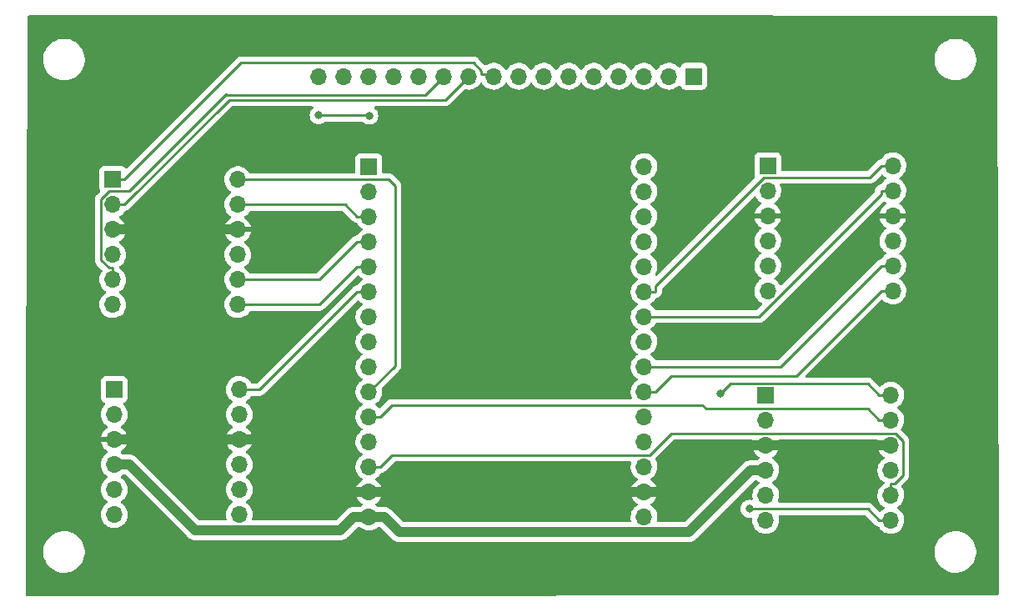
<source format=gbr>
%TF.GenerationSoftware,KiCad,Pcbnew,(6.0.6)*%
%TF.CreationDate,2022-10-16T13:52:34-05:00*%
%TF.ProjectId,unicorn,756e6963-6f72-46e2-9e6b-696361645f70,rev?*%
%TF.SameCoordinates,Original*%
%TF.FileFunction,Copper,L1,Top*%
%TF.FilePolarity,Positive*%
%FSLAX46Y46*%
G04 Gerber Fmt 4.6, Leading zero omitted, Abs format (unit mm)*
G04 Created by KiCad (PCBNEW (6.0.6)) date 2022-10-16 13:52:34*
%MOMM*%
%LPD*%
G01*
G04 APERTURE LIST*
%TA.AperFunction,ComponentPad*%
%ADD10R,1.700000X1.700000*%
%TD*%
%TA.AperFunction,ComponentPad*%
%ADD11O,1.700000X1.700000*%
%TD*%
%TA.AperFunction,ViaPad*%
%ADD12C,0.800000*%
%TD*%
%TA.AperFunction,Conductor*%
%ADD13C,0.250000*%
%TD*%
%TA.AperFunction,Conductor*%
%ADD14C,1.000000*%
%TD*%
G04 APERTURE END LIST*
D10*
%TO.P,J1,1,Pin_1*%
%TO.N,D0*%
X159450000Y-47700000D03*
D11*
%TO.P,J1,2,Pin_2*%
%TO.N,D1*%
X156910000Y-47700000D03*
%TO.P,J1,3,Pin_3*%
%TO.N,D2*%
X154370000Y-47700000D03*
%TO.P,J1,4,Pin_4*%
%TO.N,D3*%
X151830000Y-47700000D03*
%TO.P,J1,5,Pin_5*%
%TO.N,D4*%
X149290000Y-47700000D03*
%TO.P,J1,6,Pin_6*%
%TO.N,D5*%
X146750000Y-47700000D03*
%TO.P,J1,7,Pin_7*%
%TO.N,D6*%
X144210000Y-47700000D03*
%TO.P,J1,8,Pin_8*%
%TO.N,D7*%
X141670000Y-47700000D03*
%TO.P,J1,9,Pin_9*%
%TO.N,GREADY*%
X139130000Y-47700000D03*
%TO.P,J1,10,Pin_10*%
%TO.N,DBIN*%
X136590000Y-47700000D03*
%TO.P,J1,11,Pin_11*%
%TO.N,IO_A14*%
X134050000Y-47700000D03*
%TO.P,J1,12,Pin_12*%
%TO.N,GRMCLK*%
X131510000Y-47700000D03*
%TO.P,J1,13,Pin_13*%
%TO.N,~{GS}*%
X128970000Y-47700000D03*
%TO.P,J1,14,Pin_14*%
%TO.N,+5V*%
X126430000Y-47700000D03*
%TO.P,J1,15,Pin_15*%
%TO.N,GND*%
X123890000Y-47700000D03*
%TO.P,J1,16,Pin_16*%
%TO.N,~{RESET}*%
X121350000Y-47700000D03*
%TD*%
D10*
%TO.P,U4,1,HV4*%
%TO.N,GRMCLK*%
X100600000Y-79500000D03*
D11*
%TO.P,U4,2,HV3*%
%TO.N,unconnected-(U4-Pad2)*%
X100600000Y-82040000D03*
%TO.P,U4,3,GND*%
%TO.N,GND*%
X100600000Y-84580000D03*
%TO.P,U4,4,HV*%
%TO.N,+5V*%
X100600000Y-87120000D03*
%TO.P,U4,5,HV2*%
%TO.N,unconnected-(U4-Pad5)*%
X100600000Y-89660000D03*
%TO.P,U4,6,HV1*%
%TO.N,unconnected-(U4-Pad6)*%
X100600000Y-92200000D03*
%TO.P,U4,7,LV1*%
%TO.N,unconnected-(U4-Pad7)*%
X113300000Y-92200000D03*
%TO.P,U4,8,LV2*%
%TO.N,unconnected-(U4-Pad8)*%
X113300000Y-89660000D03*
%TO.P,U4,9,LV*%
%TO.N,+3.3V*%
X113300000Y-87120000D03*
%TO.P,U4,10,GND*%
%TO.N,GND*%
X113300000Y-84580000D03*
%TO.P,U4,11,LV3*%
%TO.N,unconnected-(U4-Pad11)*%
X113300000Y-82040000D03*
%TO.P,U4,12,LV4*%
%TO.N,LV_GRMCLK*%
X113300000Y-79500000D03*
%TD*%
D10*
%TO.P,U2,1,HV4*%
%TO.N,D4*%
X166750000Y-80087500D03*
D11*
%TO.P,U2,2,HV3*%
%TO.N,D5*%
X166750000Y-82627500D03*
%TO.P,U2,3,GND*%
%TO.N,GND*%
X166750000Y-85167500D03*
%TO.P,U2,4,HV*%
%TO.N,+5V*%
X166750000Y-87707500D03*
%TO.P,U2,5,HV2*%
%TO.N,D6*%
X166750000Y-90247500D03*
%TO.P,U2,6,HV1*%
%TO.N,D7*%
X166750000Y-92787500D03*
%TO.P,U2,7,LV1*%
%TO.N,LV_D7*%
X179450000Y-92787500D03*
%TO.P,U2,8,LV2*%
%TO.N,LV_D6*%
X179450000Y-90247500D03*
%TO.P,U2,9,LV*%
%TO.N,+3.3V*%
X179450000Y-87707500D03*
%TO.P,U2,10,GND*%
%TO.N,GND*%
X179450000Y-85167500D03*
%TO.P,U2,11,LV3*%
%TO.N,LV_D5*%
X179450000Y-82627500D03*
%TO.P,U2,12,LV4*%
%TO.N,LV_D4*%
X179450000Y-80087500D03*
%TD*%
D10*
%TO.P,U5,1,RESET*%
%TO.N,unconnected-(U5-Pad1)*%
X126450000Y-56875000D03*
D11*
%TO.P,U5,2,GPIO36*%
%TO.N,unconnected-(U5-Pad2)*%
X126450000Y-59415000D03*
%TO.P,U5,3,GPIO39*%
%TO.N,LV_DBIN*%
X126450000Y-61955000D03*
%TO.P,U5,4,GPIO34*%
%TO.N,LV_A14*%
X126450000Y-64495000D03*
%TO.P,U5,5,GPIO35*%
%TO.N,~{LV_GS}*%
X126450000Y-67035000D03*
%TO.P,U5,6,GPIO32*%
%TO.N,LV_GRMCLK*%
X126450000Y-69575000D03*
%TO.P,U5,7,GPIO33*%
%TO.N,~{RESET}*%
X126450000Y-72115000D03*
%TO.P,U5,8,GPIO25*%
%TO.N,LV_D4*%
X126450000Y-74655000D03*
%TO.P,U5,9,GPIO26*%
%TO.N,LV_D7*%
X126450000Y-77195000D03*
%TO.P,U5,10,GPIO27*%
%TO.N,LV_GREADY*%
X126450000Y-79735000D03*
%TO.P,U5,11,GPIO14*%
%TO.N,LV_D5*%
X126450000Y-82275000D03*
%TO.P,U5,12,GPIO12*%
%TO.N,unconnected-(U5-Pad12)*%
X126450000Y-84815000D03*
%TO.P,U5,13,GPIO13*%
%TO.N,LV_D6*%
X126450000Y-87355000D03*
%TO.P,U5,14,GND*%
%TO.N,GND*%
X126450000Y-89895000D03*
%TO.P,U5,15,VIN*%
%TO.N,+5V*%
X126450000Y-92435000D03*
%TO.P,U5,16,3.3V*%
%TO.N,+3.3V*%
X154390000Y-92435000D03*
%TO.P,U5,17,GND*%
%TO.N,GND*%
X154390000Y-89895000D03*
%TO.P,U5,18,GPIO13*%
%TO.N,unconnected-(U5-Pad18)*%
X154390000Y-87355000D03*
%TO.P,U5,19,GPIO2*%
%TO.N,unconnected-(U5-Pad19)*%
X154390000Y-84815000D03*
%TO.P,U5,20,GPIO4*%
%TO.N,unconnected-(U5-Pad20)*%
X154390000Y-82275000D03*
%TO.P,U5,21,GPIO16*%
%TO.N,LV_D3*%
X154390000Y-79735000D03*
%TO.P,U5,22,GPIO17*%
%TO.N,LV_D2*%
X154390000Y-77195000D03*
%TO.P,U5,23,GPIO5*%
%TO.N,unconnected-(U5-Pad23)*%
X154390000Y-74655000D03*
%TO.P,U5,24,GPIO18*%
%TO.N,LV_D1*%
X154390000Y-72115000D03*
%TO.P,U5,25,GPIO19*%
%TO.N,LV_D0*%
X154390000Y-69575000D03*
%TO.P,U5,26,GPIO21*%
%TO.N,unconnected-(U5-Pad26)*%
X154390000Y-67035000D03*
%TO.P,U5,27,GPIO3*%
%TO.N,unconnected-(U5-Pad27)*%
X154390000Y-64495000D03*
%TO.P,U5,28,GPIO1*%
%TO.N,unconnected-(U5-Pad28)*%
X154390000Y-61955000D03*
%TO.P,U5,29,GPIO22*%
%TO.N,unconnected-(U5-Pad29)*%
X154390000Y-59415000D03*
%TO.P,U5,30,GPIO23*%
%TO.N,unconnected-(U5-Pad30)*%
X154390000Y-56875000D03*
%TD*%
D10*
%TO.P,U1,1,HV4*%
%TO.N,D0*%
X166950000Y-56787500D03*
D11*
%TO.P,U1,2,HV3*%
%TO.N,D1*%
X166950000Y-59327500D03*
%TO.P,U1,3,GND*%
%TO.N,GND*%
X166950000Y-61867500D03*
%TO.P,U1,4,HV*%
%TO.N,+5V*%
X166950000Y-64407500D03*
%TO.P,U1,5,HV2*%
%TO.N,D2*%
X166950000Y-66947500D03*
%TO.P,U1,6,HV1*%
%TO.N,D3*%
X166950000Y-69487500D03*
%TO.P,U1,7,LV1*%
%TO.N,LV_D3*%
X179650000Y-69487500D03*
%TO.P,U1,8,LV2*%
%TO.N,LV_D2*%
X179650000Y-66947500D03*
%TO.P,U1,9,LV*%
%TO.N,+3.3V*%
X179650000Y-64407500D03*
%TO.P,U1,10,GND*%
%TO.N,GND*%
X179650000Y-61867500D03*
%TO.P,U1,11,LV3*%
%TO.N,LV_D1*%
X179650000Y-59327500D03*
%TO.P,U1,12,LV4*%
%TO.N,LV_D0*%
X179650000Y-56787500D03*
%TD*%
D10*
%TO.P,U3,1,HV4*%
%TO.N,GREADY*%
X100450000Y-58187500D03*
D11*
%TO.P,U3,2,HV3*%
%TO.N,DBIN*%
X100450000Y-60727500D03*
%TO.P,U3,3,GND*%
%TO.N,GND*%
X100450000Y-63267500D03*
%TO.P,U3,4,HV*%
%TO.N,+5V*%
X100450000Y-65807500D03*
%TO.P,U3,5,HV2*%
%TO.N,IO_A14*%
X100450000Y-68347500D03*
%TO.P,U3,6,HV1*%
%TO.N,~{GS}*%
X100450000Y-70887500D03*
%TO.P,U3,7,LV1*%
%TO.N,~{LV_GS}*%
X113150000Y-70887500D03*
%TO.P,U3,8,LV2*%
%TO.N,LV_A14*%
X113150000Y-68347500D03*
%TO.P,U3,9,LV*%
%TO.N,+3.3V*%
X113150000Y-65807500D03*
%TO.P,U3,10,GND*%
%TO.N,GND*%
X113150000Y-63267500D03*
%TO.P,U3,11,LV3*%
%TO.N,LV_DBIN*%
X113150000Y-60727500D03*
%TO.P,U3,12,LV4*%
%TO.N,LV_GREADY*%
X113150000Y-58187500D03*
%TD*%
D12*
%TO.N,~{RESET}*%
X121350000Y-51650000D03*
X126500000Y-51700000D03*
%TO.N,LV_D7*%
X165093700Y-91612100D03*
%TO.N,LV_D4*%
X162190300Y-79926100D03*
%TD*%
D13*
%TO.N,~{RESET}*%
X126450000Y-51650000D02*
X126500000Y-51700000D01*
X121350000Y-51650000D02*
X126450000Y-51650000D01*
%TO.N,IO_A14*%
X112000000Y-49600000D02*
X111955700Y-49555700D01*
X132150000Y-49600000D02*
X112000000Y-49600000D01*
X134050000Y-47700000D02*
X132150000Y-49600000D01*
X111955700Y-49555700D02*
X102148500Y-59362900D01*
%TO.N,DBIN*%
X134190000Y-50100000D02*
X112300000Y-50100000D01*
X136590000Y-47700000D02*
X134190000Y-50100000D01*
X112300000Y-50100000D02*
X112276400Y-50076400D01*
X101625300Y-60727500D02*
X112276400Y-50076400D01*
%TO.N,GREADY*%
X100450000Y-58187500D02*
X101625300Y-58187500D01*
X113496100Y-46316700D02*
X101625300Y-58187500D01*
X137884700Y-47500000D02*
X137884700Y-47132700D01*
X137884700Y-47132700D02*
X137068700Y-46316700D01*
X139060000Y-47500000D02*
X137884700Y-47500000D01*
X137068700Y-46316700D02*
X113496100Y-46316700D01*
%TO.N,DBIN*%
X100450000Y-60727500D02*
X101625300Y-60727500D01*
%TO.N,IO_A14*%
X100082800Y-59362900D02*
X99274700Y-60171000D01*
X102148500Y-59362900D02*
X100082800Y-59362900D01*
X99274700Y-60171000D02*
X99274700Y-66364300D01*
X99274700Y-66364300D02*
X100082600Y-67172200D01*
X100450000Y-68347500D02*
X100450000Y-67172200D01*
X100082600Y-67172200D02*
X100450000Y-67172200D01*
D14*
%TO.N,+5V*%
X123546600Y-93788100D02*
X124899700Y-92435000D01*
X158907200Y-94000000D02*
X129565300Y-94000000D01*
X102150300Y-87120000D02*
X108818400Y-93788100D01*
X165199700Y-87707500D02*
X158907200Y-94000000D01*
X166750000Y-87707500D02*
X165199700Y-87707500D01*
X126450000Y-92435000D02*
X124899700Y-92435000D01*
X129565300Y-94000000D02*
X128000300Y-92435000D01*
X100600000Y-87120000D02*
X102150300Y-87120000D01*
X126450000Y-92435000D02*
X128000300Y-92435000D01*
X108818400Y-93788100D02*
X123546600Y-93788100D01*
%TO.N,GND*%
X113300000Y-84580000D02*
X106950000Y-84580000D01*
X155940300Y-89895000D02*
X160667800Y-85167500D01*
X119584700Y-84580000D02*
X113300000Y-84580000D01*
X154390000Y-89895000D02*
X155940300Y-89895000D01*
X113150000Y-63267500D02*
X106950000Y-63267500D01*
X126450000Y-89895000D02*
X154390000Y-89895000D01*
X106950000Y-84580000D02*
X100600000Y-84580000D01*
X106950000Y-63267500D02*
X100450000Y-63267500D01*
X160667800Y-85167500D02*
X166750000Y-85167500D01*
X126450000Y-89895000D02*
X124899700Y-89895000D01*
X179450000Y-85167500D02*
X166750000Y-85167500D01*
X106950000Y-63267500D02*
X106950000Y-84580000D01*
X124899700Y-89895000D02*
X119584700Y-84580000D01*
D13*
%TO.N,LV_D3*%
X169852800Y-78109400D02*
X157190900Y-78109400D01*
X179650000Y-69487500D02*
X178474700Y-69487500D01*
X157190900Y-78109400D02*
X155565300Y-79735000D01*
X154390000Y-79735000D02*
X155565300Y-79735000D01*
X178474700Y-69487500D02*
X169852800Y-78109400D01*
%TO.N,LV_D2*%
X178474700Y-66947500D02*
X168227200Y-77195000D01*
X168227200Y-77195000D02*
X154390000Y-77195000D01*
X179650000Y-66947500D02*
X178474700Y-66947500D01*
%TO.N,LV_D1*%
X179650000Y-59327500D02*
X178474700Y-59327500D01*
X178474700Y-59694800D02*
X166054500Y-72115000D01*
X166054500Y-72115000D02*
X154390000Y-72115000D01*
X178474700Y-59327500D02*
X178474700Y-59694800D01*
%TO.N,LV_D0*%
X166589900Y-57962800D02*
X155565300Y-68987400D01*
X177299400Y-57962800D02*
X166589900Y-57962800D01*
X178474700Y-56787500D02*
X177299400Y-57962800D01*
X155565300Y-68987400D02*
X155565300Y-69575000D01*
X179650000Y-56787500D02*
X178474700Y-56787500D01*
X154390000Y-69575000D02*
X155565300Y-69575000D01*
%TO.N,LV_D7*%
X178274700Y-92787500D02*
X177099300Y-91612100D01*
X179450000Y-92787500D02*
X178274700Y-92787500D01*
X177099300Y-91612100D02*
X165093700Y-91612100D01*
%TO.N,LV_D6*%
X126450000Y-87355000D02*
X127625300Y-87355000D01*
X180657900Y-84700000D02*
X179905600Y-83947700D01*
X179817300Y-89072200D02*
X180657900Y-88231600D01*
X154925500Y-86179700D02*
X128800600Y-86179700D01*
X180657900Y-88231600D02*
X180657900Y-84700000D01*
X128800600Y-86179700D02*
X127625300Y-87355000D01*
X157157500Y-83947700D02*
X154925500Y-86179700D01*
X179905600Y-83947700D02*
X157157500Y-83947700D01*
X179450000Y-89072200D02*
X179817300Y-89072200D01*
X179450000Y-90247500D02*
X179450000Y-89072200D01*
%TO.N,LV_D5*%
X126450000Y-82275000D02*
X127625300Y-82275000D01*
X160327800Y-81099700D02*
X128800600Y-81099700D01*
X179450000Y-82627500D02*
X178274700Y-82627500D01*
X177099400Y-81452200D02*
X160680300Y-81452200D01*
X128800600Y-81099700D02*
X127625300Y-82275000D01*
X160680300Y-81452200D02*
X160327800Y-81099700D01*
X178274700Y-82627500D02*
X177099400Y-81452200D01*
%TO.N,LV_D4*%
X163204300Y-78912100D02*
X162190300Y-79926100D01*
X177099300Y-78912100D02*
X163204300Y-78912100D01*
X178274700Y-80087500D02*
X177099300Y-78912100D01*
X179450000Y-80087500D02*
X178274700Y-80087500D01*
%TO.N,~{LV_GS}*%
X121422200Y-70887500D02*
X125274700Y-67035000D01*
X126450000Y-67035000D02*
X125274700Y-67035000D01*
X113150000Y-70887500D02*
X121422200Y-70887500D01*
%TO.N,LV_A14*%
X121422200Y-68347500D02*
X125274700Y-64495000D01*
X126450000Y-64495000D02*
X125274700Y-64495000D01*
X113150000Y-68347500D02*
X121422200Y-68347500D01*
%TO.N,LV_DBIN*%
X124047200Y-60727500D02*
X125274700Y-61955000D01*
X126450000Y-61955000D02*
X125274700Y-61955000D01*
X113150000Y-60727500D02*
X124047200Y-60727500D01*
%TO.N,LV_GREADY*%
X128487500Y-58187500D02*
X129100000Y-58800000D01*
X129100000Y-77085000D02*
X126450000Y-79735000D01*
X113150000Y-58187500D02*
X128487500Y-58187500D01*
X129100000Y-58800000D02*
X129100000Y-77085000D01*
%TO.N,LV_GRMCLK*%
X113300000Y-79500000D02*
X115349700Y-79500000D01*
X126450000Y-69575000D02*
X125274700Y-69575000D01*
X115349700Y-79500000D02*
X125274700Y-69575000D01*
%TD*%
%TA.AperFunction,Conductor*%
%TO.N,GND*%
G36*
X190174469Y-41599745D02*
G01*
X190242549Y-41619886D01*
X190288933Y-41673636D01*
X190300213Y-41725531D01*
X190351304Y-71766792D01*
X190396074Y-98091091D01*
X190399786Y-100273914D01*
X190379900Y-100342068D01*
X190326323Y-100388652D01*
X190273916Y-100400128D01*
X99998000Y-100491500D01*
X91726456Y-100491500D01*
X91658335Y-100471498D01*
X91611842Y-100417842D01*
X91600457Y-100365074D01*
X91614780Y-96132703D01*
X93390743Y-96132703D01*
X93428268Y-96417734D01*
X93504129Y-96695036D01*
X93616923Y-96959476D01*
X93764561Y-97206161D01*
X93944313Y-97430528D01*
X94152851Y-97628423D01*
X94386317Y-97796186D01*
X94390112Y-97798195D01*
X94390113Y-97798196D01*
X94411869Y-97809715D01*
X94640392Y-97930712D01*
X94910373Y-98029511D01*
X95191264Y-98090755D01*
X95219841Y-98093004D01*
X95414282Y-98108307D01*
X95414291Y-98108307D01*
X95416739Y-98108500D01*
X95572271Y-98108500D01*
X95574407Y-98108354D01*
X95574418Y-98108354D01*
X95782548Y-98094165D01*
X95782554Y-98094164D01*
X95786825Y-98093873D01*
X95791020Y-98093004D01*
X95791022Y-98093004D01*
X95927584Y-98064723D01*
X96068342Y-98035574D01*
X96339343Y-97939607D01*
X96594812Y-97807750D01*
X96598313Y-97805289D01*
X96598317Y-97805287D01*
X96712417Y-97725096D01*
X96830023Y-97642441D01*
X97040622Y-97446740D01*
X97222713Y-97224268D01*
X97372927Y-96979142D01*
X97488483Y-96715898D01*
X97567244Y-96439406D01*
X97607751Y-96154784D01*
X97607845Y-96136951D01*
X97607867Y-96132703D01*
X183890743Y-96132703D01*
X183928268Y-96417734D01*
X184004129Y-96695036D01*
X184116923Y-96959476D01*
X184264561Y-97206161D01*
X184444313Y-97430528D01*
X184652851Y-97628423D01*
X184886317Y-97796186D01*
X184890112Y-97798195D01*
X184890113Y-97798196D01*
X184911869Y-97809715D01*
X185140392Y-97930712D01*
X185410373Y-98029511D01*
X185691264Y-98090755D01*
X185719841Y-98093004D01*
X185914282Y-98108307D01*
X185914291Y-98108307D01*
X185916739Y-98108500D01*
X186072271Y-98108500D01*
X186074407Y-98108354D01*
X186074418Y-98108354D01*
X186282548Y-98094165D01*
X186282554Y-98094164D01*
X186286825Y-98093873D01*
X186291020Y-98093004D01*
X186291022Y-98093004D01*
X186427584Y-98064723D01*
X186568342Y-98035574D01*
X186839343Y-97939607D01*
X187094812Y-97807750D01*
X187098313Y-97805289D01*
X187098317Y-97805287D01*
X187212417Y-97725096D01*
X187330023Y-97642441D01*
X187540622Y-97446740D01*
X187722713Y-97224268D01*
X187872927Y-96979142D01*
X187988483Y-96715898D01*
X188067244Y-96439406D01*
X188107751Y-96154784D01*
X188107845Y-96136951D01*
X188109235Y-95871583D01*
X188109235Y-95871576D01*
X188109257Y-95867297D01*
X188071732Y-95582266D01*
X187995871Y-95304964D01*
X187883077Y-95040524D01*
X187763168Y-94840170D01*
X187737643Y-94797521D01*
X187737640Y-94797517D01*
X187735439Y-94793839D01*
X187555687Y-94569472D01*
X187347149Y-94371577D01*
X187113683Y-94203814D01*
X187091843Y-94192250D01*
X187009396Y-94148597D01*
X186859608Y-94069288D01*
X186589627Y-93970489D01*
X186308736Y-93909245D01*
X186276932Y-93906742D01*
X186085718Y-93891693D01*
X186085709Y-93891693D01*
X186083261Y-93891500D01*
X185927729Y-93891500D01*
X185925593Y-93891646D01*
X185925582Y-93891646D01*
X185717452Y-93905835D01*
X185717446Y-93905836D01*
X185713175Y-93906127D01*
X185708980Y-93906996D01*
X185708978Y-93906996D01*
X185572416Y-93935277D01*
X185431658Y-93964426D01*
X185160657Y-94060393D01*
X185156848Y-94062359D01*
X185004354Y-94141067D01*
X184905188Y-94192250D01*
X184901687Y-94194711D01*
X184901683Y-94194713D01*
X184891594Y-94201804D01*
X184669977Y-94357559D01*
X184654892Y-94371577D01*
X184472182Y-94541362D01*
X184459378Y-94553260D01*
X184277287Y-94775732D01*
X184127073Y-95020858D01*
X184011517Y-95284102D01*
X183932756Y-95560594D01*
X183892249Y-95845216D01*
X183892227Y-95849505D01*
X183892226Y-95849512D01*
X183890765Y-96128417D01*
X183890743Y-96132703D01*
X97607867Y-96132703D01*
X97609235Y-95871583D01*
X97609235Y-95871576D01*
X97609257Y-95867297D01*
X97571732Y-95582266D01*
X97495871Y-95304964D01*
X97383077Y-95040524D01*
X97263168Y-94840170D01*
X97237643Y-94797521D01*
X97237640Y-94797517D01*
X97235439Y-94793839D01*
X97055687Y-94569472D01*
X96847149Y-94371577D01*
X96613683Y-94203814D01*
X96591843Y-94192250D01*
X96509396Y-94148597D01*
X96359608Y-94069288D01*
X96089627Y-93970489D01*
X95808736Y-93909245D01*
X95776932Y-93906742D01*
X95585718Y-93891693D01*
X95585709Y-93891693D01*
X95583261Y-93891500D01*
X95427729Y-93891500D01*
X95425593Y-93891646D01*
X95425582Y-93891646D01*
X95217452Y-93905835D01*
X95217446Y-93905836D01*
X95213175Y-93906127D01*
X95208980Y-93906996D01*
X95208978Y-93906996D01*
X95072416Y-93935277D01*
X94931658Y-93964426D01*
X94660657Y-94060393D01*
X94656848Y-94062359D01*
X94504354Y-94141067D01*
X94405188Y-94192250D01*
X94401687Y-94194711D01*
X94401683Y-94194713D01*
X94391594Y-94201804D01*
X94169977Y-94357559D01*
X94154892Y-94371577D01*
X93972182Y-94541362D01*
X93959378Y-94553260D01*
X93777287Y-94775732D01*
X93627073Y-95020858D01*
X93511517Y-95284102D01*
X93432756Y-95560594D01*
X93392249Y-95845216D01*
X93392227Y-95849505D01*
X93392226Y-95849512D01*
X93390765Y-96128417D01*
X93390743Y-96132703D01*
X91614780Y-96132703D01*
X91628201Y-92166695D01*
X99237251Y-92166695D01*
X99237548Y-92171848D01*
X99237548Y-92171851D01*
X99242954Y-92265602D01*
X99250110Y-92389715D01*
X99251247Y-92394761D01*
X99251248Y-92394767D01*
X99271119Y-92482939D01*
X99299222Y-92607639D01*
X99358732Y-92754195D01*
X99370894Y-92784146D01*
X99383266Y-92814616D01*
X99403459Y-92847568D01*
X99479740Y-92972047D01*
X99499987Y-93005088D01*
X99646250Y-93173938D01*
X99818126Y-93316632D01*
X100011000Y-93429338D01*
X100015825Y-93431180D01*
X100015826Y-93431181D01*
X100055628Y-93446380D01*
X100219692Y-93509030D01*
X100224760Y-93510061D01*
X100224763Y-93510062D01*
X100332017Y-93531883D01*
X100438597Y-93553567D01*
X100443772Y-93553757D01*
X100443774Y-93553757D01*
X100656673Y-93561564D01*
X100656677Y-93561564D01*
X100661837Y-93561753D01*
X100666957Y-93561097D01*
X100666959Y-93561097D01*
X100878288Y-93534025D01*
X100878289Y-93534025D01*
X100883416Y-93533368D01*
X100888366Y-93531883D01*
X101092429Y-93470661D01*
X101092434Y-93470659D01*
X101097384Y-93469174D01*
X101297994Y-93370896D01*
X101479860Y-93241173D01*
X101521253Y-93199925D01*
X101634435Y-93087137D01*
X101638096Y-93083489D01*
X101697594Y-93000689D01*
X101765435Y-92906277D01*
X101768453Y-92902077D01*
X101830408Y-92776721D01*
X101865136Y-92706453D01*
X101865137Y-92706451D01*
X101867430Y-92701811D01*
X101911599Y-92556433D01*
X101930865Y-92493023D01*
X101930865Y-92493021D01*
X101932370Y-92488069D01*
X101961529Y-92266590D01*
X101961611Y-92263240D01*
X101963074Y-92203365D01*
X101963074Y-92203361D01*
X101963156Y-92200000D01*
X101944852Y-91977361D01*
X101890431Y-91760702D01*
X101801354Y-91555840D01*
X101729181Y-91444278D01*
X101682822Y-91372617D01*
X101682820Y-91372614D01*
X101680014Y-91368277D01*
X101529670Y-91203051D01*
X101525619Y-91199852D01*
X101525615Y-91199848D01*
X101358414Y-91067800D01*
X101358410Y-91067798D01*
X101354359Y-91064598D01*
X101313053Y-91041796D01*
X101263084Y-90991364D01*
X101248312Y-90921921D01*
X101273428Y-90855516D01*
X101300780Y-90828909D01*
X101345833Y-90796773D01*
X101479860Y-90701173D01*
X101521253Y-90659925D01*
X101580364Y-90601020D01*
X101638096Y-90543489D01*
X101697594Y-90460689D01*
X101765435Y-90366277D01*
X101768453Y-90362077D01*
X101800396Y-90297446D01*
X101865136Y-90166453D01*
X101865137Y-90166451D01*
X101867430Y-90161811D01*
X101917441Y-89997207D01*
X101930865Y-89953023D01*
X101930865Y-89953021D01*
X101932370Y-89948069D01*
X101961529Y-89726590D01*
X101963156Y-89660000D01*
X101944852Y-89437361D01*
X101890431Y-89220702D01*
X101801354Y-89015840D01*
X101713312Y-88879748D01*
X101682822Y-88832617D01*
X101682820Y-88832614D01*
X101680014Y-88828277D01*
X101529670Y-88663051D01*
X101525619Y-88659852D01*
X101525615Y-88659848D01*
X101358414Y-88527800D01*
X101358410Y-88527798D01*
X101354359Y-88524598D01*
X101313053Y-88501796D01*
X101263084Y-88451364D01*
X101248312Y-88381921D01*
X101273428Y-88315516D01*
X101300780Y-88288909D01*
X101475651Y-88164175D01*
X101479860Y-88161173D01*
X101482886Y-88158157D01*
X101547588Y-88129570D01*
X101563976Y-88128500D01*
X101680375Y-88128500D01*
X101748496Y-88148502D01*
X101769470Y-88165405D01*
X108061549Y-94457484D01*
X108070651Y-94467627D01*
X108094368Y-94497125D01*
X108132846Y-94529412D01*
X108136462Y-94532567D01*
X108138288Y-94534223D01*
X108140474Y-94536409D01*
X108142854Y-94538364D01*
X108142864Y-94538373D01*
X108173668Y-94563676D01*
X108174683Y-94564518D01*
X108245874Y-94624254D01*
X108250548Y-94626823D01*
X108254661Y-94630202D01*
X108260098Y-94633117D01*
X108260099Y-94633118D01*
X108336447Y-94674055D01*
X108337577Y-94674668D01*
X108349767Y-94681369D01*
X108407280Y-94712987D01*
X108419187Y-94719533D01*
X108424269Y-94721145D01*
X108428963Y-94723662D01*
X108517931Y-94750862D01*
X108518959Y-94751182D01*
X108607706Y-94779335D01*
X108613002Y-94779929D01*
X108618098Y-94781487D01*
X108710622Y-94790885D01*
X108711742Y-94791005D01*
X108745064Y-94794742D01*
X108758130Y-94796208D01*
X108758134Y-94796208D01*
X108761627Y-94796600D01*
X108765154Y-94796600D01*
X108766157Y-94796656D01*
X108771841Y-94797103D01*
X108797257Y-94799685D01*
X108808736Y-94800851D01*
X108808738Y-94800851D01*
X108814862Y-94801473D01*
X108860501Y-94797159D01*
X108872357Y-94796600D01*
X123484757Y-94796600D01*
X123498364Y-94797337D01*
X123529862Y-94800759D01*
X123529867Y-94800759D01*
X123535988Y-94801424D01*
X123562238Y-94799127D01*
X123585988Y-94797050D01*
X123590814Y-94796721D01*
X123593286Y-94796600D01*
X123596369Y-94796600D01*
X123608338Y-94795426D01*
X123639106Y-94792410D01*
X123640419Y-94792288D01*
X123684684Y-94788415D01*
X123733013Y-94784187D01*
X123738132Y-94782700D01*
X123743433Y-94782180D01*
X123832434Y-94755309D01*
X123833567Y-94754974D01*
X123917014Y-94730730D01*
X123917018Y-94730728D01*
X123922936Y-94729009D01*
X123927668Y-94726556D01*
X123932769Y-94725016D01*
X123939773Y-94721292D01*
X124014860Y-94681369D01*
X124016026Y-94680757D01*
X124093053Y-94640829D01*
X124098526Y-94637992D01*
X124102689Y-94634669D01*
X124107396Y-94632166D01*
X124179518Y-94573345D01*
X124180374Y-94572654D01*
X124219573Y-94541362D01*
X124222077Y-94538858D01*
X124222795Y-94538216D01*
X124227128Y-94534515D01*
X124260662Y-94507165D01*
X124289888Y-94471837D01*
X124297877Y-94463058D01*
X124788971Y-93971964D01*
X125280529Y-93480405D01*
X125342841Y-93446380D01*
X125369624Y-93443500D01*
X125492393Y-93443500D01*
X125560514Y-93463502D01*
X125572877Y-93472555D01*
X125668126Y-93551632D01*
X125861000Y-93664338D01*
X126069692Y-93744030D01*
X126074760Y-93745061D01*
X126074763Y-93745062D01*
X126171484Y-93764740D01*
X126288597Y-93788567D01*
X126293772Y-93788757D01*
X126293774Y-93788757D01*
X126506673Y-93796564D01*
X126506677Y-93796564D01*
X126511837Y-93796753D01*
X126516957Y-93796097D01*
X126516959Y-93796097D01*
X126728288Y-93769025D01*
X126728289Y-93769025D01*
X126733416Y-93768368D01*
X126756515Y-93761438D01*
X126942429Y-93705661D01*
X126942434Y-93705659D01*
X126947384Y-93704174D01*
X127147994Y-93605896D01*
X127329860Y-93476173D01*
X127332886Y-93473157D01*
X127397588Y-93444570D01*
X127413976Y-93443500D01*
X127530375Y-93443500D01*
X127598496Y-93463502D01*
X127619470Y-93480405D01*
X128808445Y-94669379D01*
X128817547Y-94679522D01*
X128841268Y-94709025D01*
X128879756Y-94741320D01*
X128883375Y-94744478D01*
X128885190Y-94746124D01*
X128887375Y-94748309D01*
X128889755Y-94750264D01*
X128889765Y-94750273D01*
X128920536Y-94775549D01*
X128921551Y-94776391D01*
X128950752Y-94800893D01*
X128992774Y-94836154D01*
X128997448Y-94838723D01*
X129001561Y-94842102D01*
X129006998Y-94845017D01*
X129006999Y-94845018D01*
X129083347Y-94885955D01*
X129084477Y-94886568D01*
X129166087Y-94931433D01*
X129171169Y-94933045D01*
X129175863Y-94935562D01*
X129264831Y-94962762D01*
X129265859Y-94963082D01*
X129354606Y-94991235D01*
X129359902Y-94991829D01*
X129364998Y-94993387D01*
X129457557Y-95002790D01*
X129458693Y-95002911D01*
X129492308Y-95006681D01*
X129505030Y-95008108D01*
X129505034Y-95008108D01*
X129508527Y-95008500D01*
X129512054Y-95008500D01*
X129513039Y-95008555D01*
X129518719Y-95009002D01*
X129548125Y-95011989D01*
X129555637Y-95012752D01*
X129555639Y-95012752D01*
X129561762Y-95013374D01*
X129607408Y-95009059D01*
X129619267Y-95008500D01*
X158845357Y-95008500D01*
X158858964Y-95009237D01*
X158890462Y-95012659D01*
X158890467Y-95012659D01*
X158896588Y-95013324D01*
X158922838Y-95011027D01*
X158946588Y-95008950D01*
X158951414Y-95008621D01*
X158953886Y-95008500D01*
X158956969Y-95008500D01*
X158968938Y-95007326D01*
X158999706Y-95004310D01*
X159001019Y-95004188D01*
X159045284Y-95000315D01*
X159093613Y-94996087D01*
X159098732Y-94994600D01*
X159104033Y-94994080D01*
X159193034Y-94967209D01*
X159194167Y-94966874D01*
X159277614Y-94942630D01*
X159277618Y-94942628D01*
X159283536Y-94940909D01*
X159288268Y-94938456D01*
X159293369Y-94936916D01*
X159300373Y-94933192D01*
X159375460Y-94893269D01*
X159376626Y-94892657D01*
X159453653Y-94852729D01*
X159459126Y-94849892D01*
X159463289Y-94846569D01*
X159467996Y-94844066D01*
X159540118Y-94785245D01*
X159540974Y-94784554D01*
X159580173Y-94753262D01*
X159582677Y-94750758D01*
X159583395Y-94750116D01*
X159587728Y-94746415D01*
X159621262Y-94719065D01*
X159650488Y-94683737D01*
X159658477Y-94674958D01*
X162617500Y-91715935D01*
X165580529Y-88752905D01*
X165642841Y-88718879D01*
X165669624Y-88716000D01*
X165792393Y-88716000D01*
X165860514Y-88736002D01*
X165872877Y-88745055D01*
X165968126Y-88824132D01*
X166038595Y-88865311D01*
X166041445Y-88866976D01*
X166090169Y-88918614D01*
X166103240Y-88988397D01*
X166076509Y-89054169D01*
X166036055Y-89087527D01*
X166023607Y-89094007D01*
X166019474Y-89097110D01*
X166019471Y-89097112D01*
X165849100Y-89225030D01*
X165844965Y-89228135D01*
X165690629Y-89389638D01*
X165687715Y-89393910D01*
X165687714Y-89393911D01*
X165654554Y-89442522D01*
X165564743Y-89574180D01*
X165470688Y-89776805D01*
X165410989Y-89992070D01*
X165387251Y-90214195D01*
X165387548Y-90219348D01*
X165387548Y-90219351D01*
X165393011Y-90314090D01*
X165400110Y-90437215D01*
X165401247Y-90442261D01*
X165401248Y-90442267D01*
X165430544Y-90572259D01*
X165426008Y-90643110D01*
X165383886Y-90700262D01*
X165317553Y-90725568D01*
X165281430Y-90723207D01*
X165195644Y-90704972D01*
X165195639Y-90704972D01*
X165189187Y-90703600D01*
X164998213Y-90703600D01*
X164991761Y-90704972D01*
X164991756Y-90704972D01*
X164905970Y-90723207D01*
X164811412Y-90743306D01*
X164805382Y-90745991D01*
X164805381Y-90745991D01*
X164642978Y-90818297D01*
X164642976Y-90818298D01*
X164636948Y-90820982D01*
X164631607Y-90824862D01*
X164631606Y-90824863D01*
X164618111Y-90834668D01*
X164482447Y-90933234D01*
X164478026Y-90938144D01*
X164478025Y-90938145D01*
X164368903Y-91059338D01*
X164354660Y-91075156D01*
X164325432Y-91125780D01*
X164272460Y-91217531D01*
X164259173Y-91240544D01*
X164200158Y-91422172D01*
X164199468Y-91428733D01*
X164199468Y-91428735D01*
X164183331Y-91582274D01*
X164180196Y-91612100D01*
X164180886Y-91618665D01*
X164196989Y-91771873D01*
X164200158Y-91802028D01*
X164259173Y-91983656D01*
X164262476Y-91989378D01*
X164262477Y-91989379D01*
X164266128Y-91995702D01*
X164354660Y-92149044D01*
X164482447Y-92290966D01*
X164636948Y-92403218D01*
X164642976Y-92405902D01*
X164642978Y-92405903D01*
X164805381Y-92478209D01*
X164811412Y-92480894D01*
X164893018Y-92498240D01*
X164991756Y-92519228D01*
X164991761Y-92519228D01*
X164998213Y-92520600D01*
X165189187Y-92520600D01*
X165195642Y-92519228D01*
X165195651Y-92519227D01*
X165247451Y-92508216D01*
X165318242Y-92513617D01*
X165374875Y-92556433D01*
X165399369Y-92623071D01*
X165398936Y-92644851D01*
X165387251Y-92754195D01*
X165387548Y-92759348D01*
X165387548Y-92759351D01*
X165393011Y-92854090D01*
X165400110Y-92977215D01*
X165401247Y-92982261D01*
X165401248Y-92982267D01*
X165407271Y-93008990D01*
X165449222Y-93195139D01*
X165495012Y-93307907D01*
X165526817Y-93386233D01*
X165533266Y-93402116D01*
X165574359Y-93469174D01*
X165647288Y-93588183D01*
X165649987Y-93592588D01*
X165796250Y-93761438D01*
X165872846Y-93825029D01*
X165953087Y-93891646D01*
X165968126Y-93904132D01*
X166161000Y-94016838D01*
X166369692Y-94096530D01*
X166374760Y-94097561D01*
X166374763Y-94097562D01*
X166482017Y-94119383D01*
X166588597Y-94141067D01*
X166593772Y-94141257D01*
X166593774Y-94141257D01*
X166806673Y-94149064D01*
X166806677Y-94149064D01*
X166811837Y-94149253D01*
X166816957Y-94148597D01*
X166816959Y-94148597D01*
X167028288Y-94121525D01*
X167028289Y-94121525D01*
X167033416Y-94120868D01*
X167038366Y-94119383D01*
X167242429Y-94058161D01*
X167242434Y-94058159D01*
X167247384Y-94056674D01*
X167447994Y-93958396D01*
X167629860Y-93828673D01*
X167662082Y-93796564D01*
X167716651Y-93742185D01*
X167788096Y-93670989D01*
X167847594Y-93588189D01*
X167915435Y-93493777D01*
X167918453Y-93489577D01*
X167923991Y-93478373D01*
X168015136Y-93293953D01*
X168015137Y-93293951D01*
X168017430Y-93289311D01*
X168082370Y-93075569D01*
X168111529Y-92854090D01*
X168111611Y-92850740D01*
X168113074Y-92790865D01*
X168113074Y-92790861D01*
X168113156Y-92787500D01*
X168094852Y-92564861D01*
X168054018Y-92402294D01*
X168056822Y-92331355D01*
X168097535Y-92273191D01*
X168163230Y-92246272D01*
X168176222Y-92245600D01*
X176784706Y-92245600D01*
X176852827Y-92265602D01*
X176873801Y-92282505D01*
X177771043Y-93179747D01*
X177778587Y-93188037D01*
X177782700Y-93194518D01*
X177788477Y-93199943D01*
X177832367Y-93241158D01*
X177835209Y-93243913D01*
X177854931Y-93263635D01*
X177858055Y-93266058D01*
X177858059Y-93266062D01*
X177858124Y-93266112D01*
X177867145Y-93273817D01*
X177899379Y-93304086D01*
X177906327Y-93307905D01*
X177906329Y-93307907D01*
X177917132Y-93313846D01*
X177933659Y-93324702D01*
X177943398Y-93332257D01*
X177943400Y-93332258D01*
X177949660Y-93337114D01*
X177990240Y-93354674D01*
X178000888Y-93359891D01*
X178039640Y-93381195D01*
X178047316Y-93383166D01*
X178047319Y-93383167D01*
X178059262Y-93386233D01*
X178077967Y-93392637D01*
X178096555Y-93400681D01*
X178104378Y-93401920D01*
X178104388Y-93401923D01*
X178140224Y-93407599D01*
X178151844Y-93410005D01*
X178186985Y-93419027D01*
X178189336Y-93419630D01*
X178189337Y-93419631D01*
X178194669Y-93421000D01*
X178194448Y-93421860D01*
X178253425Y-93447577D01*
X178279996Y-93478373D01*
X178347287Y-93588183D01*
X178347291Y-93588188D01*
X178349987Y-93592588D01*
X178496250Y-93761438D01*
X178572846Y-93825029D01*
X178653087Y-93891646D01*
X178668126Y-93904132D01*
X178861000Y-94016838D01*
X179069692Y-94096530D01*
X179074760Y-94097561D01*
X179074763Y-94097562D01*
X179182017Y-94119383D01*
X179288597Y-94141067D01*
X179293772Y-94141257D01*
X179293774Y-94141257D01*
X179506673Y-94149064D01*
X179506677Y-94149064D01*
X179511837Y-94149253D01*
X179516957Y-94148597D01*
X179516959Y-94148597D01*
X179728288Y-94121525D01*
X179728289Y-94121525D01*
X179733416Y-94120868D01*
X179738366Y-94119383D01*
X179942429Y-94058161D01*
X179942434Y-94058159D01*
X179947384Y-94056674D01*
X180147994Y-93958396D01*
X180329860Y-93828673D01*
X180362082Y-93796564D01*
X180416651Y-93742185D01*
X180488096Y-93670989D01*
X180547594Y-93588189D01*
X180615435Y-93493777D01*
X180618453Y-93489577D01*
X180623991Y-93478373D01*
X180715136Y-93293953D01*
X180715137Y-93293951D01*
X180717430Y-93289311D01*
X180782370Y-93075569D01*
X180811529Y-92854090D01*
X180811611Y-92850740D01*
X180813074Y-92790865D01*
X180813074Y-92790861D01*
X180813156Y-92787500D01*
X180794852Y-92564861D01*
X180740431Y-92348202D01*
X180651354Y-92143340D01*
X180543984Y-91977371D01*
X180532822Y-91960117D01*
X180532820Y-91960114D01*
X180530014Y-91955777D01*
X180379670Y-91790551D01*
X180375619Y-91787352D01*
X180375615Y-91787348D01*
X180208414Y-91655300D01*
X180208410Y-91655298D01*
X180204359Y-91652098D01*
X180163053Y-91629296D01*
X180113084Y-91578864D01*
X180098312Y-91509421D01*
X180123428Y-91443016D01*
X180150780Y-91416409D01*
X180212174Y-91372617D01*
X180329860Y-91288673D01*
X180339443Y-91279124D01*
X180460532Y-91158457D01*
X180488096Y-91130989D01*
X180498099Y-91117069D01*
X180615435Y-90953777D01*
X180618453Y-90949577D01*
X180623784Y-90938792D01*
X180715136Y-90753953D01*
X180715137Y-90753951D01*
X180717430Y-90749311D01*
X180782370Y-90535569D01*
X180811529Y-90314090D01*
X180812386Y-90279020D01*
X180813074Y-90250865D01*
X180813074Y-90250861D01*
X180813156Y-90247500D01*
X180794852Y-90024861D01*
X180740431Y-89808202D01*
X180651354Y-89603340D01*
X180530014Y-89415777D01*
X180527348Y-89412847D01*
X180501757Y-89347002D01*
X180515897Y-89277428D01*
X180538206Y-89247198D01*
X180764815Y-89020590D01*
X181050158Y-88735247D01*
X181058437Y-88727713D01*
X181064918Y-88723600D01*
X181111544Y-88673948D01*
X181114298Y-88671107D01*
X181134035Y-88651370D01*
X181136515Y-88648173D01*
X181144220Y-88639151D01*
X181169059Y-88612700D01*
X181174486Y-88606921D01*
X181178305Y-88599975D01*
X181178307Y-88599972D01*
X181184248Y-88589166D01*
X181195099Y-88572647D01*
X181202658Y-88562901D01*
X181207514Y-88556641D01*
X181210659Y-88549372D01*
X181210662Y-88549368D01*
X181225074Y-88516063D01*
X181230291Y-88505413D01*
X181251595Y-88466660D01*
X181256633Y-88447037D01*
X181263037Y-88428334D01*
X181267933Y-88417020D01*
X181267933Y-88417019D01*
X181271081Y-88409745D01*
X181272320Y-88401922D01*
X181272323Y-88401912D01*
X181277999Y-88366076D01*
X181280405Y-88354456D01*
X181289428Y-88319311D01*
X181289428Y-88319310D01*
X181291400Y-88311630D01*
X181291400Y-88291376D01*
X181292951Y-88271665D01*
X181294880Y-88259486D01*
X181296120Y-88251657D01*
X181291959Y-88207638D01*
X181291400Y-88195781D01*
X181291400Y-84778767D01*
X181291927Y-84767584D01*
X181293602Y-84760091D01*
X181292905Y-84737896D01*
X181291462Y-84692001D01*
X181291400Y-84688043D01*
X181291400Y-84660144D01*
X181290896Y-84656153D01*
X181289963Y-84644311D01*
X181289140Y-84618105D01*
X181288574Y-84600111D01*
X181286362Y-84592497D01*
X181286361Y-84592492D01*
X181282923Y-84580659D01*
X181278912Y-84561295D01*
X181277367Y-84549064D01*
X181276374Y-84541203D01*
X181273457Y-84533836D01*
X181273456Y-84533831D01*
X181260098Y-84500092D01*
X181256254Y-84488865D01*
X181246130Y-84454022D01*
X181243918Y-84446407D01*
X181233607Y-84428972D01*
X181224912Y-84411224D01*
X181217452Y-84392383D01*
X181208979Y-84380720D01*
X181191464Y-84356613D01*
X181184948Y-84346693D01*
X181166480Y-84315465D01*
X181166478Y-84315462D01*
X181162442Y-84308638D01*
X181148121Y-84294317D01*
X181135280Y-84279283D01*
X181128032Y-84269307D01*
X181123372Y-84262893D01*
X181089307Y-84234712D01*
X181080526Y-84226722D01*
X180512233Y-83658428D01*
X180478208Y-83596116D01*
X180483273Y-83525300D01*
X180499006Y-83495807D01*
X180615435Y-83333777D01*
X180618453Y-83329577D01*
X180623563Y-83319239D01*
X180715136Y-83133953D01*
X180715137Y-83133951D01*
X180717430Y-83129311D01*
X180782370Y-82915569D01*
X180811529Y-82694090D01*
X180812386Y-82659020D01*
X180813074Y-82630865D01*
X180813074Y-82630861D01*
X180813156Y-82627500D01*
X180794852Y-82404861D01*
X180740431Y-82188202D01*
X180651354Y-81983340D01*
X180582645Y-81877132D01*
X180532822Y-81800117D01*
X180532820Y-81800114D01*
X180530014Y-81795777D01*
X180379670Y-81630551D01*
X180375619Y-81627352D01*
X180375615Y-81627348D01*
X180208414Y-81495300D01*
X180208410Y-81495298D01*
X180204359Y-81492098D01*
X180163053Y-81469296D01*
X180113084Y-81418864D01*
X180098312Y-81349421D01*
X180123428Y-81283016D01*
X180150780Y-81256409D01*
X180212174Y-81212617D01*
X180329860Y-81128673D01*
X180339449Y-81119118D01*
X180484435Y-80974637D01*
X180488096Y-80970989D01*
X180505971Y-80946114D01*
X180615435Y-80793777D01*
X180618453Y-80789577D01*
X180623991Y-80778373D01*
X180715136Y-80593953D01*
X180715137Y-80593951D01*
X180717430Y-80589311D01*
X180755305Y-80464649D01*
X180780865Y-80380523D01*
X180780865Y-80380521D01*
X180782370Y-80375569D01*
X180811529Y-80154090D01*
X180811978Y-80135702D01*
X180813074Y-80090865D01*
X180813074Y-80090861D01*
X180813156Y-80087500D01*
X180794852Y-79864861D01*
X180740431Y-79648202D01*
X180651354Y-79443340D01*
X180543058Y-79275940D01*
X180532822Y-79260117D01*
X180532820Y-79260114D01*
X180530014Y-79255777D01*
X180379670Y-79090551D01*
X180375619Y-79087352D01*
X180375615Y-79087348D01*
X180208414Y-78955300D01*
X180208410Y-78955298D01*
X180204359Y-78952098D01*
X180008789Y-78844138D01*
X180003920Y-78842414D01*
X180003916Y-78842412D01*
X179803087Y-78771295D01*
X179803083Y-78771294D01*
X179798212Y-78769569D01*
X179793119Y-78768662D01*
X179793116Y-78768661D01*
X179583373Y-78731300D01*
X179583367Y-78731299D01*
X179578284Y-78730394D01*
X179504452Y-78729492D01*
X179360081Y-78727728D01*
X179360079Y-78727728D01*
X179354911Y-78727665D01*
X179134091Y-78761455D01*
X178921756Y-78830857D01*
X178723607Y-78934007D01*
X178719474Y-78937110D01*
X178719471Y-78937112D01*
X178553562Y-79061680D01*
X178544965Y-79068135D01*
X178441617Y-79176282D01*
X178380095Y-79211711D01*
X178309183Y-79208254D01*
X178261429Y-79178325D01*
X177969937Y-78886832D01*
X177602947Y-78519842D01*
X177595413Y-78511563D01*
X177591300Y-78505082D01*
X177541648Y-78458456D01*
X177538807Y-78455702D01*
X177519070Y-78435965D01*
X177515873Y-78433485D01*
X177506851Y-78425780D01*
X177474621Y-78395514D01*
X177467675Y-78391695D01*
X177467672Y-78391693D01*
X177456866Y-78385752D01*
X177440347Y-78374901D01*
X177431192Y-78367800D01*
X177424341Y-78362486D01*
X177417072Y-78359341D01*
X177417068Y-78359338D01*
X177383763Y-78344926D01*
X177373113Y-78339709D01*
X177334360Y-78318405D01*
X177314737Y-78313367D01*
X177296034Y-78306963D01*
X177284720Y-78302067D01*
X177284719Y-78302067D01*
X177277445Y-78298919D01*
X177269622Y-78297680D01*
X177269612Y-78297677D01*
X177233776Y-78292001D01*
X177222156Y-78289595D01*
X177187011Y-78280572D01*
X177187010Y-78280572D01*
X177179330Y-78278600D01*
X177159076Y-78278600D01*
X177139365Y-78277049D01*
X177127186Y-78275120D01*
X177119357Y-78273880D01*
X177111465Y-78274626D01*
X177075339Y-78278041D01*
X177063481Y-78278600D01*
X170883694Y-78278600D01*
X170815573Y-78258598D01*
X170769080Y-78204942D01*
X170758976Y-78134668D01*
X170788470Y-78070088D01*
X170794599Y-78063505D01*
X178461485Y-70396620D01*
X178523797Y-70362594D01*
X178594612Y-70367659D01*
X178645817Y-70403217D01*
X178692865Y-70457531D01*
X178692869Y-70457535D01*
X178696250Y-70461438D01*
X178868126Y-70604132D01*
X179061000Y-70716838D01*
X179269692Y-70796530D01*
X179274760Y-70797561D01*
X179274763Y-70797562D01*
X179382017Y-70819383D01*
X179488597Y-70841067D01*
X179493772Y-70841257D01*
X179493774Y-70841257D01*
X179706673Y-70849064D01*
X179706677Y-70849064D01*
X179711837Y-70849253D01*
X179716957Y-70848597D01*
X179716959Y-70848597D01*
X179928288Y-70821525D01*
X179928289Y-70821525D01*
X179933416Y-70820868D01*
X179988513Y-70804338D01*
X180142429Y-70758161D01*
X180142434Y-70758159D01*
X180147384Y-70756674D01*
X180347994Y-70658396D01*
X180529860Y-70528673D01*
X180688096Y-70370989D01*
X180694129Y-70362594D01*
X180815435Y-70193777D01*
X180818453Y-70189577D01*
X180838748Y-70148514D01*
X180915136Y-69993953D01*
X180915137Y-69993951D01*
X180917430Y-69989311D01*
X180971891Y-69810060D01*
X180980865Y-69780523D01*
X180980865Y-69780521D01*
X180982370Y-69775569D01*
X181011529Y-69554090D01*
X181013156Y-69487500D01*
X180994852Y-69264861D01*
X180940431Y-69048202D01*
X180851354Y-68843340D01*
X180730014Y-68655777D01*
X180579670Y-68490551D01*
X180575619Y-68487352D01*
X180575615Y-68487348D01*
X180408414Y-68355300D01*
X180408410Y-68355298D01*
X180404359Y-68352098D01*
X180363053Y-68329296D01*
X180313084Y-68278864D01*
X180298312Y-68209421D01*
X180323428Y-68143016D01*
X180350780Y-68116409D01*
X180407189Y-68076173D01*
X180529860Y-67988673D01*
X180559236Y-67959400D01*
X180678965Y-67840088D01*
X180688096Y-67830989D01*
X180747594Y-67748189D01*
X180815435Y-67653777D01*
X180818453Y-67649577D01*
X180876634Y-67531857D01*
X180915136Y-67453953D01*
X180915137Y-67453951D01*
X180917430Y-67449311D01*
X180982370Y-67235569D01*
X181011529Y-67014090D01*
X181013156Y-66947500D01*
X180994852Y-66724861D01*
X180940431Y-66508202D01*
X180851354Y-66303340D01*
X180730014Y-66115777D01*
X180579670Y-65950551D01*
X180575619Y-65947352D01*
X180575615Y-65947348D01*
X180408414Y-65815300D01*
X180408410Y-65815298D01*
X180404359Y-65812098D01*
X180363053Y-65789296D01*
X180313084Y-65738864D01*
X180298312Y-65669421D01*
X180323428Y-65603016D01*
X180350780Y-65576409D01*
X180407189Y-65536173D01*
X180529860Y-65448673D01*
X180688096Y-65290989D01*
X180747594Y-65208189D01*
X180815435Y-65113777D01*
X180818453Y-65109577D01*
X180876634Y-64991857D01*
X180915136Y-64913953D01*
X180915137Y-64913951D01*
X180917430Y-64909311D01*
X180982370Y-64695569D01*
X181011529Y-64474090D01*
X181013156Y-64407500D01*
X180994852Y-64184861D01*
X180940431Y-63968202D01*
X180851354Y-63763340D01*
X180730014Y-63575777D01*
X180579670Y-63410551D01*
X180575619Y-63407352D01*
X180575615Y-63407348D01*
X180408414Y-63275300D01*
X180408410Y-63275298D01*
X180404359Y-63272098D01*
X180362569Y-63249029D01*
X180312598Y-63198597D01*
X180297826Y-63129154D01*
X180322942Y-63062748D01*
X180350294Y-63036141D01*
X180525328Y-62911292D01*
X180533200Y-62904639D01*
X180684052Y-62754312D01*
X180690730Y-62746465D01*
X180815003Y-62573520D01*
X180820313Y-62564683D01*
X180914670Y-62373767D01*
X180918469Y-62364172D01*
X180980377Y-62160410D01*
X180982555Y-62150337D01*
X180983986Y-62139462D01*
X180981775Y-62125278D01*
X180968617Y-62121500D01*
X178333225Y-62121500D01*
X178319694Y-62125473D01*
X178318257Y-62135466D01*
X178348565Y-62269946D01*
X178351645Y-62279775D01*
X178431770Y-62477103D01*
X178436413Y-62486294D01*
X178547694Y-62667888D01*
X178553777Y-62676199D01*
X178693213Y-62837167D01*
X178700580Y-62844383D01*
X178864434Y-62980416D01*
X178872881Y-62986331D01*
X178941969Y-63026703D01*
X178990693Y-63078342D01*
X179003764Y-63148125D01*
X178977033Y-63213896D01*
X178936584Y-63247252D01*
X178923607Y-63254007D01*
X178919474Y-63257110D01*
X178919471Y-63257112D01*
X178778708Y-63362800D01*
X178744965Y-63388135D01*
X178590629Y-63549638D01*
X178464743Y-63734180D01*
X178429681Y-63809715D01*
X178376474Y-63924341D01*
X178370688Y-63936805D01*
X178310989Y-64152070D01*
X178287251Y-64374195D01*
X178287548Y-64379348D01*
X178287548Y-64379351D01*
X178297437Y-64550857D01*
X178300110Y-64597215D01*
X178301247Y-64602261D01*
X178301248Y-64602267D01*
X178319829Y-64684715D01*
X178349222Y-64815139D01*
X178433266Y-65022116D01*
X178435965Y-65026520D01*
X178543056Y-65201277D01*
X178549987Y-65212588D01*
X178696250Y-65381438D01*
X178868126Y-65524132D01*
X178924727Y-65557207D01*
X178941445Y-65566976D01*
X178990169Y-65618614D01*
X179003240Y-65688397D01*
X178976509Y-65754169D01*
X178936055Y-65787527D01*
X178923607Y-65794007D01*
X178919474Y-65797110D01*
X178919471Y-65797112D01*
X178778708Y-65902800D01*
X178744965Y-65928135D01*
X178590629Y-66089638D01*
X178472902Y-66262219D01*
X178417994Y-66307219D01*
X178388527Y-66315661D01*
X178382739Y-66316578D01*
X178374810Y-66316827D01*
X178355908Y-66322318D01*
X178355358Y-66322478D01*
X178336006Y-66326486D01*
X178323768Y-66328032D01*
X178323766Y-66328033D01*
X178315903Y-66329026D01*
X178274786Y-66345306D01*
X178263585Y-66349141D01*
X178221106Y-66361482D01*
X178214287Y-66365515D01*
X178214282Y-66365517D01*
X178203671Y-66371793D01*
X178185921Y-66380490D01*
X178167083Y-66387948D01*
X178160667Y-66392609D01*
X178160666Y-66392610D01*
X178131325Y-66413928D01*
X178121401Y-66420447D01*
X178090160Y-66438922D01*
X178090155Y-66438926D01*
X178083337Y-66442958D01*
X178069013Y-66457282D01*
X178053981Y-66470121D01*
X178037593Y-66482028D01*
X178011789Y-66513220D01*
X178009412Y-66516093D01*
X178001422Y-66524873D01*
X168001700Y-76524595D01*
X167939388Y-76558621D01*
X167912605Y-76561500D01*
X155666805Y-76561500D01*
X155598684Y-76541498D01*
X155561013Y-76503940D01*
X155472822Y-76367617D01*
X155472820Y-76367614D01*
X155470014Y-76363277D01*
X155319670Y-76198051D01*
X155315619Y-76194852D01*
X155315615Y-76194848D01*
X155148414Y-76062800D01*
X155148410Y-76062798D01*
X155144359Y-76059598D01*
X155103053Y-76036796D01*
X155053084Y-75986364D01*
X155038312Y-75916921D01*
X155063428Y-75850516D01*
X155090780Y-75823909D01*
X155134603Y-75792650D01*
X155269860Y-75696173D01*
X155428096Y-75538489D01*
X155487594Y-75455689D01*
X155555435Y-75361277D01*
X155558453Y-75357077D01*
X155657430Y-75156811D01*
X155722370Y-74943069D01*
X155751529Y-74721590D01*
X155753156Y-74655000D01*
X155734852Y-74432361D01*
X155680431Y-74215702D01*
X155591354Y-74010840D01*
X155470014Y-73823277D01*
X155319670Y-73658051D01*
X155315619Y-73654852D01*
X155315615Y-73654848D01*
X155148414Y-73522800D01*
X155148410Y-73522798D01*
X155144359Y-73519598D01*
X155103053Y-73496796D01*
X155053084Y-73446364D01*
X155038312Y-73376921D01*
X155063428Y-73310516D01*
X155090780Y-73283909D01*
X155134603Y-73252650D01*
X155269860Y-73156173D01*
X155428096Y-72998489D01*
X155487594Y-72915689D01*
X155555435Y-72821277D01*
X155558453Y-72817077D01*
X155560746Y-72812437D01*
X155562446Y-72809608D01*
X155614674Y-72761518D01*
X155670451Y-72748500D01*
X165975733Y-72748500D01*
X165986916Y-72749027D01*
X165994409Y-72750702D01*
X166002335Y-72750453D01*
X166002336Y-72750453D01*
X166062486Y-72748562D01*
X166066445Y-72748500D01*
X166094356Y-72748500D01*
X166098291Y-72748003D01*
X166098356Y-72747995D01*
X166110193Y-72747062D01*
X166142451Y-72746048D01*
X166146470Y-72745922D01*
X166154389Y-72745673D01*
X166173843Y-72740021D01*
X166193200Y-72736013D01*
X166205430Y-72734468D01*
X166205431Y-72734468D01*
X166213297Y-72733474D01*
X166220668Y-72730555D01*
X166220670Y-72730555D01*
X166254412Y-72717196D01*
X166265642Y-72713351D01*
X166300483Y-72703229D01*
X166300484Y-72703229D01*
X166308093Y-72701018D01*
X166314912Y-72696985D01*
X166314917Y-72696983D01*
X166325528Y-72690707D01*
X166343276Y-72682012D01*
X166362117Y-72674552D01*
X166397887Y-72648564D01*
X166407807Y-72642048D01*
X166439035Y-72623580D01*
X166439038Y-72623578D01*
X166445862Y-72619542D01*
X166460183Y-72605221D01*
X166475217Y-72592380D01*
X166485194Y-72585131D01*
X166491607Y-72580472D01*
X166519798Y-72546395D01*
X166527788Y-72537616D01*
X178652036Y-60413368D01*
X178714348Y-60379342D01*
X178785163Y-60384407D01*
X178821616Y-60405518D01*
X178868126Y-60444132D01*
X178924727Y-60477207D01*
X178941955Y-60487274D01*
X178990679Y-60538912D01*
X179003750Y-60608695D01*
X178977019Y-60674467D01*
X178936562Y-60707827D01*
X178928457Y-60712046D01*
X178919738Y-60717536D01*
X178749433Y-60845405D01*
X178741726Y-60852248D01*
X178594590Y-61006217D01*
X178588104Y-61014227D01*
X178468098Y-61190149D01*
X178463000Y-61199123D01*
X178373338Y-61392283D01*
X178369775Y-61401970D01*
X178314389Y-61601683D01*
X178315912Y-61610107D01*
X178328292Y-61613500D01*
X180968344Y-61613500D01*
X180981875Y-61609527D01*
X180983180Y-61600447D01*
X180941214Y-61433375D01*
X180937894Y-61423624D01*
X180852972Y-61228314D01*
X180848105Y-61219239D01*
X180732426Y-61040426D01*
X180726136Y-61032257D01*
X180582806Y-60874740D01*
X180575273Y-60867715D01*
X180408139Y-60735722D01*
X180399556Y-60730020D01*
X180362602Y-60709620D01*
X180312631Y-60659187D01*
X180297859Y-60589745D01*
X180322975Y-60523339D01*
X180350327Y-60496732D01*
X180407189Y-60456173D01*
X180529860Y-60368673D01*
X180688096Y-60210989D01*
X180708394Y-60182742D01*
X180815435Y-60033777D01*
X180818453Y-60029577D01*
X180855034Y-59955562D01*
X180915136Y-59833953D01*
X180915137Y-59833951D01*
X180917430Y-59829311D01*
X180982370Y-59615569D01*
X181011529Y-59394090D01*
X181013156Y-59327500D01*
X180994852Y-59104861D01*
X180940431Y-58888202D01*
X180851354Y-58683340D01*
X180793927Y-58594572D01*
X180732822Y-58500117D01*
X180732820Y-58500114D01*
X180730014Y-58495777D01*
X180579670Y-58330551D01*
X180575619Y-58327352D01*
X180575615Y-58327348D01*
X180408414Y-58195300D01*
X180408410Y-58195298D01*
X180404359Y-58192098D01*
X180363053Y-58169296D01*
X180313084Y-58118864D01*
X180298312Y-58049421D01*
X180323428Y-57983016D01*
X180350780Y-57956409D01*
X180407189Y-57916173D01*
X180529860Y-57828673D01*
X180688096Y-57670989D01*
X180708394Y-57642742D01*
X180815435Y-57493777D01*
X180818453Y-57489577D01*
X180876634Y-57371857D01*
X180915136Y-57293953D01*
X180915137Y-57293951D01*
X180917430Y-57289311D01*
X180961063Y-57145698D01*
X180980865Y-57080523D01*
X180980865Y-57080521D01*
X180982370Y-57075569D01*
X181011529Y-56854090D01*
X181013156Y-56787500D01*
X180994852Y-56564861D01*
X180940431Y-56348202D01*
X180851354Y-56143340D01*
X180743657Y-55976866D01*
X180732822Y-55960117D01*
X180732820Y-55960114D01*
X180730014Y-55955777D01*
X180579670Y-55790551D01*
X180575619Y-55787352D01*
X180575615Y-55787348D01*
X180408414Y-55655300D01*
X180408410Y-55655298D01*
X180404359Y-55652098D01*
X180208789Y-55544138D01*
X180203920Y-55542414D01*
X180203916Y-55542412D01*
X180003087Y-55471295D01*
X180003083Y-55471294D01*
X179998212Y-55469569D01*
X179993119Y-55468662D01*
X179993116Y-55468661D01*
X179783373Y-55431300D01*
X179783367Y-55431299D01*
X179778284Y-55430394D01*
X179704452Y-55429492D01*
X179560081Y-55427728D01*
X179560079Y-55427728D01*
X179554911Y-55427665D01*
X179334091Y-55461455D01*
X179121756Y-55530857D01*
X178923607Y-55634007D01*
X178919474Y-55637110D01*
X178919471Y-55637112D01*
X178778708Y-55742800D01*
X178744965Y-55768135D01*
X178590629Y-55929638D01*
X178587715Y-55933910D01*
X178587714Y-55933911D01*
X178472905Y-56102215D01*
X178417994Y-56147218D01*
X178388531Y-56155659D01*
X178382729Y-56156578D01*
X178374810Y-56156827D01*
X178367200Y-56159038D01*
X178367199Y-56159038D01*
X178355358Y-56162478D01*
X178336006Y-56166486D01*
X178328935Y-56167380D01*
X178315903Y-56169026D01*
X178308534Y-56171943D01*
X178308532Y-56171944D01*
X178274797Y-56185300D01*
X178263569Y-56189145D01*
X178221107Y-56201482D01*
X178214285Y-56205516D01*
X178214279Y-56205519D01*
X178203668Y-56211794D01*
X178185918Y-56220490D01*
X178174456Y-56225028D01*
X178174451Y-56225031D01*
X178167083Y-56227948D01*
X178160668Y-56232609D01*
X178131325Y-56253927D01*
X178121407Y-56260443D01*
X178102719Y-56271495D01*
X178083337Y-56282958D01*
X178069013Y-56297282D01*
X178053981Y-56310121D01*
X178037593Y-56322028D01*
X178019868Y-56343454D01*
X178009412Y-56356093D01*
X178001422Y-56364873D01*
X177073900Y-57292395D01*
X177011588Y-57326421D01*
X176984805Y-57329300D01*
X168434500Y-57329300D01*
X168366379Y-57309298D01*
X168319886Y-57255642D01*
X168308500Y-57203300D01*
X168308500Y-55889366D01*
X168301745Y-55827184D01*
X168250615Y-55690795D01*
X168163261Y-55574239D01*
X168046705Y-55486885D01*
X167910316Y-55435755D01*
X167848134Y-55429000D01*
X166051866Y-55429000D01*
X165989684Y-55435755D01*
X165853295Y-55486885D01*
X165736739Y-55574239D01*
X165649385Y-55690795D01*
X165598255Y-55827184D01*
X165591500Y-55889366D01*
X165591500Y-57685634D01*
X165598255Y-57747816D01*
X165649385Y-57884205D01*
X165649506Y-57884367D01*
X165663732Y-57949411D01*
X165638996Y-58015959D01*
X165627138Y-58029658D01*
X155731421Y-67925374D01*
X155669109Y-67959400D01*
X155598294Y-67954335D01*
X155541458Y-67911788D01*
X155516647Y-67845268D01*
X155531738Y-67775894D01*
X155540003Y-67762753D01*
X155555435Y-67741277D01*
X155558453Y-67737077D01*
X155569859Y-67714000D01*
X155655136Y-67541453D01*
X155655137Y-67541451D01*
X155657430Y-67536811D01*
X155714697Y-67348325D01*
X155720865Y-67328023D01*
X155720865Y-67328021D01*
X155722370Y-67323069D01*
X155751529Y-67101590D01*
X155751791Y-67090857D01*
X155753074Y-67038365D01*
X155753074Y-67038361D01*
X155753156Y-67035000D01*
X155734852Y-66812361D01*
X155680431Y-66595702D01*
X155591354Y-66390840D01*
X155547129Y-66322478D01*
X155472822Y-66207617D01*
X155472820Y-66207614D01*
X155470014Y-66203277D01*
X155319670Y-66038051D01*
X155315619Y-66034852D01*
X155315615Y-66034848D01*
X155148414Y-65902800D01*
X155148410Y-65902798D01*
X155144359Y-65899598D01*
X155103053Y-65876796D01*
X155053084Y-65826364D01*
X155038312Y-65756921D01*
X155063428Y-65690516D01*
X155090780Y-65663909D01*
X155154281Y-65618614D01*
X155269860Y-65536173D01*
X155428096Y-65378489D01*
X155434129Y-65370094D01*
X155555435Y-65201277D01*
X155558453Y-65197077D01*
X155589539Y-65134180D01*
X155655136Y-65001453D01*
X155655137Y-65001451D01*
X155657430Y-64996811D01*
X155714159Y-64810096D01*
X155720865Y-64788023D01*
X155720865Y-64788021D01*
X155722370Y-64783069D01*
X155751529Y-64561590D01*
X155753156Y-64495000D01*
X155734852Y-64272361D01*
X155680431Y-64055702D01*
X155591354Y-63850840D01*
X155480687Y-63679775D01*
X155472822Y-63667617D01*
X155472820Y-63667614D01*
X155470014Y-63663277D01*
X155319670Y-63498051D01*
X155315619Y-63494852D01*
X155315615Y-63494848D01*
X155148414Y-63362800D01*
X155148410Y-63362798D01*
X155144359Y-63359598D01*
X155103053Y-63336796D01*
X155053084Y-63286364D01*
X155038312Y-63216921D01*
X155063428Y-63150516D01*
X155090780Y-63123909D01*
X155150298Y-63081455D01*
X155269860Y-62996173D01*
X155279737Y-62986331D01*
X155424435Y-62842137D01*
X155428096Y-62838489D01*
X155454338Y-62801970D01*
X155555435Y-62661277D01*
X155558453Y-62657077D01*
X155563991Y-62645873D01*
X155655136Y-62461453D01*
X155655137Y-62461451D01*
X155657430Y-62456811D01*
X155722370Y-62243069D01*
X155751529Y-62021590D01*
X155753156Y-61955000D01*
X155734852Y-61732361D01*
X155680431Y-61515702D01*
X155591354Y-61310840D01*
X155515102Y-61192972D01*
X155472822Y-61127617D01*
X155472820Y-61127614D01*
X155470014Y-61123277D01*
X155319670Y-60958051D01*
X155315619Y-60954852D01*
X155315615Y-60954848D01*
X155148414Y-60822800D01*
X155148410Y-60822798D01*
X155144359Y-60819598D01*
X155103053Y-60796796D01*
X155053084Y-60746364D01*
X155038312Y-60676921D01*
X155063428Y-60610516D01*
X155090780Y-60583909D01*
X155134603Y-60552650D01*
X155269860Y-60456173D01*
X155428096Y-60298489D01*
X155446760Y-60272516D01*
X155555435Y-60121277D01*
X155558453Y-60117077D01*
X155564425Y-60104995D01*
X155655136Y-59921453D01*
X155655137Y-59921451D01*
X155657430Y-59916811D01*
X155707738Y-59751230D01*
X155720865Y-59708023D01*
X155720865Y-59708021D01*
X155722370Y-59703069D01*
X155751529Y-59481590D01*
X155751829Y-59469300D01*
X155753074Y-59418365D01*
X155753074Y-59418361D01*
X155753156Y-59415000D01*
X155734852Y-59192361D01*
X155680431Y-58975702D01*
X155591354Y-58770840D01*
X155547288Y-58702725D01*
X155472822Y-58587617D01*
X155472820Y-58587614D01*
X155470014Y-58583277D01*
X155319670Y-58418051D01*
X155315619Y-58414852D01*
X155315615Y-58414848D01*
X155148414Y-58282800D01*
X155148410Y-58282798D01*
X155144359Y-58279598D01*
X155103053Y-58256796D01*
X155053084Y-58206364D01*
X155038312Y-58136921D01*
X155063428Y-58070516D01*
X155090780Y-58043909D01*
X155154281Y-57998614D01*
X155269860Y-57916173D01*
X155306106Y-57880054D01*
X155424435Y-57762137D01*
X155428096Y-57758489D01*
X155441411Y-57739960D01*
X155555435Y-57581277D01*
X155558453Y-57577077D01*
X155564425Y-57564995D01*
X155655136Y-57381453D01*
X155655137Y-57381451D01*
X155657430Y-57376811D01*
X155694244Y-57255642D01*
X155720865Y-57168023D01*
X155720865Y-57168021D01*
X155722370Y-57163069D01*
X155751529Y-56941590D01*
X155753156Y-56875000D01*
X155734852Y-56652361D01*
X155680431Y-56435702D01*
X155591354Y-56230840D01*
X155537821Y-56148090D01*
X155472822Y-56047617D01*
X155472820Y-56047614D01*
X155470014Y-56043277D01*
X155319670Y-55878051D01*
X155315619Y-55874852D01*
X155315615Y-55874848D01*
X155148414Y-55742800D01*
X155148410Y-55742798D01*
X155144359Y-55739598D01*
X154948789Y-55631638D01*
X154943920Y-55629914D01*
X154943916Y-55629912D01*
X154743087Y-55558795D01*
X154743083Y-55558794D01*
X154738212Y-55557069D01*
X154733119Y-55556162D01*
X154733116Y-55556161D01*
X154523373Y-55518800D01*
X154523367Y-55518799D01*
X154518284Y-55517894D01*
X154444452Y-55516992D01*
X154300081Y-55515228D01*
X154300079Y-55515228D01*
X154294911Y-55515165D01*
X154074091Y-55548955D01*
X153861756Y-55618357D01*
X153831693Y-55634007D01*
X153706453Y-55699203D01*
X153663607Y-55721507D01*
X153659474Y-55724610D01*
X153659471Y-55724612D01*
X153522858Y-55827184D01*
X153484965Y-55855635D01*
X153330629Y-56017138D01*
X153204743Y-56201680D01*
X153189003Y-56235590D01*
X153128992Y-56364873D01*
X153110688Y-56404305D01*
X153050989Y-56619570D01*
X153027251Y-56841695D01*
X153027548Y-56846848D01*
X153027548Y-56846851D01*
X153039567Y-57055300D01*
X153040110Y-57064715D01*
X153041247Y-57069761D01*
X153041248Y-57069767D01*
X153061119Y-57157939D01*
X153089222Y-57282639D01*
X153173266Y-57489616D01*
X153175965Y-57494020D01*
X153286647Y-57674637D01*
X153289987Y-57680088D01*
X153436250Y-57848938D01*
X153608126Y-57991632D01*
X153649757Y-58015959D01*
X153681445Y-58034476D01*
X153730169Y-58086114D01*
X153743240Y-58155897D01*
X153716509Y-58221669D01*
X153676055Y-58255027D01*
X153663607Y-58261507D01*
X153659474Y-58264610D01*
X153659471Y-58264612D01*
X153489100Y-58392530D01*
X153484965Y-58395635D01*
X153330629Y-58557138D01*
X153327715Y-58561410D01*
X153327714Y-58561411D01*
X153303914Y-58596300D01*
X153204743Y-58741680D01*
X153167924Y-58821000D01*
X153127379Y-58908348D01*
X153110688Y-58944305D01*
X153050989Y-59159570D01*
X153027251Y-59381695D01*
X153027548Y-59386848D01*
X153027548Y-59386851D01*
X153039567Y-59595300D01*
X153040110Y-59604715D01*
X153041247Y-59609761D01*
X153041248Y-59609767D01*
X153056026Y-59675341D01*
X153089222Y-59822639D01*
X153173266Y-60029616D01*
X153175965Y-60034020D01*
X153286647Y-60214637D01*
X153289987Y-60220088D01*
X153436250Y-60388938D01*
X153608126Y-60531632D01*
X153651261Y-60556838D01*
X153681445Y-60574476D01*
X153730169Y-60626114D01*
X153743240Y-60695897D01*
X153716509Y-60761669D01*
X153676055Y-60795027D01*
X153663607Y-60801507D01*
X153659474Y-60804610D01*
X153659471Y-60804612D01*
X153489100Y-60932530D01*
X153484965Y-60935635D01*
X153330629Y-61097138D01*
X153327715Y-61101410D01*
X153327714Y-61101411D01*
X153304706Y-61135139D01*
X153204743Y-61281680D01*
X153173720Y-61348513D01*
X153140300Y-61420512D01*
X153110688Y-61484305D01*
X153050989Y-61699570D01*
X153027251Y-61921695D01*
X153027548Y-61926848D01*
X153027548Y-61926851D01*
X153039263Y-62130020D01*
X153040110Y-62144715D01*
X153041247Y-62149761D01*
X153041248Y-62149767D01*
X153043647Y-62160410D01*
X153089222Y-62362639D01*
X153150673Y-62513976D01*
X153154000Y-62522168D01*
X153173266Y-62569616D01*
X153203675Y-62619239D01*
X153287288Y-62755683D01*
X153289987Y-62760088D01*
X153436250Y-62928938D01*
X153608126Y-63071632D01*
X153638822Y-63089569D01*
X153681445Y-63114476D01*
X153730169Y-63166114D01*
X153743240Y-63235897D01*
X153716509Y-63301669D01*
X153676055Y-63335027D01*
X153663607Y-63341507D01*
X153659474Y-63344610D01*
X153659471Y-63344612D01*
X153489100Y-63472530D01*
X153484965Y-63475635D01*
X153330629Y-63637138D01*
X153204743Y-63821680D01*
X153170715Y-63894988D01*
X153119752Y-64004779D01*
X153110688Y-64024305D01*
X153050989Y-64239570D01*
X153027251Y-64461695D01*
X153027548Y-64466848D01*
X153027548Y-64466851D01*
X153039567Y-64675300D01*
X153040110Y-64684715D01*
X153041247Y-64689761D01*
X153041248Y-64689767D01*
X153061119Y-64777939D01*
X153089222Y-64902639D01*
X153173266Y-65109616D01*
X153175965Y-65114020D01*
X153286647Y-65294637D01*
X153289987Y-65300088D01*
X153436250Y-65468938D01*
X153608126Y-65611632D01*
X153651261Y-65636838D01*
X153681445Y-65654476D01*
X153730169Y-65706114D01*
X153743240Y-65775897D01*
X153716509Y-65841669D01*
X153676055Y-65875027D01*
X153663607Y-65881507D01*
X153659474Y-65884610D01*
X153659471Y-65884612D01*
X153489100Y-66012530D01*
X153484965Y-66015635D01*
X153330629Y-66177138D01*
X153327718Y-66181406D01*
X153327714Y-66181411D01*
X153304706Y-66215139D01*
X153204743Y-66361680D01*
X153170715Y-66434988D01*
X153119752Y-66544779D01*
X153110688Y-66564305D01*
X153050989Y-66779570D01*
X153027251Y-67001695D01*
X153027548Y-67006848D01*
X153027548Y-67006851D01*
X153039567Y-67215300D01*
X153040110Y-67224715D01*
X153041247Y-67229761D01*
X153041248Y-67229767D01*
X153061119Y-67317939D01*
X153089222Y-67442639D01*
X153173266Y-67649616D01*
X153175965Y-67654020D01*
X153286647Y-67834637D01*
X153289987Y-67840088D01*
X153436250Y-68008938D01*
X153608126Y-68151632D01*
X153651261Y-68176838D01*
X153681445Y-68194476D01*
X153730169Y-68246114D01*
X153743240Y-68315897D01*
X153716509Y-68381669D01*
X153676055Y-68415027D01*
X153663607Y-68421507D01*
X153659474Y-68424610D01*
X153659471Y-68424612D01*
X153489100Y-68552530D01*
X153484965Y-68555635D01*
X153330629Y-68717138D01*
X153327718Y-68721406D01*
X153327714Y-68721411D01*
X153304706Y-68755139D01*
X153204743Y-68901680D01*
X153167015Y-68982958D01*
X153119752Y-69084779D01*
X153110688Y-69104305D01*
X153050989Y-69319570D01*
X153027251Y-69541695D01*
X153027548Y-69546848D01*
X153027548Y-69546851D01*
X153039567Y-69755300D01*
X153040110Y-69764715D01*
X153041247Y-69769761D01*
X153041248Y-69769767D01*
X153061119Y-69857939D01*
X153089222Y-69982639D01*
X153173266Y-70189616D01*
X153200463Y-70233998D01*
X153286647Y-70374637D01*
X153289987Y-70380088D01*
X153436250Y-70548938D01*
X153608126Y-70691632D01*
X153646800Y-70714231D01*
X153681445Y-70734476D01*
X153730169Y-70786114D01*
X153743240Y-70855897D01*
X153716509Y-70921669D01*
X153676055Y-70955027D01*
X153663607Y-70961507D01*
X153659474Y-70964610D01*
X153659471Y-70964612D01*
X153489100Y-71092530D01*
X153484965Y-71095635D01*
X153330629Y-71257138D01*
X153327715Y-71261410D01*
X153327714Y-71261411D01*
X153304706Y-71295139D01*
X153204743Y-71441680D01*
X153110688Y-71644305D01*
X153050989Y-71859570D01*
X153027251Y-72081695D01*
X153027548Y-72086848D01*
X153027548Y-72086851D01*
X153036440Y-72241067D01*
X153040110Y-72304715D01*
X153041247Y-72309761D01*
X153041248Y-72309767D01*
X153061119Y-72397939D01*
X153089222Y-72522639D01*
X153149014Y-72669890D01*
X153166662Y-72713351D01*
X153173266Y-72729616D01*
X153289987Y-72920088D01*
X153436250Y-73088938D01*
X153608126Y-73231632D01*
X153678595Y-73272811D01*
X153681445Y-73274476D01*
X153730169Y-73326114D01*
X153743240Y-73395897D01*
X153716509Y-73461669D01*
X153676055Y-73495027D01*
X153663607Y-73501507D01*
X153659474Y-73504610D01*
X153659471Y-73504612D01*
X153635247Y-73522800D01*
X153484965Y-73635635D01*
X153330629Y-73797138D01*
X153204743Y-73981680D01*
X153110688Y-74184305D01*
X153050989Y-74399570D01*
X153027251Y-74621695D01*
X153027548Y-74626848D01*
X153027548Y-74626851D01*
X153033011Y-74721590D01*
X153040110Y-74844715D01*
X153041247Y-74849761D01*
X153041248Y-74849767D01*
X153061119Y-74937939D01*
X153089222Y-75062639D01*
X153173266Y-75269616D01*
X153289987Y-75460088D01*
X153436250Y-75628938D01*
X153608126Y-75771632D01*
X153678595Y-75812811D01*
X153681445Y-75814476D01*
X153730169Y-75866114D01*
X153743240Y-75935897D01*
X153716509Y-76001669D01*
X153676055Y-76035027D01*
X153663607Y-76041507D01*
X153659474Y-76044610D01*
X153659471Y-76044612D01*
X153635247Y-76062800D01*
X153484965Y-76175635D01*
X153330629Y-76337138D01*
X153204743Y-76521680D01*
X153110688Y-76724305D01*
X153050989Y-76939570D01*
X153027251Y-77161695D01*
X153027548Y-77166848D01*
X153027548Y-77166851D01*
X153036382Y-77320060D01*
X153040110Y-77384715D01*
X153041247Y-77389761D01*
X153041248Y-77389767D01*
X153053147Y-77442566D01*
X153089222Y-77602639D01*
X153173266Y-77809616D01*
X153289987Y-78000088D01*
X153436250Y-78168938D01*
X153608126Y-78311632D01*
X153616344Y-78316434D01*
X153681445Y-78354476D01*
X153730169Y-78406114D01*
X153743240Y-78475897D01*
X153716509Y-78541669D01*
X153676055Y-78575027D01*
X153663607Y-78581507D01*
X153659474Y-78584610D01*
X153659471Y-78584612D01*
X153489100Y-78712530D01*
X153484965Y-78715635D01*
X153458910Y-78742900D01*
X153362165Y-78844138D01*
X153330629Y-78877138D01*
X153327715Y-78881410D01*
X153327714Y-78881411D01*
X153275472Y-78957995D01*
X153204743Y-79061680D01*
X153168916Y-79138863D01*
X153114647Y-79255777D01*
X153110688Y-79264305D01*
X153050989Y-79479570D01*
X153027251Y-79701695D01*
X153027548Y-79706848D01*
X153027548Y-79706851D01*
X153036659Y-79864861D01*
X153040110Y-79924715D01*
X153041247Y-79929761D01*
X153041248Y-79929767D01*
X153058100Y-80004542D01*
X153089222Y-80142639D01*
X153126294Y-80233936D01*
X153150194Y-80292796D01*
X153157290Y-80363437D01*
X153125068Y-80426701D01*
X153063758Y-80462501D01*
X153033451Y-80466200D01*
X128879367Y-80466200D01*
X128868184Y-80465673D01*
X128860691Y-80463998D01*
X128852765Y-80464247D01*
X128852764Y-80464247D01*
X128792614Y-80466138D01*
X128788655Y-80466200D01*
X128760744Y-80466200D01*
X128756810Y-80466697D01*
X128756809Y-80466697D01*
X128756744Y-80466705D01*
X128744907Y-80467638D01*
X128713090Y-80468638D01*
X128708629Y-80468778D01*
X128700710Y-80469027D01*
X128683805Y-80473938D01*
X128681258Y-80474678D01*
X128661906Y-80478686D01*
X128654835Y-80479580D01*
X128641803Y-80481226D01*
X128634434Y-80484143D01*
X128634432Y-80484144D01*
X128600697Y-80497500D01*
X128589469Y-80501345D01*
X128547007Y-80513682D01*
X128540185Y-80517716D01*
X128540179Y-80517719D01*
X128529568Y-80523994D01*
X128511818Y-80532690D01*
X128500356Y-80537228D01*
X128500351Y-80537231D01*
X128492983Y-80540148D01*
X128475570Y-80552799D01*
X128457225Y-80566127D01*
X128447307Y-80572643D01*
X128436063Y-80579293D01*
X128409237Y-80595158D01*
X128394913Y-80609482D01*
X128379881Y-80622321D01*
X128363493Y-80634228D01*
X128344629Y-80657031D01*
X128335312Y-80668293D01*
X128327322Y-80677073D01*
X127638229Y-81366166D01*
X127575917Y-81400192D01*
X127505102Y-81395127D01*
X127455940Y-81361870D01*
X127383151Y-81281876D01*
X127383148Y-81281873D01*
X127379670Y-81278051D01*
X127375619Y-81274852D01*
X127375615Y-81274848D01*
X127208414Y-81142800D01*
X127208410Y-81142798D01*
X127204359Y-81139598D01*
X127163053Y-81116796D01*
X127113084Y-81066364D01*
X127098312Y-80996921D01*
X127123428Y-80930516D01*
X127150780Y-80903909D01*
X127217197Y-80856534D01*
X127329860Y-80776173D01*
X127334252Y-80771797D01*
X127433528Y-80672867D01*
X127488096Y-80618489D01*
X127509063Y-80589311D01*
X127615435Y-80441277D01*
X127618453Y-80437077D01*
X127639389Y-80394717D01*
X127715136Y-80241453D01*
X127715137Y-80241451D01*
X127717430Y-80236811D01*
X127758329Y-80102196D01*
X127780865Y-80028023D01*
X127780865Y-80028021D01*
X127782370Y-80023069D01*
X127811529Y-79801590D01*
X127813156Y-79735000D01*
X127794852Y-79512361D01*
X127766821Y-79400765D01*
X127769625Y-79329823D01*
X127799930Y-79280974D01*
X128623984Y-78456921D01*
X129492253Y-77588652D01*
X129500539Y-77581112D01*
X129507018Y-77577000D01*
X129553644Y-77527348D01*
X129556398Y-77524507D01*
X129576135Y-77504770D01*
X129578615Y-77501573D01*
X129586320Y-77492551D01*
X129611159Y-77466100D01*
X129616586Y-77460321D01*
X129620405Y-77453375D01*
X129620407Y-77453372D01*
X129626348Y-77442566D01*
X129637199Y-77426047D01*
X129644758Y-77416301D01*
X129649614Y-77410041D01*
X129652759Y-77402772D01*
X129652762Y-77402768D01*
X129667174Y-77369463D01*
X129672391Y-77358813D01*
X129693695Y-77320060D01*
X129698733Y-77300437D01*
X129705137Y-77281734D01*
X129710033Y-77270420D01*
X129710033Y-77270419D01*
X129713181Y-77263145D01*
X129714420Y-77255322D01*
X129714423Y-77255312D01*
X129720099Y-77219476D01*
X129722505Y-77207856D01*
X129731528Y-77172711D01*
X129731528Y-77172710D01*
X129733500Y-77165030D01*
X129733500Y-77144776D01*
X129735051Y-77125065D01*
X129736980Y-77112886D01*
X129738220Y-77105057D01*
X129734059Y-77061038D01*
X129733500Y-77049181D01*
X129733500Y-58878767D01*
X129734027Y-58867584D01*
X129735702Y-58860091D01*
X129733562Y-58792000D01*
X129733500Y-58788043D01*
X129733500Y-58760144D01*
X129732996Y-58756153D01*
X129732063Y-58744311D01*
X129731981Y-58741680D01*
X129730674Y-58700111D01*
X129728462Y-58692497D01*
X129728461Y-58692492D01*
X129725023Y-58680659D01*
X129721012Y-58661295D01*
X129719467Y-58649064D01*
X129718474Y-58641203D01*
X129715557Y-58633836D01*
X129715556Y-58633831D01*
X129702198Y-58600092D01*
X129698354Y-58588865D01*
X129691419Y-58564996D01*
X129686018Y-58546407D01*
X129681346Y-58538507D01*
X129675707Y-58528972D01*
X129667012Y-58511224D01*
X129659552Y-58492383D01*
X129633564Y-58456613D01*
X129627048Y-58446693D01*
X129608580Y-58415465D01*
X129608578Y-58415462D01*
X129604542Y-58408638D01*
X129590221Y-58394317D01*
X129577380Y-58379283D01*
X129570132Y-58369307D01*
X129565472Y-58362893D01*
X129531407Y-58334712D01*
X129522626Y-58326722D01*
X128991147Y-57795242D01*
X128983613Y-57786963D01*
X128979500Y-57780482D01*
X128929848Y-57733856D01*
X128927007Y-57731102D01*
X128907270Y-57711365D01*
X128904073Y-57708885D01*
X128895051Y-57701180D01*
X128878496Y-57685634D01*
X128862821Y-57670914D01*
X128855875Y-57667095D01*
X128855872Y-57667093D01*
X128845066Y-57661152D01*
X128828547Y-57650301D01*
X128828083Y-57649941D01*
X128812541Y-57637886D01*
X128805272Y-57634741D01*
X128805268Y-57634738D01*
X128771963Y-57620326D01*
X128761313Y-57615109D01*
X128722560Y-57593805D01*
X128702937Y-57588767D01*
X128684234Y-57582363D01*
X128672920Y-57577467D01*
X128672919Y-57577467D01*
X128665645Y-57574319D01*
X128657822Y-57573080D01*
X128657812Y-57573077D01*
X128621976Y-57567401D01*
X128610356Y-57564995D01*
X128575211Y-57555972D01*
X128575210Y-57555972D01*
X128567530Y-57554000D01*
X128547276Y-57554000D01*
X128527565Y-57552449D01*
X128515386Y-57550520D01*
X128507557Y-57549280D01*
X128499665Y-57550026D01*
X128463539Y-57553441D01*
X128451681Y-57554000D01*
X127934500Y-57554000D01*
X127866379Y-57533998D01*
X127819886Y-57480342D01*
X127808500Y-57428000D01*
X127808500Y-55976866D01*
X127801745Y-55914684D01*
X127750615Y-55778295D01*
X127663261Y-55661739D01*
X127546705Y-55574385D01*
X127410316Y-55523255D01*
X127348134Y-55516500D01*
X125551866Y-55516500D01*
X125489684Y-55523255D01*
X125353295Y-55574385D01*
X125236739Y-55661739D01*
X125149385Y-55778295D01*
X125098255Y-55914684D01*
X125091500Y-55976866D01*
X125091500Y-57428000D01*
X125071498Y-57496121D01*
X125017842Y-57542614D01*
X124965500Y-57554000D01*
X114426805Y-57554000D01*
X114358684Y-57533998D01*
X114321013Y-57496440D01*
X114232822Y-57360117D01*
X114232820Y-57360114D01*
X114230014Y-57355777D01*
X114079670Y-57190551D01*
X114075619Y-57187352D01*
X114075615Y-57187348D01*
X113908414Y-57055300D01*
X113908410Y-57055298D01*
X113904359Y-57052098D01*
X113708789Y-56944138D01*
X113703920Y-56942414D01*
X113703916Y-56942412D01*
X113503087Y-56871295D01*
X113503083Y-56871294D01*
X113498212Y-56869569D01*
X113493119Y-56868662D01*
X113493116Y-56868661D01*
X113283373Y-56831300D01*
X113283367Y-56831299D01*
X113278284Y-56830394D01*
X113204452Y-56829492D01*
X113060081Y-56827728D01*
X113060079Y-56827728D01*
X113054911Y-56827665D01*
X112834091Y-56861455D01*
X112621756Y-56930857D01*
X112594764Y-56944908D01*
X112429040Y-57031179D01*
X112423607Y-57034007D01*
X112419474Y-57037110D01*
X112419471Y-57037112D01*
X112251712Y-57163069D01*
X112244965Y-57168135D01*
X112241393Y-57171873D01*
X112133901Y-57284357D01*
X112090629Y-57329638D01*
X111964743Y-57514180D01*
X111926011Y-57597621D01*
X111876996Y-57703216D01*
X111870688Y-57716805D01*
X111810989Y-57932070D01*
X111787251Y-58154195D01*
X111787548Y-58159348D01*
X111787548Y-58159351D01*
X111794666Y-58282800D01*
X111800110Y-58377215D01*
X111801247Y-58382261D01*
X111801248Y-58382267D01*
X111820421Y-58467342D01*
X111849222Y-58595139D01*
X111896651Y-58711943D01*
X111928358Y-58790028D01*
X111933266Y-58802116D01*
X111968793Y-58860091D01*
X112040861Y-58977695D01*
X112049987Y-58992588D01*
X112196250Y-59161438D01*
X112368126Y-59304132D01*
X112402376Y-59324146D01*
X112441445Y-59346976D01*
X112490169Y-59398614D01*
X112503240Y-59468397D01*
X112476509Y-59534169D01*
X112436055Y-59567527D01*
X112423607Y-59574007D01*
X112419474Y-59577110D01*
X112419471Y-59577112D01*
X112251712Y-59703069D01*
X112244965Y-59708135D01*
X112223995Y-59730079D01*
X112133901Y-59824357D01*
X112090629Y-59869638D01*
X112087715Y-59873910D01*
X112087714Y-59873911D01*
X112038190Y-59946510D01*
X111964743Y-60054180D01*
X111926536Y-60136490D01*
X111889471Y-60216341D01*
X111870688Y-60256805D01*
X111810989Y-60472070D01*
X111787251Y-60694195D01*
X111787548Y-60699348D01*
X111787548Y-60699351D01*
X111796364Y-60852248D01*
X111800110Y-60917215D01*
X111801247Y-60922261D01*
X111801248Y-60922267D01*
X111820168Y-61006217D01*
X111849222Y-61135139D01*
X111906988Y-61277401D01*
X111926662Y-61325851D01*
X111933266Y-61342116D01*
X111981307Y-61420512D01*
X112036730Y-61510954D01*
X112049987Y-61532588D01*
X112196250Y-61701438D01*
X112368126Y-61844132D01*
X112441955Y-61887274D01*
X112490679Y-61938912D01*
X112503750Y-62008695D01*
X112477019Y-62074467D01*
X112436562Y-62107827D01*
X112428457Y-62112046D01*
X112419738Y-62117536D01*
X112249433Y-62245405D01*
X112241726Y-62252248D01*
X112094590Y-62406217D01*
X112088104Y-62414227D01*
X111968098Y-62590149D01*
X111963000Y-62599123D01*
X111873338Y-62792283D01*
X111869775Y-62801970D01*
X111814389Y-63001683D01*
X111815912Y-63010107D01*
X111828292Y-63013500D01*
X114468344Y-63013500D01*
X114481875Y-63009527D01*
X114483180Y-63000447D01*
X114441214Y-62833375D01*
X114437894Y-62823624D01*
X114352972Y-62628314D01*
X114348105Y-62619239D01*
X114232426Y-62440426D01*
X114226136Y-62432257D01*
X114082806Y-62274740D01*
X114075273Y-62267715D01*
X113908139Y-62135722D01*
X113899556Y-62130020D01*
X113862602Y-62109620D01*
X113812631Y-62059187D01*
X113797859Y-61989745D01*
X113822975Y-61923339D01*
X113850327Y-61896732D01*
X113873797Y-61879991D01*
X114029860Y-61768673D01*
X114188096Y-61610989D01*
X114247594Y-61528189D01*
X114315435Y-61433777D01*
X114318453Y-61429577D01*
X114320746Y-61424937D01*
X114322446Y-61422108D01*
X114374674Y-61374018D01*
X114430451Y-61361000D01*
X123732606Y-61361000D01*
X123800727Y-61381002D01*
X123821701Y-61397905D01*
X124771043Y-62347247D01*
X124778587Y-62355537D01*
X124782700Y-62362018D01*
X124788477Y-62367443D01*
X124832367Y-62408658D01*
X124835209Y-62411413D01*
X124854930Y-62431134D01*
X124858125Y-62433612D01*
X124867147Y-62441318D01*
X124899379Y-62471586D01*
X124910558Y-62477732D01*
X124917132Y-62481346D01*
X124933656Y-62492199D01*
X124949659Y-62504613D01*
X124990243Y-62522176D01*
X125000873Y-62527383D01*
X125039640Y-62548695D01*
X125047317Y-62550666D01*
X125047322Y-62550668D01*
X125059258Y-62553732D01*
X125077966Y-62560137D01*
X125096555Y-62568181D01*
X125104383Y-62569421D01*
X125104390Y-62569423D01*
X125140224Y-62575099D01*
X125151844Y-62577505D01*
X125186985Y-62586527D01*
X125189336Y-62587130D01*
X125189337Y-62587131D01*
X125194669Y-62588500D01*
X125194448Y-62589360D01*
X125253425Y-62615077D01*
X125279996Y-62645873D01*
X125347287Y-62755683D01*
X125347291Y-62755688D01*
X125349987Y-62760088D01*
X125496250Y-62928938D01*
X125668126Y-63071632D01*
X125698822Y-63089569D01*
X125741445Y-63114476D01*
X125790169Y-63166114D01*
X125803240Y-63235897D01*
X125776509Y-63301669D01*
X125736055Y-63335027D01*
X125723607Y-63341507D01*
X125719474Y-63344610D01*
X125719471Y-63344612D01*
X125549100Y-63472530D01*
X125544965Y-63475635D01*
X125390629Y-63637138D01*
X125301300Y-63768090D01*
X125272905Y-63809715D01*
X125217994Y-63854717D01*
X125188530Y-63863158D01*
X125182728Y-63864077D01*
X125174811Y-63864326D01*
X125167204Y-63866536D01*
X125167199Y-63866537D01*
X125155359Y-63869977D01*
X125135996Y-63873988D01*
X125115903Y-63876526D01*
X125108536Y-63879443D01*
X125108531Y-63879444D01*
X125074792Y-63892802D01*
X125063565Y-63896646D01*
X125021107Y-63908982D01*
X125014281Y-63913019D01*
X125003672Y-63919293D01*
X124985924Y-63927988D01*
X124967083Y-63935448D01*
X124960667Y-63940110D01*
X124960666Y-63940110D01*
X124931313Y-63961436D01*
X124921393Y-63967952D01*
X124890165Y-63986420D01*
X124890162Y-63986422D01*
X124883338Y-63990458D01*
X124869017Y-64004779D01*
X124853984Y-64017619D01*
X124837593Y-64029528D01*
X124832542Y-64035634D01*
X124809402Y-64063605D01*
X124801412Y-64072384D01*
X121196700Y-67677095D01*
X121134388Y-67711121D01*
X121107605Y-67714000D01*
X114426805Y-67714000D01*
X114358684Y-67693998D01*
X114321013Y-67656440D01*
X114232822Y-67520117D01*
X114232820Y-67520114D01*
X114230014Y-67515777D01*
X114079670Y-67350551D01*
X114075619Y-67347352D01*
X114075615Y-67347348D01*
X113908414Y-67215300D01*
X113908410Y-67215298D01*
X113904359Y-67212098D01*
X113863053Y-67189296D01*
X113813084Y-67138864D01*
X113798312Y-67069421D01*
X113823428Y-67003016D01*
X113850780Y-66976409D01*
X113896011Y-66944146D01*
X114029860Y-66848673D01*
X114077292Y-66801407D01*
X114123197Y-66755662D01*
X114188096Y-66690989D01*
X114197190Y-66678334D01*
X114315435Y-66513777D01*
X114318453Y-66509577D01*
X114326567Y-66493161D01*
X114415136Y-66313953D01*
X114415137Y-66313951D01*
X114417430Y-66309311D01*
X114482370Y-66095569D01*
X114511529Y-65874090D01*
X114512695Y-65826364D01*
X114513074Y-65810865D01*
X114513074Y-65810861D01*
X114513156Y-65807500D01*
X114494852Y-65584861D01*
X114440431Y-65368202D01*
X114351354Y-65163340D01*
X114230014Y-64975777D01*
X114079670Y-64810551D01*
X114075619Y-64807352D01*
X114075615Y-64807348D01*
X113908414Y-64675300D01*
X113908410Y-64675298D01*
X113904359Y-64672098D01*
X113862569Y-64649029D01*
X113812598Y-64598597D01*
X113797826Y-64529154D01*
X113822942Y-64462748D01*
X113850294Y-64436141D01*
X114025328Y-64311292D01*
X114033200Y-64304639D01*
X114184052Y-64154312D01*
X114190730Y-64146465D01*
X114315003Y-63973520D01*
X114320313Y-63964683D01*
X114414670Y-63773767D01*
X114418469Y-63764172D01*
X114480377Y-63560410D01*
X114482555Y-63550337D01*
X114483986Y-63539462D01*
X114481775Y-63525278D01*
X114468617Y-63521500D01*
X111833225Y-63521500D01*
X111819694Y-63525473D01*
X111818257Y-63535466D01*
X111848565Y-63669946D01*
X111851645Y-63679775D01*
X111931770Y-63877103D01*
X111936413Y-63886294D01*
X112047694Y-64067888D01*
X112053777Y-64076199D01*
X112193213Y-64237167D01*
X112200580Y-64244383D01*
X112364434Y-64380416D01*
X112372881Y-64386331D01*
X112441969Y-64426703D01*
X112490693Y-64478342D01*
X112503764Y-64548125D01*
X112477033Y-64613896D01*
X112436584Y-64647252D01*
X112423607Y-64654007D01*
X112419474Y-64657110D01*
X112419471Y-64657112D01*
X112251712Y-64783069D01*
X112244965Y-64788135D01*
X112241393Y-64791873D01*
X112133901Y-64904357D01*
X112090629Y-64949638D01*
X111964743Y-65134180D01*
X111949003Y-65168090D01*
X111890262Y-65294637D01*
X111870688Y-65336805D01*
X111810989Y-65552070D01*
X111787251Y-65774195D01*
X111787548Y-65779348D01*
X111787548Y-65779351D01*
X111794666Y-65902800D01*
X111800110Y-65997215D01*
X111801247Y-66002261D01*
X111801248Y-66002267D01*
X111820939Y-66089638D01*
X111849222Y-66215139D01*
X111896651Y-66331944D01*
X111929966Y-66413988D01*
X111933266Y-66422116D01*
X111969980Y-66482028D01*
X112036730Y-66590954D01*
X112049987Y-66612588D01*
X112053367Y-66616490D01*
X112064352Y-66629171D01*
X112196250Y-66781438D01*
X112368126Y-66924132D01*
X112402376Y-66944146D01*
X112441445Y-66966976D01*
X112490169Y-67018614D01*
X112503240Y-67088397D01*
X112476509Y-67154169D01*
X112436055Y-67187527D01*
X112423607Y-67194007D01*
X112419474Y-67197110D01*
X112419471Y-67197112D01*
X112251712Y-67323069D01*
X112244965Y-67328135D01*
X112241393Y-67331873D01*
X112133901Y-67444357D01*
X112090629Y-67489638D01*
X111964743Y-67674180D01*
X111949003Y-67708090D01*
X111876996Y-67863216D01*
X111870688Y-67876805D01*
X111810989Y-68092070D01*
X111787251Y-68314195D01*
X111787548Y-68319348D01*
X111787548Y-68319351D01*
X111794666Y-68442800D01*
X111800110Y-68537215D01*
X111801247Y-68542261D01*
X111801248Y-68542267D01*
X111821902Y-68633911D01*
X111849222Y-68755139D01*
X111902075Y-68885302D01*
X111929966Y-68953988D01*
X111933266Y-68962116D01*
X111969980Y-69022028D01*
X112036730Y-69130954D01*
X112049987Y-69152588D01*
X112196250Y-69321438D01*
X112368126Y-69464132D01*
X112402376Y-69484146D01*
X112441445Y-69506976D01*
X112490169Y-69558614D01*
X112503240Y-69628397D01*
X112476509Y-69694169D01*
X112436055Y-69727527D01*
X112423607Y-69734007D01*
X112419474Y-69737110D01*
X112419471Y-69737112D01*
X112251712Y-69863069D01*
X112244965Y-69868135D01*
X112241393Y-69871873D01*
X112133901Y-69984357D01*
X112090629Y-70029638D01*
X112087715Y-70033910D01*
X112087714Y-70033911D01*
X112065142Y-70067000D01*
X111964743Y-70214180D01*
X111937701Y-70272438D01*
X111880058Y-70396620D01*
X111870688Y-70416805D01*
X111810989Y-70632070D01*
X111787251Y-70854195D01*
X111787548Y-70859348D01*
X111787548Y-70859351D01*
X111794666Y-70982800D01*
X111800110Y-71077215D01*
X111801247Y-71082261D01*
X111801248Y-71082267D01*
X111821119Y-71170439D01*
X111849222Y-71295139D01*
X111901522Y-71423940D01*
X111926662Y-71485851D01*
X111933266Y-71502116D01*
X111952816Y-71534018D01*
X112036730Y-71670954D01*
X112049987Y-71692588D01*
X112196250Y-71861438D01*
X112368126Y-72004132D01*
X112561000Y-72116838D01*
X112769692Y-72196530D01*
X112774760Y-72197561D01*
X112774763Y-72197562D01*
X112882017Y-72219383D01*
X112988597Y-72241067D01*
X112993772Y-72241257D01*
X112993774Y-72241257D01*
X113206673Y-72249064D01*
X113206677Y-72249064D01*
X113211837Y-72249253D01*
X113216957Y-72248597D01*
X113216959Y-72248597D01*
X113428288Y-72221525D01*
X113428289Y-72221525D01*
X113433416Y-72220868D01*
X113438366Y-72219383D01*
X113642429Y-72158161D01*
X113642434Y-72158159D01*
X113647384Y-72156674D01*
X113847994Y-72058396D01*
X114029860Y-71928673D01*
X114188096Y-71770989D01*
X114247594Y-71688189D01*
X114315435Y-71593777D01*
X114318453Y-71589577D01*
X114320746Y-71584937D01*
X114322446Y-71582108D01*
X114374674Y-71534018D01*
X114430451Y-71521000D01*
X121343433Y-71521000D01*
X121354616Y-71521527D01*
X121362109Y-71523202D01*
X121370035Y-71522953D01*
X121370036Y-71522953D01*
X121430186Y-71521062D01*
X121434145Y-71521000D01*
X121462056Y-71521000D01*
X121465991Y-71520503D01*
X121466056Y-71520495D01*
X121477893Y-71519562D01*
X121510151Y-71518548D01*
X121514170Y-71518422D01*
X121522089Y-71518173D01*
X121541543Y-71512521D01*
X121560900Y-71508513D01*
X121573130Y-71506968D01*
X121573131Y-71506968D01*
X121580997Y-71505974D01*
X121588368Y-71503055D01*
X121588370Y-71503055D01*
X121622112Y-71489696D01*
X121633342Y-71485851D01*
X121668183Y-71475729D01*
X121668184Y-71475729D01*
X121675793Y-71473518D01*
X121682612Y-71469485D01*
X121682617Y-71469483D01*
X121693228Y-71463207D01*
X121710976Y-71454512D01*
X121729817Y-71447052D01*
X121765587Y-71421064D01*
X121775507Y-71414548D01*
X121806735Y-71396080D01*
X121806738Y-71396078D01*
X121813562Y-71392042D01*
X121827883Y-71377721D01*
X121842917Y-71364880D01*
X121852894Y-71357631D01*
X121859307Y-71352972D01*
X121887498Y-71318895D01*
X121895488Y-71310116D01*
X125261485Y-67944120D01*
X125323797Y-67910094D01*
X125394613Y-67915159D01*
X125445817Y-67950717D01*
X125492865Y-68005031D01*
X125492869Y-68005035D01*
X125496250Y-68008938D01*
X125668126Y-68151632D01*
X125711261Y-68176838D01*
X125741445Y-68194476D01*
X125790169Y-68246114D01*
X125803240Y-68315897D01*
X125776509Y-68381669D01*
X125736055Y-68415027D01*
X125723607Y-68421507D01*
X125719474Y-68424610D01*
X125719471Y-68424612D01*
X125549100Y-68552530D01*
X125544965Y-68555635D01*
X125390629Y-68717138D01*
X125287018Y-68869026D01*
X125272905Y-68889715D01*
X125217994Y-68934717D01*
X125188531Y-68943158D01*
X125182729Y-68944077D01*
X125174811Y-68944326D01*
X125167203Y-68946536D01*
X125167199Y-68946537D01*
X125155352Y-68949979D01*
X125135993Y-68953988D01*
X125134683Y-68954154D01*
X125115903Y-68956526D01*
X125108537Y-68959442D01*
X125108531Y-68959444D01*
X125074798Y-68972800D01*
X125063568Y-68976645D01*
X125028717Y-68986770D01*
X125021107Y-68988981D01*
X125014284Y-68993016D01*
X125003666Y-68999295D01*
X124985913Y-69007992D01*
X124980539Y-69010120D01*
X124967083Y-69015448D01*
X124949622Y-69028134D01*
X124931312Y-69041437D01*
X124921395Y-69047951D01*
X124883338Y-69070458D01*
X124869017Y-69084779D01*
X124853984Y-69097619D01*
X124837593Y-69109528D01*
X124832542Y-69115634D01*
X124809402Y-69143605D01*
X124801412Y-69152384D01*
X115124200Y-78829595D01*
X115061888Y-78863621D01*
X115035105Y-78866500D01*
X114576805Y-78866500D01*
X114508684Y-78846498D01*
X114471013Y-78808940D01*
X114382822Y-78672617D01*
X114382820Y-78672614D01*
X114380014Y-78668277D01*
X114229670Y-78503051D01*
X114225619Y-78499852D01*
X114225615Y-78499848D01*
X114058414Y-78367800D01*
X114058410Y-78367798D01*
X114054359Y-78364598D01*
X114044831Y-78359338D01*
X113970680Y-78318405D01*
X113858789Y-78256638D01*
X113853920Y-78254914D01*
X113853916Y-78254912D01*
X113653087Y-78183795D01*
X113653083Y-78183794D01*
X113648212Y-78182069D01*
X113643119Y-78181162D01*
X113643116Y-78181161D01*
X113433373Y-78143800D01*
X113433367Y-78143799D01*
X113428284Y-78142894D01*
X113354452Y-78141992D01*
X113210081Y-78140228D01*
X113210079Y-78140228D01*
X113204911Y-78140165D01*
X112984091Y-78173955D01*
X112771756Y-78243357D01*
X112742478Y-78258598D01*
X112581176Y-78342567D01*
X112573607Y-78346507D01*
X112569474Y-78349610D01*
X112569471Y-78349612D01*
X112401275Y-78475897D01*
X112394965Y-78480635D01*
X112331029Y-78547540D01*
X112283665Y-78597104D01*
X112240629Y-78642138D01*
X112237715Y-78646410D01*
X112237714Y-78646411D01*
X112175202Y-78738051D01*
X112114743Y-78826680D01*
X112079188Y-78903277D01*
X112027458Y-79014721D01*
X112020688Y-79029305D01*
X111960989Y-79244570D01*
X111937251Y-79466695D01*
X111937548Y-79471848D01*
X111937548Y-79471851D01*
X111949812Y-79684547D01*
X111950110Y-79689715D01*
X111951247Y-79694761D01*
X111951248Y-79694767D01*
X111974568Y-79798240D01*
X111999222Y-79907639D01*
X112059014Y-80054890D01*
X112076662Y-80098351D01*
X112083266Y-80114616D01*
X112102816Y-80146518D01*
X112195433Y-80297656D01*
X112199987Y-80305088D01*
X112346250Y-80473938D01*
X112518126Y-80616632D01*
X112566186Y-80644716D01*
X112591445Y-80659476D01*
X112640169Y-80711114D01*
X112653240Y-80780897D01*
X112626509Y-80846669D01*
X112586055Y-80880027D01*
X112580984Y-80882667D01*
X112573607Y-80886507D01*
X112569474Y-80889610D01*
X112569471Y-80889612D01*
X112401275Y-81015897D01*
X112394965Y-81020635D01*
X112329346Y-81089301D01*
X112283665Y-81137104D01*
X112240629Y-81182138D01*
X112237715Y-81186410D01*
X112237714Y-81186411D01*
X112175202Y-81278051D01*
X112114743Y-81366680D01*
X112020688Y-81569305D01*
X111960989Y-81784570D01*
X111937251Y-82006695D01*
X111937548Y-82011848D01*
X111937548Y-82011851D01*
X111943011Y-82106590D01*
X111950110Y-82229715D01*
X111951247Y-82234761D01*
X111951248Y-82234767D01*
X111961074Y-82278365D01*
X111999222Y-82447639D01*
X112058732Y-82594195D01*
X112070894Y-82624146D01*
X112083266Y-82654616D01*
X112103371Y-82687425D01*
X112193531Y-82834552D01*
X112199987Y-82845088D01*
X112346250Y-83013938D01*
X112518126Y-83156632D01*
X112553175Y-83177113D01*
X112591955Y-83199774D01*
X112640679Y-83251412D01*
X112653750Y-83321195D01*
X112627019Y-83386967D01*
X112586562Y-83420327D01*
X112578457Y-83424546D01*
X112569738Y-83430036D01*
X112399433Y-83557905D01*
X112391726Y-83564748D01*
X112244590Y-83718717D01*
X112238104Y-83726727D01*
X112118098Y-83902649D01*
X112113000Y-83911623D01*
X112023338Y-84104783D01*
X112019775Y-84114470D01*
X111964389Y-84314183D01*
X111965912Y-84322607D01*
X111978292Y-84326000D01*
X114618344Y-84326000D01*
X114631875Y-84322027D01*
X114633180Y-84312947D01*
X114591214Y-84145875D01*
X114587894Y-84136124D01*
X114502972Y-83940814D01*
X114498105Y-83931739D01*
X114382426Y-83752926D01*
X114376136Y-83744757D01*
X114232806Y-83587240D01*
X114225273Y-83580215D01*
X114058139Y-83448222D01*
X114049556Y-83442520D01*
X114012602Y-83422120D01*
X113962631Y-83371687D01*
X113947859Y-83302245D01*
X113972975Y-83235839D01*
X114000327Y-83209232D01*
X114045356Y-83177113D01*
X114179860Y-83081173D01*
X114221253Y-83039925D01*
X114288976Y-82972438D01*
X114338096Y-82923489D01*
X114352488Y-82903461D01*
X114465435Y-82746277D01*
X114468453Y-82742077D01*
X114500322Y-82677596D01*
X114565136Y-82546453D01*
X114565137Y-82546451D01*
X114567430Y-82541811D01*
X114617441Y-82377207D01*
X114630865Y-82333023D01*
X114630865Y-82333021D01*
X114632370Y-82328069D01*
X114661529Y-82106590D01*
X114661942Y-82089674D01*
X114663074Y-82043365D01*
X114663074Y-82043361D01*
X114663156Y-82040000D01*
X114644852Y-81817361D01*
X114590431Y-81600702D01*
X114501354Y-81395840D01*
X114423081Y-81274848D01*
X114382822Y-81212617D01*
X114382820Y-81212614D01*
X114380014Y-81208277D01*
X114229670Y-81043051D01*
X114225619Y-81039852D01*
X114225615Y-81039848D01*
X114058414Y-80907800D01*
X114058410Y-80907798D01*
X114054359Y-80904598D01*
X114013053Y-80881796D01*
X113963084Y-80831364D01*
X113948312Y-80761921D01*
X113973428Y-80695516D01*
X114000780Y-80668909D01*
X114067817Y-80621092D01*
X114179860Y-80541173D01*
X114192035Y-80529041D01*
X114323400Y-80398134D01*
X114338096Y-80383489D01*
X114372932Y-80335010D01*
X114465435Y-80206277D01*
X114468453Y-80202077D01*
X114470746Y-80197437D01*
X114472446Y-80194608D01*
X114524674Y-80146518D01*
X114580451Y-80133500D01*
X115270933Y-80133500D01*
X115282116Y-80134027D01*
X115289609Y-80135702D01*
X115297535Y-80135453D01*
X115297536Y-80135453D01*
X115357686Y-80133562D01*
X115361645Y-80133500D01*
X115389556Y-80133500D01*
X115393491Y-80133003D01*
X115393556Y-80132995D01*
X115405393Y-80132062D01*
X115437651Y-80131048D01*
X115441670Y-80130922D01*
X115449589Y-80130673D01*
X115469043Y-80125021D01*
X115488400Y-80121013D01*
X115500630Y-80119468D01*
X115500631Y-80119468D01*
X115508497Y-80118474D01*
X115515868Y-80115555D01*
X115515870Y-80115555D01*
X115549612Y-80102196D01*
X115560842Y-80098351D01*
X115595683Y-80088229D01*
X115595684Y-80088229D01*
X115603293Y-80086018D01*
X115610112Y-80081985D01*
X115610117Y-80081983D01*
X115620728Y-80075707D01*
X115638476Y-80067012D01*
X115657317Y-80059552D01*
X115693087Y-80033564D01*
X115703007Y-80027048D01*
X115734235Y-80008580D01*
X115734238Y-80008578D01*
X115741062Y-80004542D01*
X115755383Y-79990221D01*
X115770417Y-79977380D01*
X115780394Y-79970131D01*
X115786807Y-79965472D01*
X115814998Y-79931395D01*
X115822988Y-79922616D01*
X125261485Y-70484119D01*
X125323797Y-70450093D01*
X125394612Y-70455158D01*
X125445815Y-70490715D01*
X125496250Y-70548938D01*
X125668126Y-70691632D01*
X125706800Y-70714231D01*
X125741445Y-70734476D01*
X125790169Y-70786114D01*
X125803240Y-70855897D01*
X125776509Y-70921669D01*
X125736055Y-70955027D01*
X125723607Y-70961507D01*
X125719474Y-70964610D01*
X125719471Y-70964612D01*
X125549100Y-71092530D01*
X125544965Y-71095635D01*
X125390629Y-71257138D01*
X125387715Y-71261410D01*
X125387714Y-71261411D01*
X125364706Y-71295139D01*
X125264743Y-71441680D01*
X125170688Y-71644305D01*
X125110989Y-71859570D01*
X125087251Y-72081695D01*
X125087548Y-72086848D01*
X125087548Y-72086851D01*
X125096440Y-72241067D01*
X125100110Y-72304715D01*
X125101247Y-72309761D01*
X125101248Y-72309767D01*
X125121119Y-72397939D01*
X125149222Y-72522639D01*
X125209014Y-72669890D01*
X125226662Y-72713351D01*
X125233266Y-72729616D01*
X125349987Y-72920088D01*
X125496250Y-73088938D01*
X125668126Y-73231632D01*
X125738595Y-73272811D01*
X125741445Y-73274476D01*
X125790169Y-73326114D01*
X125803240Y-73395897D01*
X125776509Y-73461669D01*
X125736055Y-73495027D01*
X125723607Y-73501507D01*
X125719474Y-73504610D01*
X125719471Y-73504612D01*
X125695247Y-73522800D01*
X125544965Y-73635635D01*
X125390629Y-73797138D01*
X125264743Y-73981680D01*
X125170688Y-74184305D01*
X125110989Y-74399570D01*
X125087251Y-74621695D01*
X125087548Y-74626848D01*
X125087548Y-74626851D01*
X125093011Y-74721590D01*
X125100110Y-74844715D01*
X125101247Y-74849761D01*
X125101248Y-74849767D01*
X125121119Y-74937939D01*
X125149222Y-75062639D01*
X125233266Y-75269616D01*
X125349987Y-75460088D01*
X125496250Y-75628938D01*
X125668126Y-75771632D01*
X125738595Y-75812811D01*
X125741445Y-75814476D01*
X125790169Y-75866114D01*
X125803240Y-75935897D01*
X125776509Y-76001669D01*
X125736055Y-76035027D01*
X125723607Y-76041507D01*
X125719474Y-76044610D01*
X125719471Y-76044612D01*
X125695247Y-76062800D01*
X125544965Y-76175635D01*
X125390629Y-76337138D01*
X125264743Y-76521680D01*
X125170688Y-76724305D01*
X125110989Y-76939570D01*
X125087251Y-77161695D01*
X125087548Y-77166848D01*
X125087548Y-77166851D01*
X125096382Y-77320060D01*
X125100110Y-77384715D01*
X125101247Y-77389761D01*
X125101248Y-77389767D01*
X125113147Y-77442566D01*
X125149222Y-77602639D01*
X125233266Y-77809616D01*
X125349987Y-78000088D01*
X125496250Y-78168938D01*
X125668126Y-78311632D01*
X125676344Y-78316434D01*
X125741445Y-78354476D01*
X125790169Y-78406114D01*
X125803240Y-78475897D01*
X125776509Y-78541669D01*
X125736055Y-78575027D01*
X125723607Y-78581507D01*
X125719474Y-78584610D01*
X125719471Y-78584612D01*
X125549100Y-78712530D01*
X125544965Y-78715635D01*
X125518910Y-78742900D01*
X125422165Y-78844138D01*
X125390629Y-78877138D01*
X125387715Y-78881410D01*
X125387714Y-78881411D01*
X125335472Y-78957995D01*
X125264743Y-79061680D01*
X125228916Y-79138863D01*
X125174647Y-79255777D01*
X125170688Y-79264305D01*
X125110989Y-79479570D01*
X125087251Y-79701695D01*
X125087548Y-79706848D01*
X125087548Y-79706851D01*
X125096659Y-79864861D01*
X125100110Y-79924715D01*
X125101247Y-79929761D01*
X125101248Y-79929767D01*
X125118100Y-80004542D01*
X125149222Y-80142639D01*
X125233266Y-80349616D01*
X125280504Y-80426701D01*
X125345454Y-80532690D01*
X125349987Y-80540088D01*
X125496250Y-80708938D01*
X125641703Y-80829695D01*
X125652934Y-80839019D01*
X125668126Y-80851632D01*
X125721236Y-80882667D01*
X125741445Y-80894476D01*
X125790169Y-80946114D01*
X125803240Y-81015897D01*
X125776509Y-81081669D01*
X125736055Y-81115027D01*
X125723607Y-81121507D01*
X125719474Y-81124610D01*
X125719471Y-81124612D01*
X125549100Y-81252530D01*
X125544965Y-81255635D01*
X125518799Y-81283016D01*
X125422165Y-81384138D01*
X125390629Y-81417138D01*
X125387715Y-81421410D01*
X125387714Y-81421411D01*
X125302556Y-81546249D01*
X125264743Y-81601680D01*
X125251342Y-81630551D01*
X125174647Y-81795777D01*
X125170688Y-81804305D01*
X125110989Y-82019570D01*
X125087251Y-82241695D01*
X125087548Y-82246848D01*
X125087548Y-82246851D01*
X125096659Y-82404861D01*
X125100110Y-82464715D01*
X125101247Y-82469761D01*
X125101248Y-82469767D01*
X125118531Y-82546453D01*
X125149222Y-82682639D01*
X125201769Y-82812047D01*
X125226662Y-82873351D01*
X125233266Y-82889616D01*
X125349987Y-83080088D01*
X125496250Y-83248938D01*
X125668126Y-83391632D01*
X125685446Y-83401753D01*
X125741445Y-83434476D01*
X125790169Y-83486114D01*
X125803240Y-83555897D01*
X125776509Y-83621669D01*
X125736055Y-83655027D01*
X125723607Y-83661507D01*
X125719474Y-83664610D01*
X125719471Y-83664612D01*
X125612728Y-83744757D01*
X125544965Y-83795635D01*
X125541393Y-83799373D01*
X125406229Y-83940814D01*
X125390629Y-83957138D01*
X125264743Y-84141680D01*
X125221559Y-84234712D01*
X125189849Y-84303027D01*
X125170688Y-84344305D01*
X125110989Y-84559570D01*
X125087251Y-84781695D01*
X125087548Y-84786848D01*
X125087548Y-84786851D01*
X125094655Y-84910107D01*
X125100110Y-85004715D01*
X125101247Y-85009761D01*
X125101248Y-85009767D01*
X125107949Y-85039500D01*
X125149222Y-85222639D01*
X125233266Y-85429616D01*
X125245964Y-85450337D01*
X125345454Y-85612690D01*
X125349987Y-85620088D01*
X125496250Y-85788938D01*
X125668126Y-85931632D01*
X125716251Y-85959754D01*
X125741445Y-85974476D01*
X125790169Y-86026114D01*
X125803240Y-86095897D01*
X125776509Y-86161669D01*
X125736055Y-86195027D01*
X125723607Y-86201507D01*
X125719474Y-86204610D01*
X125719471Y-86204612D01*
X125556861Y-86326703D01*
X125544965Y-86335635D01*
X125501178Y-86381455D01*
X125409590Y-86477297D01*
X125390629Y-86497138D01*
X125387715Y-86501410D01*
X125387714Y-86501411D01*
X125311226Y-86613538D01*
X125264743Y-86681680D01*
X125224190Y-86769044D01*
X125174647Y-86875777D01*
X125170688Y-86884305D01*
X125110989Y-87099570D01*
X125087251Y-87321695D01*
X125087548Y-87326848D01*
X125087548Y-87326851D01*
X125096659Y-87484861D01*
X125100110Y-87544715D01*
X125101247Y-87549761D01*
X125101248Y-87549767D01*
X125118531Y-87626453D01*
X125149222Y-87762639D01*
X125201769Y-87892047D01*
X125226662Y-87953351D01*
X125233266Y-87969616D01*
X125252206Y-88000523D01*
X125331286Y-88129570D01*
X125349987Y-88160088D01*
X125496250Y-88328938D01*
X125668126Y-88471632D01*
X125723719Y-88504118D01*
X125741955Y-88514774D01*
X125790679Y-88566412D01*
X125803750Y-88636195D01*
X125777019Y-88701967D01*
X125736562Y-88735327D01*
X125728457Y-88739546D01*
X125719738Y-88745036D01*
X125549433Y-88872905D01*
X125541726Y-88879748D01*
X125394590Y-89033717D01*
X125388104Y-89041727D01*
X125268098Y-89217649D01*
X125263000Y-89226623D01*
X125173338Y-89419783D01*
X125169775Y-89429470D01*
X125114389Y-89629183D01*
X125115912Y-89637607D01*
X125128292Y-89641000D01*
X127768344Y-89641000D01*
X127781875Y-89637027D01*
X127783180Y-89627947D01*
X127741214Y-89460875D01*
X127737894Y-89451124D01*
X127652972Y-89255814D01*
X127648105Y-89246739D01*
X127532426Y-89067926D01*
X127526136Y-89059757D01*
X127382806Y-88902240D01*
X127375273Y-88895215D01*
X127208139Y-88763222D01*
X127199556Y-88757520D01*
X127162602Y-88737120D01*
X127112631Y-88686687D01*
X127097859Y-88617245D01*
X127122975Y-88550839D01*
X127150327Y-88524232D01*
X127184261Y-88500027D01*
X127329860Y-88396173D01*
X127334252Y-88391797D01*
X127435024Y-88291376D01*
X127488096Y-88238489D01*
X127509063Y-88209311D01*
X127615435Y-88061277D01*
X127618453Y-88057077D01*
X127620746Y-88052438D01*
X127623405Y-88048012D01*
X127625108Y-88049035D01*
X127667420Y-88003097D01*
X127712584Y-87986663D01*
X127717262Y-87985922D01*
X127725189Y-87985673D01*
X127744643Y-87980021D01*
X127764000Y-87976013D01*
X127776230Y-87974468D01*
X127776231Y-87974468D01*
X127784097Y-87973474D01*
X127791468Y-87970555D01*
X127791470Y-87970555D01*
X127825212Y-87957196D01*
X127836442Y-87953351D01*
X127871283Y-87943229D01*
X127871284Y-87943229D01*
X127878893Y-87941018D01*
X127885712Y-87936985D01*
X127885717Y-87936983D01*
X127896328Y-87930707D01*
X127914076Y-87922012D01*
X127932917Y-87914552D01*
X127968687Y-87888564D01*
X127978607Y-87882048D01*
X128009835Y-87863580D01*
X128009838Y-87863578D01*
X128016662Y-87859542D01*
X128030983Y-87845221D01*
X128046017Y-87832380D01*
X128055994Y-87825131D01*
X128062407Y-87820472D01*
X128090598Y-87786395D01*
X128098588Y-87777616D01*
X129026099Y-86850105D01*
X129088411Y-86816079D01*
X129115194Y-86813200D01*
X152964709Y-86813200D01*
X153032830Y-86833202D01*
X153079323Y-86886858D01*
X153089427Y-86957132D01*
X153086127Y-86972867D01*
X153050989Y-87099570D01*
X153027251Y-87321695D01*
X153027548Y-87326848D01*
X153027548Y-87326851D01*
X153036659Y-87484861D01*
X153040110Y-87544715D01*
X153041247Y-87549761D01*
X153041248Y-87549767D01*
X153058531Y-87626453D01*
X153089222Y-87762639D01*
X153141769Y-87892047D01*
X153166662Y-87953351D01*
X153173266Y-87969616D01*
X153192206Y-88000523D01*
X153271286Y-88129570D01*
X153289987Y-88160088D01*
X153436250Y-88328938D01*
X153608126Y-88471632D01*
X153663719Y-88504118D01*
X153681955Y-88514774D01*
X153730679Y-88566412D01*
X153743750Y-88636195D01*
X153717019Y-88701967D01*
X153676562Y-88735327D01*
X153668457Y-88739546D01*
X153659738Y-88745036D01*
X153489433Y-88872905D01*
X153481726Y-88879748D01*
X153334590Y-89033717D01*
X153328104Y-89041727D01*
X153208098Y-89217649D01*
X153203000Y-89226623D01*
X153113338Y-89419783D01*
X153109775Y-89429470D01*
X153054389Y-89629183D01*
X153055912Y-89637607D01*
X153068292Y-89641000D01*
X155708344Y-89641000D01*
X155721875Y-89637027D01*
X155723180Y-89627947D01*
X155681214Y-89460875D01*
X155677894Y-89451124D01*
X155592972Y-89255814D01*
X155588105Y-89246739D01*
X155472426Y-89067926D01*
X155466136Y-89059757D01*
X155322806Y-88902240D01*
X155315273Y-88895215D01*
X155148139Y-88763222D01*
X155139556Y-88757520D01*
X155102602Y-88737120D01*
X155052631Y-88686687D01*
X155037859Y-88617245D01*
X155062975Y-88550839D01*
X155090327Y-88524232D01*
X155124261Y-88500027D01*
X155269860Y-88396173D01*
X155274252Y-88391797D01*
X155375024Y-88291376D01*
X155428096Y-88238489D01*
X155449063Y-88209311D01*
X155555435Y-88061277D01*
X155558453Y-88057077D01*
X155585132Y-88003097D01*
X155655136Y-87861453D01*
X155655137Y-87861451D01*
X155657430Y-87856811D01*
X155722370Y-87643069D01*
X155751529Y-87421590D01*
X155751738Y-87413023D01*
X155753074Y-87358365D01*
X155753074Y-87358361D01*
X155753156Y-87355000D01*
X155734852Y-87132361D01*
X155680431Y-86915702D01*
X155591354Y-86710840D01*
X155528404Y-86613534D01*
X155508198Y-86545478D01*
X155527994Y-86477297D01*
X155545102Y-86456002D01*
X157382999Y-84618105D01*
X157445311Y-84584079D01*
X157472094Y-84581200D01*
X165337569Y-84581200D01*
X165405690Y-84601202D01*
X165452183Y-84654858D01*
X165462287Y-84725132D01*
X165458986Y-84740872D01*
X165414389Y-84901683D01*
X165415912Y-84910107D01*
X165428292Y-84913500D01*
X168068344Y-84913500D01*
X168081875Y-84909527D01*
X168083180Y-84900447D01*
X168042350Y-84737896D01*
X168045154Y-84666954D01*
X168085867Y-84608791D01*
X168151562Y-84581872D01*
X168164554Y-84581200D01*
X178037569Y-84581200D01*
X178105690Y-84601202D01*
X178152183Y-84654858D01*
X178162287Y-84725132D01*
X178158986Y-84740872D01*
X178114389Y-84901683D01*
X178115912Y-84910107D01*
X178128292Y-84913500D01*
X179578000Y-84913500D01*
X179646121Y-84933502D01*
X179692614Y-84987158D01*
X179704000Y-85039500D01*
X179704000Y-85295500D01*
X179683998Y-85363621D01*
X179630342Y-85410114D01*
X179578000Y-85421500D01*
X178133225Y-85421500D01*
X178119694Y-85425473D01*
X178118257Y-85435466D01*
X178148565Y-85569946D01*
X178151645Y-85579775D01*
X178231770Y-85777103D01*
X178236413Y-85786294D01*
X178347694Y-85967888D01*
X178353777Y-85976199D01*
X178493213Y-86137167D01*
X178500580Y-86144383D01*
X178664434Y-86280416D01*
X178672881Y-86286331D01*
X178741969Y-86326703D01*
X178790693Y-86378342D01*
X178803764Y-86448125D01*
X178777033Y-86513896D01*
X178736584Y-86547252D01*
X178723607Y-86554007D01*
X178719474Y-86557110D01*
X178719471Y-86557112D01*
X178553562Y-86681680D01*
X178544965Y-86688135D01*
X178521299Y-86712900D01*
X178406336Y-86833202D01*
X178390629Y-86849638D01*
X178387715Y-86853910D01*
X178387714Y-86853911D01*
X178354554Y-86902522D01*
X178264743Y-87034180D01*
X178170688Y-87236805D01*
X178110989Y-87452070D01*
X178087251Y-87674195D01*
X178087548Y-87679348D01*
X178087548Y-87679351D01*
X178093011Y-87774090D01*
X178100110Y-87897215D01*
X178101247Y-87902261D01*
X178101248Y-87902267D01*
X178119547Y-87983461D01*
X178149222Y-88115139D01*
X178186782Y-88207639D01*
X178225789Y-88303701D01*
X178233266Y-88322116D01*
X178274341Y-88389144D01*
X178346261Y-88506507D01*
X178349987Y-88512588D01*
X178496250Y-88681438D01*
X178668126Y-88824132D01*
X178735140Y-88863292D01*
X178741445Y-88866976D01*
X178790169Y-88918614D01*
X178803240Y-88988397D01*
X178776509Y-89054169D01*
X178736055Y-89087527D01*
X178723607Y-89094007D01*
X178719474Y-89097110D01*
X178719471Y-89097112D01*
X178549100Y-89225030D01*
X178544965Y-89228135D01*
X178390629Y-89389638D01*
X178387715Y-89393910D01*
X178387714Y-89393911D01*
X178354554Y-89442522D01*
X178264743Y-89574180D01*
X178170688Y-89776805D01*
X178110989Y-89992070D01*
X178087251Y-90214195D01*
X178087548Y-90219348D01*
X178087548Y-90219351D01*
X178093011Y-90314090D01*
X178100110Y-90437215D01*
X178101247Y-90442261D01*
X178101248Y-90442267D01*
X178107271Y-90468990D01*
X178149222Y-90655139D01*
X178186113Y-90745991D01*
X178222121Y-90834668D01*
X178233266Y-90862116D01*
X178274341Y-90929144D01*
X178346261Y-91046507D01*
X178349987Y-91052588D01*
X178496250Y-91221438D01*
X178668126Y-91364132D01*
X178728449Y-91399382D01*
X178741445Y-91406976D01*
X178790169Y-91458614D01*
X178803240Y-91528397D01*
X178776509Y-91594169D01*
X178736055Y-91627527D01*
X178723607Y-91634007D01*
X178719474Y-91637110D01*
X178719471Y-91637112D01*
X178553562Y-91761680D01*
X178544965Y-91768135D01*
X178441617Y-91876282D01*
X178380095Y-91911711D01*
X178309183Y-91908254D01*
X178261429Y-91878325D01*
X177977274Y-91594169D01*
X177602947Y-91219842D01*
X177595413Y-91211563D01*
X177591300Y-91205082D01*
X177541648Y-91158456D01*
X177538807Y-91155702D01*
X177519070Y-91135965D01*
X177515873Y-91133485D01*
X177506851Y-91125780D01*
X177480400Y-91100941D01*
X177474621Y-91095514D01*
X177467675Y-91091695D01*
X177467672Y-91091693D01*
X177456866Y-91085752D01*
X177440347Y-91074901D01*
X177431192Y-91067800D01*
X177424341Y-91062486D01*
X177417072Y-91059341D01*
X177417068Y-91059338D01*
X177383763Y-91044926D01*
X177373113Y-91039709D01*
X177334360Y-91018405D01*
X177314737Y-91013367D01*
X177296034Y-91006963D01*
X177284720Y-91002067D01*
X177284719Y-91002067D01*
X177277445Y-90998919D01*
X177269622Y-90997680D01*
X177269612Y-90997677D01*
X177233776Y-90992001D01*
X177222156Y-90989595D01*
X177187011Y-90980572D01*
X177187010Y-90980572D01*
X177179330Y-90978600D01*
X177159076Y-90978600D01*
X177139365Y-90977049D01*
X177127186Y-90975120D01*
X177119357Y-90973880D01*
X177111465Y-90974626D01*
X177075339Y-90978041D01*
X177063481Y-90978600D01*
X168106930Y-90978600D01*
X168038809Y-90958598D01*
X167992316Y-90904942D01*
X167982212Y-90834668D01*
X167993973Y-90796773D01*
X168015136Y-90753953D01*
X168015137Y-90753951D01*
X168017430Y-90749311D01*
X168082370Y-90535569D01*
X168111529Y-90314090D01*
X168112386Y-90279020D01*
X168113074Y-90250865D01*
X168113074Y-90250861D01*
X168113156Y-90247500D01*
X168094852Y-90024861D01*
X168040431Y-89808202D01*
X167951354Y-89603340D01*
X167847316Y-89442522D01*
X167832822Y-89420117D01*
X167832820Y-89420114D01*
X167830014Y-89415777D01*
X167679670Y-89250551D01*
X167675619Y-89247352D01*
X167675615Y-89247348D01*
X167508414Y-89115300D01*
X167508410Y-89115298D01*
X167504359Y-89112098D01*
X167463053Y-89089296D01*
X167413084Y-89038864D01*
X167398312Y-88969421D01*
X167423428Y-88903016D01*
X167450780Y-88876409D01*
X167512174Y-88832617D01*
X167629860Y-88748673D01*
X167641454Y-88737120D01*
X167772108Y-88606921D01*
X167788096Y-88590989D01*
X167812778Y-88556641D01*
X167915435Y-88413777D01*
X167918453Y-88409577D01*
X167922242Y-88401912D01*
X168015136Y-88213953D01*
X168015137Y-88213951D01*
X168017430Y-88209311D01*
X168082370Y-87995569D01*
X168111529Y-87774090D01*
X168112386Y-87739020D01*
X168113074Y-87710865D01*
X168113074Y-87710861D01*
X168113156Y-87707500D01*
X168094852Y-87484861D01*
X168040431Y-87268202D01*
X167951354Y-87063340D01*
X167880773Y-86954238D01*
X167832822Y-86880117D01*
X167832820Y-86880114D01*
X167830014Y-86875777D01*
X167679670Y-86710551D01*
X167675619Y-86707352D01*
X167675615Y-86707348D01*
X167508414Y-86575300D01*
X167508410Y-86575298D01*
X167504359Y-86572098D01*
X167462569Y-86549029D01*
X167412598Y-86498597D01*
X167397826Y-86429154D01*
X167422942Y-86362748D01*
X167450294Y-86336141D01*
X167625328Y-86211292D01*
X167633200Y-86204639D01*
X167784052Y-86054312D01*
X167790730Y-86046465D01*
X167915003Y-85873520D01*
X167920313Y-85864683D01*
X168014670Y-85673767D01*
X168018469Y-85664172D01*
X168080377Y-85460410D01*
X168082555Y-85450337D01*
X168083986Y-85439462D01*
X168081775Y-85425278D01*
X168068617Y-85421500D01*
X165433225Y-85421500D01*
X165419694Y-85425473D01*
X165418257Y-85435466D01*
X165448565Y-85569946D01*
X165451645Y-85579775D01*
X165531770Y-85777103D01*
X165536413Y-85786294D01*
X165647694Y-85967888D01*
X165653777Y-85976199D01*
X165793213Y-86137167D01*
X165800580Y-86144383D01*
X165964434Y-86280416D01*
X165972881Y-86286331D01*
X166041969Y-86326703D01*
X166090693Y-86378342D01*
X166103764Y-86448125D01*
X166077033Y-86513896D01*
X166036584Y-86547252D01*
X166023607Y-86554007D01*
X166019474Y-86557110D01*
X166019471Y-86557112D01*
X165864111Y-86673760D01*
X165797626Y-86698666D01*
X165788458Y-86699000D01*
X165261543Y-86699000D01*
X165247936Y-86698263D01*
X165216438Y-86694841D01*
X165216433Y-86694841D01*
X165210312Y-86694176D01*
X165184062Y-86696473D01*
X165160312Y-86698550D01*
X165155486Y-86698879D01*
X165153014Y-86699000D01*
X165149931Y-86699000D01*
X165137962Y-86700174D01*
X165107194Y-86703190D01*
X165105881Y-86703312D01*
X165069456Y-86706499D01*
X165013287Y-86711413D01*
X165008168Y-86712900D01*
X165002867Y-86713420D01*
X164913866Y-86740291D01*
X164912733Y-86740626D01*
X164829286Y-86764870D01*
X164829282Y-86764872D01*
X164823364Y-86766591D01*
X164818632Y-86769044D01*
X164813531Y-86770584D01*
X164808088Y-86773478D01*
X164731440Y-86814231D01*
X164730274Y-86814843D01*
X164654906Y-86853911D01*
X164647774Y-86857608D01*
X164643611Y-86860931D01*
X164638904Y-86863434D01*
X164566782Y-86922255D01*
X164565926Y-86922946D01*
X164526727Y-86954238D01*
X164524223Y-86956742D01*
X164523505Y-86957384D01*
X164519172Y-86961085D01*
X164485638Y-86988435D01*
X164481711Y-86993182D01*
X164481709Y-86993184D01*
X164456413Y-87023762D01*
X164448423Y-87032542D01*
X161483759Y-89997207D01*
X158526371Y-92954595D01*
X158464059Y-92988621D01*
X158437276Y-92991500D01*
X155810783Y-92991500D01*
X155742662Y-92971498D01*
X155696169Y-92917842D01*
X155686065Y-92847568D01*
X155690224Y-92828872D01*
X155693218Y-92819020D01*
X155722370Y-92723069D01*
X155751529Y-92501590D01*
X155751738Y-92493022D01*
X155753074Y-92438365D01*
X155753074Y-92438361D01*
X155753156Y-92435000D01*
X155734852Y-92212361D01*
X155680431Y-91995702D01*
X155591354Y-91790840D01*
X155519357Y-91679549D01*
X155472822Y-91607617D01*
X155472820Y-91607614D01*
X155470014Y-91603277D01*
X155319670Y-91438051D01*
X155315619Y-91434852D01*
X155315615Y-91434848D01*
X155148414Y-91302800D01*
X155148410Y-91302798D01*
X155144359Y-91299598D01*
X155102569Y-91276529D01*
X155052598Y-91226097D01*
X155037826Y-91156654D01*
X155062942Y-91090248D01*
X155090294Y-91063641D01*
X155265328Y-90938792D01*
X155273200Y-90932139D01*
X155424052Y-90781812D01*
X155430730Y-90773965D01*
X155555003Y-90601020D01*
X155560313Y-90592183D01*
X155654670Y-90401267D01*
X155658469Y-90391672D01*
X155720377Y-90187910D01*
X155722555Y-90177837D01*
X155723986Y-90166962D01*
X155721775Y-90152778D01*
X155708617Y-90149000D01*
X153073225Y-90149000D01*
X153059694Y-90152973D01*
X153058257Y-90162966D01*
X153088565Y-90297446D01*
X153091645Y-90307275D01*
X153171770Y-90504603D01*
X153176413Y-90513794D01*
X153287694Y-90695388D01*
X153293777Y-90703699D01*
X153433213Y-90864667D01*
X153440580Y-90871883D01*
X153604434Y-91007916D01*
X153612881Y-91013831D01*
X153681969Y-91054203D01*
X153730693Y-91105842D01*
X153743764Y-91175625D01*
X153717033Y-91241396D01*
X153676584Y-91274752D01*
X153663607Y-91281507D01*
X153659474Y-91284610D01*
X153659471Y-91284612D01*
X153489100Y-91412530D01*
X153484965Y-91415635D01*
X153475116Y-91425941D01*
X153362165Y-91544138D01*
X153330629Y-91577138D01*
X153327715Y-91581410D01*
X153327714Y-91581411D01*
X153260769Y-91679549D01*
X153204743Y-91761680D01*
X153189569Y-91794370D01*
X153114647Y-91955777D01*
X153110688Y-91964305D01*
X153050989Y-92179570D01*
X153027251Y-92401695D01*
X153027548Y-92406848D01*
X153027548Y-92406851D01*
X153036659Y-92564861D01*
X153040110Y-92624715D01*
X153041247Y-92629761D01*
X153041248Y-92629767D01*
X153088131Y-92837799D01*
X153083595Y-92908651D01*
X153041473Y-92965802D01*
X152975140Y-92991108D01*
X152965214Y-92991500D01*
X130035225Y-92991500D01*
X129967104Y-92971498D01*
X129946130Y-92954595D01*
X128757155Y-91765621D01*
X128748053Y-91755478D01*
X128728197Y-91730782D01*
X128724332Y-91725975D01*
X128685878Y-91693708D01*
X128682231Y-91690528D01*
X128680419Y-91688885D01*
X128678225Y-91686691D01*
X128644951Y-91659358D01*
X128644153Y-91658696D01*
X128572826Y-91598846D01*
X128568156Y-91596278D01*
X128564039Y-91592897D01*
X128503786Y-91560590D01*
X128482214Y-91549023D01*
X128481055Y-91548394D01*
X128404919Y-91506538D01*
X128404911Y-91506535D01*
X128399513Y-91503567D01*
X128394431Y-91501955D01*
X128389737Y-91499438D01*
X128300769Y-91472238D01*
X128299741Y-91471918D01*
X128210994Y-91443765D01*
X128205698Y-91443171D01*
X128200602Y-91441613D01*
X128108043Y-91432210D01*
X128106907Y-91432089D01*
X128073292Y-91428319D01*
X128060570Y-91426892D01*
X128060566Y-91426892D01*
X128057073Y-91426500D01*
X128053546Y-91426500D01*
X128052561Y-91426445D01*
X128046881Y-91425998D01*
X128017475Y-91423011D01*
X128009963Y-91422248D01*
X128009961Y-91422248D01*
X128003838Y-91421626D01*
X127961559Y-91425623D01*
X127958191Y-91425941D01*
X127946333Y-91426500D01*
X127408799Y-91426500D01*
X127340678Y-91406498D01*
X127330707Y-91399382D01*
X127208414Y-91302800D01*
X127208410Y-91302798D01*
X127204359Y-91299598D01*
X127162569Y-91276529D01*
X127112598Y-91226097D01*
X127097826Y-91156654D01*
X127122942Y-91090248D01*
X127150294Y-91063641D01*
X127325328Y-90938792D01*
X127333200Y-90932139D01*
X127484052Y-90781812D01*
X127490730Y-90773965D01*
X127615003Y-90601020D01*
X127620313Y-90592183D01*
X127714670Y-90401267D01*
X127718469Y-90391672D01*
X127780377Y-90187910D01*
X127782555Y-90177837D01*
X127783986Y-90166962D01*
X127781775Y-90152778D01*
X127768617Y-90149000D01*
X125133225Y-90149000D01*
X125119694Y-90152973D01*
X125118257Y-90162966D01*
X125148565Y-90297446D01*
X125151645Y-90307275D01*
X125231770Y-90504603D01*
X125236413Y-90513794D01*
X125347694Y-90695388D01*
X125353777Y-90703699D01*
X125493213Y-90864667D01*
X125500580Y-90871883D01*
X125664434Y-91007916D01*
X125672881Y-91013831D01*
X125741969Y-91054203D01*
X125790693Y-91105842D01*
X125803764Y-91175625D01*
X125777033Y-91241396D01*
X125736584Y-91274752D01*
X125723607Y-91281507D01*
X125719474Y-91284610D01*
X125719471Y-91284612D01*
X125564111Y-91401260D01*
X125497626Y-91426166D01*
X125488458Y-91426500D01*
X124961540Y-91426500D01*
X124947932Y-91425763D01*
X124916436Y-91422341D01*
X124916432Y-91422341D01*
X124910311Y-91421676D01*
X124892311Y-91423251D01*
X124860309Y-91426050D01*
X124855484Y-91426379D01*
X124853013Y-91426500D01*
X124849931Y-91426500D01*
X124827463Y-91428703D01*
X124807189Y-91430691D01*
X124805874Y-91430813D01*
X124773613Y-91433636D01*
X124713287Y-91438913D01*
X124708168Y-91440400D01*
X124702867Y-91440920D01*
X124696962Y-91442703D01*
X124696961Y-91442703D01*
X124677607Y-91448546D01*
X124613894Y-91467782D01*
X124612754Y-91468120D01*
X124523363Y-91494091D01*
X124518629Y-91496545D01*
X124513531Y-91498084D01*
X124508087Y-91500978D01*
X124508086Y-91500979D01*
X124431531Y-91541684D01*
X124430363Y-91542298D01*
X124363150Y-91577138D01*
X124347774Y-91585108D01*
X124343611Y-91588431D01*
X124338904Y-91590934D01*
X124334130Y-91594828D01*
X124334128Y-91594829D01*
X124266805Y-91649737D01*
X124265860Y-91650500D01*
X124226727Y-91681739D01*
X124224236Y-91684230D01*
X124223509Y-91684880D01*
X124219163Y-91688592D01*
X124200288Y-91703987D01*
X124185638Y-91715935D01*
X124181715Y-91720677D01*
X124181713Y-91720679D01*
X124156403Y-91751273D01*
X124148413Y-91760053D01*
X123165771Y-92742695D01*
X123103459Y-92776721D01*
X123076676Y-92779600D01*
X114713764Y-92779600D01*
X114645643Y-92759598D01*
X114599150Y-92705942D01*
X114589046Y-92635668D01*
X114593206Y-92616971D01*
X114593525Y-92615923D01*
X114632370Y-92488069D01*
X114661529Y-92266590D01*
X114661611Y-92263240D01*
X114663074Y-92203365D01*
X114663074Y-92203361D01*
X114663156Y-92200000D01*
X114644852Y-91977361D01*
X114590431Y-91760702D01*
X114501354Y-91555840D01*
X114429181Y-91444278D01*
X114382822Y-91372617D01*
X114382820Y-91372614D01*
X114380014Y-91368277D01*
X114229670Y-91203051D01*
X114225619Y-91199852D01*
X114225615Y-91199848D01*
X114058414Y-91067800D01*
X114058410Y-91067798D01*
X114054359Y-91064598D01*
X114013053Y-91041796D01*
X113963084Y-90991364D01*
X113948312Y-90921921D01*
X113973428Y-90855516D01*
X114000780Y-90828909D01*
X114045833Y-90796773D01*
X114179860Y-90701173D01*
X114221253Y-90659925D01*
X114280364Y-90601020D01*
X114338096Y-90543489D01*
X114397594Y-90460689D01*
X114465435Y-90366277D01*
X114468453Y-90362077D01*
X114500396Y-90297446D01*
X114565136Y-90166453D01*
X114565137Y-90166451D01*
X114567430Y-90161811D01*
X114617441Y-89997207D01*
X114630865Y-89953023D01*
X114630865Y-89953021D01*
X114632370Y-89948069D01*
X114661529Y-89726590D01*
X114663156Y-89660000D01*
X114644852Y-89437361D01*
X114590431Y-89220702D01*
X114501354Y-89015840D01*
X114413312Y-88879748D01*
X114382822Y-88832617D01*
X114382820Y-88832614D01*
X114380014Y-88828277D01*
X114229670Y-88663051D01*
X114225619Y-88659852D01*
X114225615Y-88659848D01*
X114058414Y-88527800D01*
X114058410Y-88527798D01*
X114054359Y-88524598D01*
X114013053Y-88501796D01*
X113963084Y-88451364D01*
X113948312Y-88381921D01*
X113973428Y-88315516D01*
X114000780Y-88288909D01*
X114053005Y-88251657D01*
X114179860Y-88161173D01*
X114192576Y-88148502D01*
X114288976Y-88052438D01*
X114338096Y-88003489D01*
X114352488Y-87983461D01*
X114465435Y-87826277D01*
X114468453Y-87822077D01*
X114500322Y-87757596D01*
X114565136Y-87626453D01*
X114565137Y-87626451D01*
X114567430Y-87621811D01*
X114617441Y-87457207D01*
X114630865Y-87413023D01*
X114630865Y-87413021D01*
X114632370Y-87408069D01*
X114661529Y-87186590D01*
X114663156Y-87120000D01*
X114644852Y-86897361D01*
X114590431Y-86680702D01*
X114501354Y-86475840D01*
X114432712Y-86369735D01*
X114382822Y-86292617D01*
X114382820Y-86292614D01*
X114380014Y-86288277D01*
X114229670Y-86123051D01*
X114225619Y-86119852D01*
X114225615Y-86119848D01*
X114058414Y-85987800D01*
X114058410Y-85987798D01*
X114054359Y-85984598D01*
X114012569Y-85961529D01*
X113962598Y-85911097D01*
X113947826Y-85841654D01*
X113972942Y-85775248D01*
X114000294Y-85748641D01*
X114175328Y-85623792D01*
X114183200Y-85617139D01*
X114334052Y-85466812D01*
X114340730Y-85458965D01*
X114465003Y-85286020D01*
X114470313Y-85277183D01*
X114564670Y-85086267D01*
X114568469Y-85076672D01*
X114630377Y-84872910D01*
X114632555Y-84862837D01*
X114633986Y-84851962D01*
X114631775Y-84837778D01*
X114618617Y-84834000D01*
X111983225Y-84834000D01*
X111969694Y-84837973D01*
X111968257Y-84847966D01*
X111998565Y-84982446D01*
X112001645Y-84992275D01*
X112081770Y-85189603D01*
X112086413Y-85198794D01*
X112197694Y-85380388D01*
X112203777Y-85388699D01*
X112343213Y-85549667D01*
X112350580Y-85556883D01*
X112514434Y-85692916D01*
X112522881Y-85698831D01*
X112591969Y-85739203D01*
X112640693Y-85790842D01*
X112653764Y-85860625D01*
X112627033Y-85926396D01*
X112586584Y-85959752D01*
X112573607Y-85966507D01*
X112569474Y-85969610D01*
X112569471Y-85969612D01*
X112407134Y-86091498D01*
X112394965Y-86100635D01*
X112329346Y-86169301D01*
X112283665Y-86217104D01*
X112240629Y-86262138D01*
X112237715Y-86266410D01*
X112237714Y-86266411D01*
X112167231Y-86369735D01*
X112114743Y-86446680D01*
X112020688Y-86649305D01*
X111960989Y-86864570D01*
X111937251Y-87086695D01*
X111937548Y-87091848D01*
X111937548Y-87091851D01*
X111943011Y-87186590D01*
X111950110Y-87309715D01*
X111951247Y-87314761D01*
X111951248Y-87314767D01*
X111961074Y-87358365D01*
X111999222Y-87527639D01*
X112058732Y-87674195D01*
X112070894Y-87704146D01*
X112083266Y-87734616D01*
X112103371Y-87767425D01*
X112193531Y-87914552D01*
X112199987Y-87925088D01*
X112346250Y-88093938D01*
X112518126Y-88236632D01*
X112557236Y-88259486D01*
X112591445Y-88279476D01*
X112640169Y-88331114D01*
X112653240Y-88400897D01*
X112626509Y-88466669D01*
X112586055Y-88500027D01*
X112573607Y-88506507D01*
X112569474Y-88509610D01*
X112569471Y-88509612D01*
X112399100Y-88637530D01*
X112394965Y-88640635D01*
X112240629Y-88802138D01*
X112237715Y-88806410D01*
X112237714Y-88806411D01*
X112192355Y-88872905D01*
X112114743Y-88986680D01*
X112020688Y-89189305D01*
X111960989Y-89404570D01*
X111937251Y-89626695D01*
X111937548Y-89631848D01*
X111937548Y-89631851D01*
X111943011Y-89726590D01*
X111950110Y-89849715D01*
X111951247Y-89854761D01*
X111951248Y-89854767D01*
X111971119Y-89942939D01*
X111999222Y-90067639D01*
X112058732Y-90214195D01*
X112070894Y-90244146D01*
X112083266Y-90274616D01*
X112105403Y-90310740D01*
X112179740Y-90432047D01*
X112199987Y-90465088D01*
X112346250Y-90633938D01*
X112518126Y-90776632D01*
X112588595Y-90817811D01*
X112591445Y-90819476D01*
X112640169Y-90871114D01*
X112653240Y-90940897D01*
X112626509Y-91006669D01*
X112586055Y-91040027D01*
X112573607Y-91046507D01*
X112569474Y-91049610D01*
X112569471Y-91049612D01*
X112399100Y-91177530D01*
X112394965Y-91180635D01*
X112240629Y-91342138D01*
X112237715Y-91346410D01*
X112237714Y-91346411D01*
X112175202Y-91438051D01*
X112114743Y-91526680D01*
X112075093Y-91612100D01*
X112028700Y-91712045D01*
X112020688Y-91729305D01*
X111960989Y-91944570D01*
X111937251Y-92166695D01*
X111937548Y-92171848D01*
X111937548Y-92171851D01*
X111942954Y-92265602D01*
X111950110Y-92389715D01*
X111951247Y-92394761D01*
X111951248Y-92394767D01*
X111975322Y-92501590D01*
X111999222Y-92607639D01*
X112001168Y-92612431D01*
X112002262Y-92615923D01*
X112003545Y-92686908D01*
X111966247Y-92747318D01*
X111902209Y-92777973D01*
X111882027Y-92779600D01*
X109288324Y-92779600D01*
X109220203Y-92759598D01*
X109199229Y-92742695D01*
X102907155Y-86450621D01*
X102898053Y-86440478D01*
X102878197Y-86415782D01*
X102874332Y-86410975D01*
X102835878Y-86378708D01*
X102832231Y-86375528D01*
X102830419Y-86373885D01*
X102828225Y-86371691D01*
X102794951Y-86344358D01*
X102794153Y-86343696D01*
X102722826Y-86283846D01*
X102718156Y-86281278D01*
X102714039Y-86277897D01*
X102632214Y-86234023D01*
X102631055Y-86233394D01*
X102554919Y-86191538D01*
X102554911Y-86191535D01*
X102549513Y-86188567D01*
X102544431Y-86186955D01*
X102539737Y-86184438D01*
X102450769Y-86157238D01*
X102449741Y-86156918D01*
X102360994Y-86128765D01*
X102355698Y-86128171D01*
X102350602Y-86126613D01*
X102258043Y-86117210D01*
X102256907Y-86117089D01*
X102223292Y-86113319D01*
X102210570Y-86111892D01*
X102210566Y-86111892D01*
X102207073Y-86111500D01*
X102203546Y-86111500D01*
X102202561Y-86111445D01*
X102196881Y-86110998D01*
X102167475Y-86108011D01*
X102159963Y-86107248D01*
X102159961Y-86107248D01*
X102153838Y-86106626D01*
X102111559Y-86110623D01*
X102108191Y-86110941D01*
X102096333Y-86111500D01*
X101558799Y-86111500D01*
X101490678Y-86091498D01*
X101480707Y-86084382D01*
X101358414Y-85987800D01*
X101358410Y-85987798D01*
X101354359Y-85984598D01*
X101312569Y-85961529D01*
X101262598Y-85911097D01*
X101247826Y-85841654D01*
X101272942Y-85775248D01*
X101300294Y-85748641D01*
X101475328Y-85623792D01*
X101483200Y-85617139D01*
X101634052Y-85466812D01*
X101640730Y-85458965D01*
X101765003Y-85286020D01*
X101770313Y-85277183D01*
X101864670Y-85086267D01*
X101868469Y-85076672D01*
X101930377Y-84872910D01*
X101932555Y-84862837D01*
X101933986Y-84851962D01*
X101931775Y-84837778D01*
X101918617Y-84834000D01*
X99283225Y-84834000D01*
X99269694Y-84837973D01*
X99268257Y-84847966D01*
X99298565Y-84982446D01*
X99301645Y-84992275D01*
X99381770Y-85189603D01*
X99386413Y-85198794D01*
X99497694Y-85380388D01*
X99503777Y-85388699D01*
X99643213Y-85549667D01*
X99650580Y-85556883D01*
X99814434Y-85692916D01*
X99822881Y-85698831D01*
X99891969Y-85739203D01*
X99940693Y-85790842D01*
X99953764Y-85860625D01*
X99927033Y-85926396D01*
X99886584Y-85959752D01*
X99873607Y-85966507D01*
X99869474Y-85969610D01*
X99869471Y-85969612D01*
X99707134Y-86091498D01*
X99694965Y-86100635D01*
X99629346Y-86169301D01*
X99583665Y-86217104D01*
X99540629Y-86262138D01*
X99537715Y-86266410D01*
X99537714Y-86266411D01*
X99467231Y-86369735D01*
X99414743Y-86446680D01*
X99320688Y-86649305D01*
X99260989Y-86864570D01*
X99237251Y-87086695D01*
X99237548Y-87091848D01*
X99237548Y-87091851D01*
X99243011Y-87186590D01*
X99250110Y-87309715D01*
X99251247Y-87314761D01*
X99251248Y-87314767D01*
X99261074Y-87358365D01*
X99299222Y-87527639D01*
X99358732Y-87674195D01*
X99370894Y-87704146D01*
X99383266Y-87734616D01*
X99403371Y-87767425D01*
X99493531Y-87914552D01*
X99499987Y-87925088D01*
X99646250Y-88093938D01*
X99818126Y-88236632D01*
X99857236Y-88259486D01*
X99891445Y-88279476D01*
X99940169Y-88331114D01*
X99953240Y-88400897D01*
X99926509Y-88466669D01*
X99886055Y-88500027D01*
X99873607Y-88506507D01*
X99869474Y-88509610D01*
X99869471Y-88509612D01*
X99699100Y-88637530D01*
X99694965Y-88640635D01*
X99540629Y-88802138D01*
X99537715Y-88806410D01*
X99537714Y-88806411D01*
X99492355Y-88872905D01*
X99414743Y-88986680D01*
X99320688Y-89189305D01*
X99260989Y-89404570D01*
X99237251Y-89626695D01*
X99237548Y-89631848D01*
X99237548Y-89631851D01*
X99243011Y-89726590D01*
X99250110Y-89849715D01*
X99251247Y-89854761D01*
X99251248Y-89854767D01*
X99271119Y-89942939D01*
X99299222Y-90067639D01*
X99358732Y-90214195D01*
X99370894Y-90244146D01*
X99383266Y-90274616D01*
X99405403Y-90310740D01*
X99479740Y-90432047D01*
X99499987Y-90465088D01*
X99646250Y-90633938D01*
X99818126Y-90776632D01*
X99888595Y-90817811D01*
X99891445Y-90819476D01*
X99940169Y-90871114D01*
X99953240Y-90940897D01*
X99926509Y-91006669D01*
X99886055Y-91040027D01*
X99873607Y-91046507D01*
X99869474Y-91049610D01*
X99869471Y-91049612D01*
X99699100Y-91177530D01*
X99694965Y-91180635D01*
X99540629Y-91342138D01*
X99537715Y-91346410D01*
X99537714Y-91346411D01*
X99475202Y-91438051D01*
X99414743Y-91526680D01*
X99375093Y-91612100D01*
X99328700Y-91712045D01*
X99320688Y-91729305D01*
X99260989Y-91944570D01*
X99237251Y-92166695D01*
X91628201Y-92166695D01*
X91662583Y-82006695D01*
X99237251Y-82006695D01*
X99237548Y-82011848D01*
X99237548Y-82011851D01*
X99243011Y-82106590D01*
X99250110Y-82229715D01*
X99251247Y-82234761D01*
X99251248Y-82234767D01*
X99261074Y-82278365D01*
X99299222Y-82447639D01*
X99358732Y-82594195D01*
X99370894Y-82624146D01*
X99383266Y-82654616D01*
X99403371Y-82687425D01*
X99493531Y-82834552D01*
X99499987Y-82845088D01*
X99646250Y-83013938D01*
X99818126Y-83156632D01*
X99853175Y-83177113D01*
X99891955Y-83199774D01*
X99940679Y-83251412D01*
X99953750Y-83321195D01*
X99927019Y-83386967D01*
X99886562Y-83420327D01*
X99878457Y-83424546D01*
X99869738Y-83430036D01*
X99699433Y-83557905D01*
X99691726Y-83564748D01*
X99544590Y-83718717D01*
X99538104Y-83726727D01*
X99418098Y-83902649D01*
X99413000Y-83911623D01*
X99323338Y-84104783D01*
X99319775Y-84114470D01*
X99264389Y-84314183D01*
X99265912Y-84322607D01*
X99278292Y-84326000D01*
X101918344Y-84326000D01*
X101931875Y-84322027D01*
X101933180Y-84312947D01*
X101891214Y-84145875D01*
X101887894Y-84136124D01*
X101802972Y-83940814D01*
X101798105Y-83931739D01*
X101682426Y-83752926D01*
X101676136Y-83744757D01*
X101532806Y-83587240D01*
X101525273Y-83580215D01*
X101358139Y-83448222D01*
X101349556Y-83442520D01*
X101312602Y-83422120D01*
X101262631Y-83371687D01*
X101247859Y-83302245D01*
X101272975Y-83235839D01*
X101300327Y-83209232D01*
X101345356Y-83177113D01*
X101479860Y-83081173D01*
X101521253Y-83039925D01*
X101588976Y-82972438D01*
X101638096Y-82923489D01*
X101652488Y-82903461D01*
X101765435Y-82746277D01*
X101768453Y-82742077D01*
X101800322Y-82677596D01*
X101865136Y-82546453D01*
X101865137Y-82546451D01*
X101867430Y-82541811D01*
X101917441Y-82377207D01*
X101930865Y-82333023D01*
X101930865Y-82333021D01*
X101932370Y-82328069D01*
X101961529Y-82106590D01*
X101961942Y-82089674D01*
X101963074Y-82043365D01*
X101963074Y-82043361D01*
X101963156Y-82040000D01*
X101944852Y-81817361D01*
X101890431Y-81600702D01*
X101801354Y-81395840D01*
X101723081Y-81274848D01*
X101682822Y-81212617D01*
X101682820Y-81212614D01*
X101680014Y-81208277D01*
X101676532Y-81204450D01*
X101532798Y-81046488D01*
X101501746Y-80982642D01*
X101510141Y-80912143D01*
X101555317Y-80857375D01*
X101581761Y-80843706D01*
X101688297Y-80803767D01*
X101696705Y-80800615D01*
X101813261Y-80713261D01*
X101900615Y-80596705D01*
X101951745Y-80460316D01*
X101958500Y-80398134D01*
X101958500Y-78601866D01*
X101951745Y-78539684D01*
X101900615Y-78403295D01*
X101813261Y-78286739D01*
X101696705Y-78199385D01*
X101560316Y-78148255D01*
X101498134Y-78141500D01*
X99701866Y-78141500D01*
X99639684Y-78148255D01*
X99503295Y-78199385D01*
X99386739Y-78286739D01*
X99299385Y-78403295D01*
X99248255Y-78539684D01*
X99241500Y-78601866D01*
X99241500Y-80398134D01*
X99248255Y-80460316D01*
X99299385Y-80596705D01*
X99386739Y-80713261D01*
X99503295Y-80800615D01*
X99511704Y-80803767D01*
X99511705Y-80803768D01*
X99620451Y-80844535D01*
X99677216Y-80887176D01*
X99701916Y-80953738D01*
X99686709Y-81023087D01*
X99667316Y-81049568D01*
X99583665Y-81137104D01*
X99540629Y-81182138D01*
X99537715Y-81186410D01*
X99537714Y-81186411D01*
X99475202Y-81278051D01*
X99414743Y-81366680D01*
X99320688Y-81569305D01*
X99260989Y-81784570D01*
X99237251Y-82006695D01*
X91662583Y-82006695D01*
X91736545Y-60150943D01*
X98636480Y-60150943D01*
X98637226Y-60158835D01*
X98640641Y-60194961D01*
X98641200Y-60206819D01*
X98641200Y-66285533D01*
X98640673Y-66296716D01*
X98638998Y-66304209D01*
X98639247Y-66312135D01*
X98639247Y-66312136D01*
X98641138Y-66372286D01*
X98641200Y-66376245D01*
X98641200Y-66404156D01*
X98641697Y-66408090D01*
X98641697Y-66408091D01*
X98641705Y-66408156D01*
X98642638Y-66419993D01*
X98644027Y-66464189D01*
X98649143Y-66481797D01*
X98649678Y-66483639D01*
X98653687Y-66503000D01*
X98655049Y-66513777D01*
X98656226Y-66523097D01*
X98659145Y-66530468D01*
X98659145Y-66530470D01*
X98672504Y-66564212D01*
X98676349Y-66575442D01*
X98688682Y-66617893D01*
X98692715Y-66624712D01*
X98692717Y-66624717D01*
X98698993Y-66635328D01*
X98707688Y-66653076D01*
X98715148Y-66671917D01*
X98719810Y-66678333D01*
X98719810Y-66678334D01*
X98741136Y-66707687D01*
X98747652Y-66717607D01*
X98770158Y-66755662D01*
X98784479Y-66769983D01*
X98797319Y-66785016D01*
X98809228Y-66801407D01*
X98822469Y-66812361D01*
X98843305Y-66829598D01*
X98852084Y-66837588D01*
X99362821Y-67348325D01*
X99396847Y-67410637D01*
X99391782Y-67481452D01*
X99377814Y-67508424D01*
X99264743Y-67674180D01*
X99249003Y-67708090D01*
X99176996Y-67863216D01*
X99170688Y-67876805D01*
X99110989Y-68092070D01*
X99087251Y-68314195D01*
X99087548Y-68319348D01*
X99087548Y-68319351D01*
X99094666Y-68442800D01*
X99100110Y-68537215D01*
X99101247Y-68542261D01*
X99101248Y-68542267D01*
X99121902Y-68633911D01*
X99149222Y-68755139D01*
X99202075Y-68885302D01*
X99229966Y-68953988D01*
X99233266Y-68962116D01*
X99269980Y-69022028D01*
X99336730Y-69130954D01*
X99349987Y-69152588D01*
X99496250Y-69321438D01*
X99668126Y-69464132D01*
X99702376Y-69484146D01*
X99741445Y-69506976D01*
X99790169Y-69558614D01*
X99803240Y-69628397D01*
X99776509Y-69694169D01*
X99736055Y-69727527D01*
X99723607Y-69734007D01*
X99719474Y-69737110D01*
X99719471Y-69737112D01*
X99551712Y-69863069D01*
X99544965Y-69868135D01*
X99541393Y-69871873D01*
X99433901Y-69984357D01*
X99390629Y-70029638D01*
X99387715Y-70033910D01*
X99387714Y-70033911D01*
X99365142Y-70067000D01*
X99264743Y-70214180D01*
X99237701Y-70272438D01*
X99180058Y-70396620D01*
X99170688Y-70416805D01*
X99110989Y-70632070D01*
X99087251Y-70854195D01*
X99087548Y-70859348D01*
X99087548Y-70859351D01*
X99094666Y-70982800D01*
X99100110Y-71077215D01*
X99101247Y-71082261D01*
X99101248Y-71082267D01*
X99121119Y-71170439D01*
X99149222Y-71295139D01*
X99201522Y-71423940D01*
X99226662Y-71485851D01*
X99233266Y-71502116D01*
X99252816Y-71534018D01*
X99336730Y-71670954D01*
X99349987Y-71692588D01*
X99496250Y-71861438D01*
X99668126Y-72004132D01*
X99861000Y-72116838D01*
X100069692Y-72196530D01*
X100074760Y-72197561D01*
X100074763Y-72197562D01*
X100182017Y-72219383D01*
X100288597Y-72241067D01*
X100293772Y-72241257D01*
X100293774Y-72241257D01*
X100506673Y-72249064D01*
X100506677Y-72249064D01*
X100511837Y-72249253D01*
X100516957Y-72248597D01*
X100516959Y-72248597D01*
X100728288Y-72221525D01*
X100728289Y-72221525D01*
X100733416Y-72220868D01*
X100738366Y-72219383D01*
X100942429Y-72158161D01*
X100942434Y-72158159D01*
X100947384Y-72156674D01*
X101147994Y-72058396D01*
X101329860Y-71928673D01*
X101488096Y-71770989D01*
X101547594Y-71688189D01*
X101615435Y-71593777D01*
X101618453Y-71589577D01*
X101622145Y-71582108D01*
X101715136Y-71393953D01*
X101715137Y-71393951D01*
X101717430Y-71389311D01*
X101782370Y-71175569D01*
X101811529Y-70954090D01*
X101813156Y-70887500D01*
X101794852Y-70664861D01*
X101740431Y-70448202D01*
X101651354Y-70243340D01*
X101540021Y-70071245D01*
X101532822Y-70060117D01*
X101532820Y-70060114D01*
X101530014Y-70055777D01*
X101379670Y-69890551D01*
X101375619Y-69887352D01*
X101375615Y-69887348D01*
X101208414Y-69755300D01*
X101208410Y-69755298D01*
X101204359Y-69752098D01*
X101163053Y-69729296D01*
X101113084Y-69678864D01*
X101098312Y-69609421D01*
X101123428Y-69543016D01*
X101150780Y-69516409D01*
X101196011Y-69484146D01*
X101329860Y-69388673D01*
X101488096Y-69230989D01*
X101547594Y-69148189D01*
X101615435Y-69053777D01*
X101618453Y-69049577D01*
X101622145Y-69042108D01*
X101715136Y-68853953D01*
X101715137Y-68853951D01*
X101717430Y-68849311D01*
X101782370Y-68635569D01*
X101811529Y-68414090D01*
X101812695Y-68366364D01*
X101813074Y-68350865D01*
X101813074Y-68350861D01*
X101813156Y-68347500D01*
X101794852Y-68124861D01*
X101740431Y-67908202D01*
X101651354Y-67703340D01*
X101530014Y-67515777D01*
X101379670Y-67350551D01*
X101375619Y-67347352D01*
X101375615Y-67347348D01*
X101208414Y-67215300D01*
X101208410Y-67215298D01*
X101204359Y-67212098D01*
X101163053Y-67189296D01*
X101113084Y-67138864D01*
X101098312Y-67069421D01*
X101123428Y-67003016D01*
X101150780Y-66976409D01*
X101196011Y-66944146D01*
X101329860Y-66848673D01*
X101377292Y-66801407D01*
X101423197Y-66755662D01*
X101488096Y-66690989D01*
X101497190Y-66678334D01*
X101615435Y-66513777D01*
X101618453Y-66509577D01*
X101626567Y-66493161D01*
X101715136Y-66313953D01*
X101715137Y-66313951D01*
X101717430Y-66309311D01*
X101782370Y-66095569D01*
X101811529Y-65874090D01*
X101812695Y-65826364D01*
X101813074Y-65810865D01*
X101813074Y-65810861D01*
X101813156Y-65807500D01*
X101794852Y-65584861D01*
X101740431Y-65368202D01*
X101651354Y-65163340D01*
X101530014Y-64975777D01*
X101379670Y-64810551D01*
X101375619Y-64807352D01*
X101375615Y-64807348D01*
X101208414Y-64675300D01*
X101208410Y-64675298D01*
X101204359Y-64672098D01*
X101162569Y-64649029D01*
X101112598Y-64598597D01*
X101097826Y-64529154D01*
X101122942Y-64462748D01*
X101150294Y-64436141D01*
X101325328Y-64311292D01*
X101333200Y-64304639D01*
X101484052Y-64154312D01*
X101490730Y-64146465D01*
X101615003Y-63973520D01*
X101620313Y-63964683D01*
X101714670Y-63773767D01*
X101718469Y-63764172D01*
X101780377Y-63560410D01*
X101782555Y-63550337D01*
X101783986Y-63539462D01*
X101781775Y-63525278D01*
X101768617Y-63521500D01*
X100322000Y-63521500D01*
X100253879Y-63501498D01*
X100207386Y-63447842D01*
X100196000Y-63395500D01*
X100196000Y-63139500D01*
X100216002Y-63071379D01*
X100269658Y-63024886D01*
X100322000Y-63013500D01*
X101768344Y-63013500D01*
X101781875Y-63009527D01*
X101783180Y-63000447D01*
X101741214Y-62833375D01*
X101737894Y-62823624D01*
X101652972Y-62628314D01*
X101648105Y-62619239D01*
X101532426Y-62440426D01*
X101526136Y-62432257D01*
X101382806Y-62274740D01*
X101375273Y-62267715D01*
X101208139Y-62135722D01*
X101199556Y-62130020D01*
X101162602Y-62109620D01*
X101112631Y-62059187D01*
X101097859Y-61989745D01*
X101122975Y-61923339D01*
X101150327Y-61896732D01*
X101173797Y-61879991D01*
X101329860Y-61768673D01*
X101488096Y-61610989D01*
X101547594Y-61528189D01*
X101615435Y-61433777D01*
X101618453Y-61429577D01*
X101620746Y-61424938D01*
X101623405Y-61420512D01*
X101625108Y-61421535D01*
X101667420Y-61375597D01*
X101712584Y-61359163D01*
X101717262Y-61358422D01*
X101725189Y-61358173D01*
X101744643Y-61352521D01*
X101764000Y-61348513D01*
X101776230Y-61346968D01*
X101776231Y-61346968D01*
X101784097Y-61345974D01*
X101791468Y-61343055D01*
X101791470Y-61343055D01*
X101825212Y-61329696D01*
X101836442Y-61325851D01*
X101871283Y-61315729D01*
X101871284Y-61315729D01*
X101878893Y-61313518D01*
X101885712Y-61309485D01*
X101885717Y-61309483D01*
X101896328Y-61303207D01*
X101914076Y-61294512D01*
X101932917Y-61287052D01*
X101968687Y-61261064D01*
X101978607Y-61254548D01*
X102009835Y-61236080D01*
X102009838Y-61236078D01*
X102016662Y-61232042D01*
X102030983Y-61217721D01*
X102046017Y-61204880D01*
X102055994Y-61197631D01*
X102062407Y-61192972D01*
X102090598Y-61158895D01*
X102098588Y-61150116D01*
X112478300Y-50770405D01*
X112540612Y-50736379D01*
X112567395Y-50733500D01*
X120678034Y-50733500D01*
X120746155Y-50753502D01*
X120792648Y-50807158D01*
X120802752Y-50877432D01*
X120773258Y-50942012D01*
X120752095Y-50961436D01*
X120738747Y-50971134D01*
X120734326Y-50976044D01*
X120734325Y-50976045D01*
X120719567Y-50992436D01*
X120610960Y-51113056D01*
X120515473Y-51278444D01*
X120456458Y-51460072D01*
X120436496Y-51650000D01*
X120456458Y-51839928D01*
X120515473Y-52021556D01*
X120610960Y-52186944D01*
X120615378Y-52191851D01*
X120615379Y-52191852D01*
X120655980Y-52236944D01*
X120738747Y-52328866D01*
X120893248Y-52441118D01*
X120899276Y-52443802D01*
X120899278Y-52443803D01*
X120996833Y-52487237D01*
X121067712Y-52518794D01*
X121161112Y-52538647D01*
X121248056Y-52557128D01*
X121248061Y-52557128D01*
X121254513Y-52558500D01*
X121445487Y-52558500D01*
X121451939Y-52557128D01*
X121451944Y-52557128D01*
X121538888Y-52538647D01*
X121632288Y-52518794D01*
X121703167Y-52487237D01*
X121800722Y-52443803D01*
X121800724Y-52443802D01*
X121806752Y-52441118D01*
X121961253Y-52328866D01*
X121965668Y-52323963D01*
X121970580Y-52319540D01*
X121971705Y-52320789D01*
X122025014Y-52287949D01*
X122058200Y-52283500D01*
X125746781Y-52283500D01*
X125814902Y-52303502D01*
X125840416Y-52325190D01*
X125888747Y-52378866D01*
X126043248Y-52491118D01*
X126049276Y-52493802D01*
X126049278Y-52493803D01*
X126194591Y-52558500D01*
X126217712Y-52568794D01*
X126311112Y-52588647D01*
X126398056Y-52607128D01*
X126398061Y-52607128D01*
X126404513Y-52608500D01*
X126595487Y-52608500D01*
X126601939Y-52607128D01*
X126601944Y-52607128D01*
X126688888Y-52588647D01*
X126782288Y-52568794D01*
X126805409Y-52558500D01*
X126950722Y-52493803D01*
X126950724Y-52493802D01*
X126956752Y-52491118D01*
X127111253Y-52378866D01*
X127152777Y-52332749D01*
X127234621Y-52241852D01*
X127234622Y-52241851D01*
X127239040Y-52236944D01*
X127334527Y-52071556D01*
X127393542Y-51889928D01*
X127413504Y-51700000D01*
X127393542Y-51510072D01*
X127334527Y-51328444D01*
X127239040Y-51163056D01*
X127199169Y-51118774D01*
X127115675Y-51026045D01*
X127115674Y-51026044D01*
X127111253Y-51021134D01*
X127029086Y-50961436D01*
X126985732Y-50905214D01*
X126979657Y-50834477D01*
X127012789Y-50771686D01*
X127074609Y-50736774D01*
X127103147Y-50733500D01*
X134111233Y-50733500D01*
X134122416Y-50734027D01*
X134129909Y-50735702D01*
X134137835Y-50735453D01*
X134137836Y-50735453D01*
X134197986Y-50733562D01*
X134201945Y-50733500D01*
X134229856Y-50733500D01*
X134233791Y-50733003D01*
X134233856Y-50732995D01*
X134245693Y-50732062D01*
X134277951Y-50731048D01*
X134281970Y-50730922D01*
X134289889Y-50730673D01*
X134309343Y-50725021D01*
X134328700Y-50721013D01*
X134340930Y-50719468D01*
X134340931Y-50719468D01*
X134348797Y-50718474D01*
X134356168Y-50715555D01*
X134356170Y-50715555D01*
X134389912Y-50702196D01*
X134401142Y-50698351D01*
X134435983Y-50688229D01*
X134435984Y-50688229D01*
X134443593Y-50686018D01*
X134450412Y-50681985D01*
X134450417Y-50681983D01*
X134461028Y-50675707D01*
X134478776Y-50667012D01*
X134497617Y-50659552D01*
X134533387Y-50633564D01*
X134543307Y-50627048D01*
X134574535Y-50608580D01*
X134574538Y-50608578D01*
X134581362Y-50604542D01*
X134595683Y-50590221D01*
X134610717Y-50577380D01*
X134620694Y-50570131D01*
X134627107Y-50565472D01*
X134655298Y-50531395D01*
X134663288Y-50522616D01*
X136134549Y-49051355D01*
X136196861Y-49017329D01*
X136248762Y-49016979D01*
X136428597Y-49053567D01*
X136433772Y-49053757D01*
X136433774Y-49053757D01*
X136646673Y-49061564D01*
X136646677Y-49061564D01*
X136651837Y-49061753D01*
X136656957Y-49061097D01*
X136656959Y-49061097D01*
X136868288Y-49034025D01*
X136868289Y-49034025D01*
X136873416Y-49033368D01*
X136912434Y-49021662D01*
X137082429Y-48970661D01*
X137082434Y-48970659D01*
X137087384Y-48969174D01*
X137287994Y-48870896D01*
X137469860Y-48741173D01*
X137628096Y-48583489D01*
X137687594Y-48500689D01*
X137758453Y-48402077D01*
X137759776Y-48403028D01*
X137806645Y-48359857D01*
X137876580Y-48347625D01*
X137942026Y-48375144D01*
X137969875Y-48406994D01*
X138029987Y-48505088D01*
X138176250Y-48673938D01*
X138277489Y-48757988D01*
X138331055Y-48802459D01*
X138348126Y-48816632D01*
X138541000Y-48929338D01*
X138545825Y-48931180D01*
X138545826Y-48931181D01*
X138583764Y-48945668D01*
X138749692Y-49009030D01*
X138754760Y-49010061D01*
X138754763Y-49010062D01*
X138862017Y-49031883D01*
X138968597Y-49053567D01*
X138973772Y-49053757D01*
X138973774Y-49053757D01*
X139186673Y-49061564D01*
X139186677Y-49061564D01*
X139191837Y-49061753D01*
X139196957Y-49061097D01*
X139196959Y-49061097D01*
X139408288Y-49034025D01*
X139408289Y-49034025D01*
X139413416Y-49033368D01*
X139452434Y-49021662D01*
X139622429Y-48970661D01*
X139622434Y-48970659D01*
X139627384Y-48969174D01*
X139827994Y-48870896D01*
X140009860Y-48741173D01*
X140168096Y-48583489D01*
X140227594Y-48500689D01*
X140298453Y-48402077D01*
X140299776Y-48403028D01*
X140346645Y-48359857D01*
X140416580Y-48347625D01*
X140482026Y-48375144D01*
X140509875Y-48406994D01*
X140569987Y-48505088D01*
X140716250Y-48673938D01*
X140817489Y-48757988D01*
X140871055Y-48802459D01*
X140888126Y-48816632D01*
X141081000Y-48929338D01*
X141085825Y-48931180D01*
X141085826Y-48931181D01*
X141123764Y-48945668D01*
X141289692Y-49009030D01*
X141294760Y-49010061D01*
X141294763Y-49010062D01*
X141402017Y-49031883D01*
X141508597Y-49053567D01*
X141513772Y-49053757D01*
X141513774Y-49053757D01*
X141726673Y-49061564D01*
X141726677Y-49061564D01*
X141731837Y-49061753D01*
X141736957Y-49061097D01*
X141736959Y-49061097D01*
X141948288Y-49034025D01*
X141948289Y-49034025D01*
X141953416Y-49033368D01*
X141992434Y-49021662D01*
X142162429Y-48970661D01*
X142162434Y-48970659D01*
X142167384Y-48969174D01*
X142367994Y-48870896D01*
X142549860Y-48741173D01*
X142708096Y-48583489D01*
X142767594Y-48500689D01*
X142838453Y-48402077D01*
X142839776Y-48403028D01*
X142886645Y-48359857D01*
X142956580Y-48347625D01*
X143022026Y-48375144D01*
X143049875Y-48406994D01*
X143109987Y-48505088D01*
X143256250Y-48673938D01*
X143357489Y-48757988D01*
X143411055Y-48802459D01*
X143428126Y-48816632D01*
X143621000Y-48929338D01*
X143625825Y-48931180D01*
X143625826Y-48931181D01*
X143663764Y-48945668D01*
X143829692Y-49009030D01*
X143834760Y-49010061D01*
X143834763Y-49010062D01*
X143942017Y-49031883D01*
X144048597Y-49053567D01*
X144053772Y-49053757D01*
X144053774Y-49053757D01*
X144266673Y-49061564D01*
X144266677Y-49061564D01*
X144271837Y-49061753D01*
X144276957Y-49061097D01*
X144276959Y-49061097D01*
X144488288Y-49034025D01*
X144488289Y-49034025D01*
X144493416Y-49033368D01*
X144532434Y-49021662D01*
X144702429Y-48970661D01*
X144702434Y-48970659D01*
X144707384Y-48969174D01*
X144907994Y-48870896D01*
X145089860Y-48741173D01*
X145248096Y-48583489D01*
X145307594Y-48500689D01*
X145378453Y-48402077D01*
X145379776Y-48403028D01*
X145426645Y-48359857D01*
X145496580Y-48347625D01*
X145562026Y-48375144D01*
X145589875Y-48406994D01*
X145649987Y-48505088D01*
X145796250Y-48673938D01*
X145897489Y-48757988D01*
X145951055Y-48802459D01*
X145968126Y-48816632D01*
X146161000Y-48929338D01*
X146165825Y-48931180D01*
X146165826Y-48931181D01*
X146203764Y-48945668D01*
X146369692Y-49009030D01*
X146374760Y-49010061D01*
X146374763Y-49010062D01*
X146482017Y-49031883D01*
X146588597Y-49053567D01*
X146593772Y-49053757D01*
X146593774Y-49053757D01*
X146806673Y-49061564D01*
X146806677Y-49061564D01*
X146811837Y-49061753D01*
X146816957Y-49061097D01*
X146816959Y-49061097D01*
X147028288Y-49034025D01*
X147028289Y-49034025D01*
X147033416Y-49033368D01*
X147072434Y-49021662D01*
X147242429Y-48970661D01*
X147242434Y-48970659D01*
X147247384Y-48969174D01*
X147447994Y-48870896D01*
X147629860Y-48741173D01*
X147788096Y-48583489D01*
X147847594Y-48500689D01*
X147918453Y-48402077D01*
X147919776Y-48403028D01*
X147966645Y-48359857D01*
X148036580Y-48347625D01*
X148102026Y-48375144D01*
X148129875Y-48406994D01*
X148189987Y-48505088D01*
X148336250Y-48673938D01*
X148437489Y-48757988D01*
X148491055Y-48802459D01*
X148508126Y-48816632D01*
X148701000Y-48929338D01*
X148705825Y-48931180D01*
X148705826Y-48931181D01*
X148743764Y-48945668D01*
X148909692Y-49009030D01*
X148914760Y-49010061D01*
X148914763Y-49010062D01*
X149022017Y-49031883D01*
X149128597Y-49053567D01*
X149133772Y-49053757D01*
X149133774Y-49053757D01*
X149346673Y-49061564D01*
X149346677Y-49061564D01*
X149351837Y-49061753D01*
X149356957Y-49061097D01*
X149356959Y-49061097D01*
X149568288Y-49034025D01*
X149568289Y-49034025D01*
X149573416Y-49033368D01*
X149612434Y-49021662D01*
X149782429Y-48970661D01*
X149782434Y-48970659D01*
X149787384Y-48969174D01*
X149987994Y-48870896D01*
X150169860Y-48741173D01*
X150328096Y-48583489D01*
X150387594Y-48500689D01*
X150458453Y-48402077D01*
X150459776Y-48403028D01*
X150506645Y-48359857D01*
X150576580Y-48347625D01*
X150642026Y-48375144D01*
X150669875Y-48406994D01*
X150729987Y-48505088D01*
X150876250Y-48673938D01*
X150977489Y-48757988D01*
X151031055Y-48802459D01*
X151048126Y-48816632D01*
X151241000Y-48929338D01*
X151245825Y-48931180D01*
X151245826Y-48931181D01*
X151283764Y-48945668D01*
X151449692Y-49009030D01*
X151454760Y-49010061D01*
X151454763Y-49010062D01*
X151562017Y-49031883D01*
X151668597Y-49053567D01*
X151673772Y-49053757D01*
X151673774Y-49053757D01*
X151886673Y-49061564D01*
X151886677Y-49061564D01*
X151891837Y-49061753D01*
X151896957Y-49061097D01*
X151896959Y-49061097D01*
X152108288Y-49034025D01*
X152108289Y-49034025D01*
X152113416Y-49033368D01*
X152152434Y-49021662D01*
X152322429Y-48970661D01*
X152322434Y-48970659D01*
X152327384Y-48969174D01*
X152527994Y-48870896D01*
X152709860Y-48741173D01*
X152868096Y-48583489D01*
X152927594Y-48500689D01*
X152998453Y-48402077D01*
X152999776Y-48403028D01*
X153046645Y-48359857D01*
X153116580Y-48347625D01*
X153182026Y-48375144D01*
X153209875Y-48406994D01*
X153269987Y-48505088D01*
X153416250Y-48673938D01*
X153517489Y-48757988D01*
X153571055Y-48802459D01*
X153588126Y-48816632D01*
X153781000Y-48929338D01*
X153785825Y-48931180D01*
X153785826Y-48931181D01*
X153823764Y-48945668D01*
X153989692Y-49009030D01*
X153994760Y-49010061D01*
X153994763Y-49010062D01*
X154102017Y-49031883D01*
X154208597Y-49053567D01*
X154213772Y-49053757D01*
X154213774Y-49053757D01*
X154426673Y-49061564D01*
X154426677Y-49061564D01*
X154431837Y-49061753D01*
X154436957Y-49061097D01*
X154436959Y-49061097D01*
X154648288Y-49034025D01*
X154648289Y-49034025D01*
X154653416Y-49033368D01*
X154692434Y-49021662D01*
X154862429Y-48970661D01*
X154862434Y-48970659D01*
X154867384Y-48969174D01*
X155067994Y-48870896D01*
X155249860Y-48741173D01*
X155408096Y-48583489D01*
X155467594Y-48500689D01*
X155538453Y-48402077D01*
X155539776Y-48403028D01*
X155586645Y-48359857D01*
X155656580Y-48347625D01*
X155722026Y-48375144D01*
X155749875Y-48406994D01*
X155809987Y-48505088D01*
X155956250Y-48673938D01*
X156057489Y-48757988D01*
X156111055Y-48802459D01*
X156128126Y-48816632D01*
X156321000Y-48929338D01*
X156325825Y-48931180D01*
X156325826Y-48931181D01*
X156363764Y-48945668D01*
X156529692Y-49009030D01*
X156534760Y-49010061D01*
X156534763Y-49010062D01*
X156642017Y-49031883D01*
X156748597Y-49053567D01*
X156753772Y-49053757D01*
X156753774Y-49053757D01*
X156966673Y-49061564D01*
X156966677Y-49061564D01*
X156971837Y-49061753D01*
X156976957Y-49061097D01*
X156976959Y-49061097D01*
X157188288Y-49034025D01*
X157188289Y-49034025D01*
X157193416Y-49033368D01*
X157232434Y-49021662D01*
X157402429Y-48970661D01*
X157402434Y-48970659D01*
X157407384Y-48969174D01*
X157607994Y-48870896D01*
X157789860Y-48741173D01*
X157898091Y-48633319D01*
X157960462Y-48599404D01*
X158031268Y-48604592D01*
X158088030Y-48647238D01*
X158105012Y-48678341D01*
X158149385Y-48796705D01*
X158236739Y-48913261D01*
X158353295Y-49000615D01*
X158489684Y-49051745D01*
X158551866Y-49058500D01*
X160348134Y-49058500D01*
X160410316Y-49051745D01*
X160546705Y-49000615D01*
X160663261Y-48913261D01*
X160750615Y-48796705D01*
X160801745Y-48660316D01*
X160808500Y-48598134D01*
X160808500Y-46801866D01*
X160801745Y-46739684D01*
X160750615Y-46603295D01*
X160663261Y-46486739D01*
X160546705Y-46399385D01*
X160410316Y-46348255D01*
X160348134Y-46341500D01*
X158551866Y-46341500D01*
X158489684Y-46348255D01*
X158353295Y-46399385D01*
X158236739Y-46486739D01*
X158149385Y-46603295D01*
X158146233Y-46611703D01*
X158104919Y-46721907D01*
X158062277Y-46778671D01*
X157995716Y-46803371D01*
X157926367Y-46788163D01*
X157893743Y-46762476D01*
X157843151Y-46706875D01*
X157843142Y-46706866D01*
X157839670Y-46703051D01*
X157835619Y-46699852D01*
X157835615Y-46699848D01*
X157668414Y-46567800D01*
X157668410Y-46567798D01*
X157664359Y-46564598D01*
X157468789Y-46456638D01*
X157463920Y-46454914D01*
X157463916Y-46454912D01*
X157263087Y-46383795D01*
X157263083Y-46383794D01*
X157258212Y-46382069D01*
X157253119Y-46381162D01*
X157253116Y-46381161D01*
X157043373Y-46343800D01*
X157043367Y-46343799D01*
X157038284Y-46342894D01*
X156964452Y-46341992D01*
X156820081Y-46340228D01*
X156820079Y-46340228D01*
X156814911Y-46340165D01*
X156594091Y-46373955D01*
X156381756Y-46443357D01*
X156183607Y-46546507D01*
X156179474Y-46549610D01*
X156179471Y-46549612D01*
X156009100Y-46677530D01*
X156004965Y-46680635D01*
X155975212Y-46711770D01*
X155911280Y-46778671D01*
X155850629Y-46842138D01*
X155743201Y-46999621D01*
X155688293Y-47044621D01*
X155617768Y-47052792D01*
X155554021Y-47021538D01*
X155533324Y-46997054D01*
X155452822Y-46872617D01*
X155452820Y-46872614D01*
X155450014Y-46868277D01*
X155299670Y-46703051D01*
X155295619Y-46699852D01*
X155295615Y-46699848D01*
X155128414Y-46567800D01*
X155128410Y-46567798D01*
X155124359Y-46564598D01*
X154928789Y-46456638D01*
X154923920Y-46454914D01*
X154923916Y-46454912D01*
X154723087Y-46383795D01*
X154723083Y-46383794D01*
X154718212Y-46382069D01*
X154713119Y-46381162D01*
X154713116Y-46381161D01*
X154503373Y-46343800D01*
X154503367Y-46343799D01*
X154498284Y-46342894D01*
X154424452Y-46341992D01*
X154280081Y-46340228D01*
X154280079Y-46340228D01*
X154274911Y-46340165D01*
X154054091Y-46373955D01*
X153841756Y-46443357D01*
X153643607Y-46546507D01*
X153639474Y-46549610D01*
X153639471Y-46549612D01*
X153469100Y-46677530D01*
X153464965Y-46680635D01*
X153435212Y-46711770D01*
X153371280Y-46778671D01*
X153310629Y-46842138D01*
X153203201Y-46999621D01*
X153148293Y-47044621D01*
X153077768Y-47052792D01*
X153014021Y-47021538D01*
X152993324Y-46997054D01*
X152912822Y-46872617D01*
X152912820Y-46872614D01*
X152910014Y-46868277D01*
X152759670Y-46703051D01*
X152755619Y-46699852D01*
X152755615Y-46699848D01*
X152588414Y-46567800D01*
X152588410Y-46567798D01*
X152584359Y-46564598D01*
X152388789Y-46456638D01*
X152383920Y-46454914D01*
X152383916Y-46454912D01*
X152183087Y-46383795D01*
X152183083Y-46383794D01*
X152178212Y-46382069D01*
X152173119Y-46381162D01*
X152173116Y-46381161D01*
X151963373Y-46343800D01*
X151963367Y-46343799D01*
X151958284Y-46342894D01*
X151884452Y-46341992D01*
X151740081Y-46340228D01*
X151740079Y-46340228D01*
X151734911Y-46340165D01*
X151514091Y-46373955D01*
X151301756Y-46443357D01*
X151103607Y-46546507D01*
X151099474Y-46549610D01*
X151099471Y-46549612D01*
X150929100Y-46677530D01*
X150924965Y-46680635D01*
X150895212Y-46711770D01*
X150831280Y-46778671D01*
X150770629Y-46842138D01*
X150663201Y-46999621D01*
X150608293Y-47044621D01*
X150537768Y-47052792D01*
X150474021Y-47021538D01*
X150453324Y-46997054D01*
X150372822Y-46872617D01*
X150372820Y-46872614D01*
X150370014Y-46868277D01*
X150219670Y-46703051D01*
X150215619Y-46699852D01*
X150215615Y-46699848D01*
X150048414Y-46567800D01*
X150048410Y-46567798D01*
X150044359Y-46564598D01*
X149848789Y-46456638D01*
X149843920Y-46454914D01*
X149843916Y-46454912D01*
X149643087Y-46383795D01*
X149643083Y-46383794D01*
X149638212Y-46382069D01*
X149633119Y-46381162D01*
X149633116Y-46381161D01*
X149423373Y-46343800D01*
X149423367Y-46343799D01*
X149418284Y-46342894D01*
X149344452Y-46341992D01*
X149200081Y-46340228D01*
X149200079Y-46340228D01*
X149194911Y-46340165D01*
X148974091Y-46373955D01*
X148761756Y-46443357D01*
X148563607Y-46546507D01*
X148559474Y-46549610D01*
X148559471Y-46549612D01*
X148389100Y-46677530D01*
X148384965Y-46680635D01*
X148355212Y-46711770D01*
X148291280Y-46778671D01*
X148230629Y-46842138D01*
X148123201Y-46999621D01*
X148068293Y-47044621D01*
X147997768Y-47052792D01*
X147934021Y-47021538D01*
X147913324Y-46997054D01*
X147832822Y-46872617D01*
X147832820Y-46872614D01*
X147830014Y-46868277D01*
X147679670Y-46703051D01*
X147675619Y-46699852D01*
X147675615Y-46699848D01*
X147508414Y-46567800D01*
X147508410Y-46567798D01*
X147504359Y-46564598D01*
X147308789Y-46456638D01*
X147303920Y-46454914D01*
X147303916Y-46454912D01*
X147103087Y-46383795D01*
X147103083Y-46383794D01*
X147098212Y-46382069D01*
X147093119Y-46381162D01*
X147093116Y-46381161D01*
X146883373Y-46343800D01*
X146883367Y-46343799D01*
X146878284Y-46342894D01*
X146804452Y-46341992D01*
X146660081Y-46340228D01*
X146660079Y-46340228D01*
X146654911Y-46340165D01*
X146434091Y-46373955D01*
X146221756Y-46443357D01*
X146023607Y-46546507D01*
X146019474Y-46549610D01*
X146019471Y-46549612D01*
X145849100Y-46677530D01*
X145844965Y-46680635D01*
X145815212Y-46711770D01*
X145751280Y-46778671D01*
X145690629Y-46842138D01*
X145583201Y-46999621D01*
X145528293Y-47044621D01*
X145457768Y-47052792D01*
X145394021Y-47021538D01*
X145373324Y-46997054D01*
X145292822Y-46872617D01*
X145292820Y-46872614D01*
X145290014Y-46868277D01*
X145139670Y-46703051D01*
X145135619Y-46699852D01*
X145135615Y-46699848D01*
X144968414Y-46567800D01*
X144968410Y-46567798D01*
X144964359Y-46564598D01*
X144768789Y-46456638D01*
X144763920Y-46454914D01*
X144763916Y-46454912D01*
X144563087Y-46383795D01*
X144563083Y-46383794D01*
X144558212Y-46382069D01*
X144553119Y-46381162D01*
X144553116Y-46381161D01*
X144343373Y-46343800D01*
X144343367Y-46343799D01*
X144338284Y-46342894D01*
X144264452Y-46341992D01*
X144120081Y-46340228D01*
X144120079Y-46340228D01*
X144114911Y-46340165D01*
X143894091Y-46373955D01*
X143681756Y-46443357D01*
X143483607Y-46546507D01*
X143479474Y-46549610D01*
X143479471Y-46549612D01*
X143309100Y-46677530D01*
X143304965Y-46680635D01*
X143275212Y-46711770D01*
X143211280Y-46778671D01*
X143150629Y-46842138D01*
X143043201Y-46999621D01*
X142988293Y-47044621D01*
X142917768Y-47052792D01*
X142854021Y-47021538D01*
X142833324Y-46997054D01*
X142752822Y-46872617D01*
X142752820Y-46872614D01*
X142750014Y-46868277D01*
X142599670Y-46703051D01*
X142595619Y-46699852D01*
X142595615Y-46699848D01*
X142428414Y-46567800D01*
X142428410Y-46567798D01*
X142424359Y-46564598D01*
X142228789Y-46456638D01*
X142223920Y-46454914D01*
X142223916Y-46454912D01*
X142023087Y-46383795D01*
X142023083Y-46383794D01*
X142018212Y-46382069D01*
X142013119Y-46381162D01*
X142013116Y-46381161D01*
X141803373Y-46343800D01*
X141803367Y-46343799D01*
X141798284Y-46342894D01*
X141724452Y-46341992D01*
X141580081Y-46340228D01*
X141580079Y-46340228D01*
X141574911Y-46340165D01*
X141354091Y-46373955D01*
X141141756Y-46443357D01*
X140943607Y-46546507D01*
X140939474Y-46549610D01*
X140939471Y-46549612D01*
X140769100Y-46677530D01*
X140764965Y-46680635D01*
X140735212Y-46711770D01*
X140671280Y-46778671D01*
X140610629Y-46842138D01*
X140503201Y-46999621D01*
X140448293Y-47044621D01*
X140377768Y-47052792D01*
X140314021Y-47021538D01*
X140293324Y-46997054D01*
X140212822Y-46872617D01*
X140212820Y-46872614D01*
X140210014Y-46868277D01*
X140059670Y-46703051D01*
X140055619Y-46699852D01*
X140055615Y-46699848D01*
X139888414Y-46567800D01*
X139888410Y-46567798D01*
X139884359Y-46564598D01*
X139688789Y-46456638D01*
X139683920Y-46454914D01*
X139683916Y-46454912D01*
X139483087Y-46383795D01*
X139483083Y-46383794D01*
X139478212Y-46382069D01*
X139473119Y-46381162D01*
X139473116Y-46381161D01*
X139263373Y-46343800D01*
X139263367Y-46343799D01*
X139258284Y-46342894D01*
X139184452Y-46341992D01*
X139040081Y-46340228D01*
X139040079Y-46340228D01*
X139034911Y-46340165D01*
X138814091Y-46373955D01*
X138601756Y-46443357D01*
X138403607Y-46546507D01*
X138399474Y-46549610D01*
X138399471Y-46549612D01*
X138371558Y-46570570D01*
X138305073Y-46595476D01*
X138235677Y-46580484D01*
X138206810Y-46558905D01*
X137780608Y-46132703D01*
X183890743Y-46132703D01*
X183928268Y-46417734D01*
X183929401Y-46421874D01*
X183929401Y-46421876D01*
X183947146Y-46486739D01*
X184004129Y-46695036D01*
X184005813Y-46698984D01*
X184076394Y-46864457D01*
X184116923Y-46959476D01*
X184264561Y-47206161D01*
X184444313Y-47430528D01*
X184652851Y-47628423D01*
X184886317Y-47796186D01*
X184890112Y-47798195D01*
X184890113Y-47798196D01*
X184911869Y-47809715D01*
X185140392Y-47930712D01*
X185410373Y-48029511D01*
X185691264Y-48090755D01*
X185719841Y-48093004D01*
X185914282Y-48108307D01*
X185914291Y-48108307D01*
X185916739Y-48108500D01*
X186072271Y-48108500D01*
X186074407Y-48108354D01*
X186074418Y-48108354D01*
X186282548Y-48094165D01*
X186282554Y-48094164D01*
X186286825Y-48093873D01*
X186291020Y-48093004D01*
X186291022Y-48093004D01*
X186427584Y-48064723D01*
X186568342Y-48035574D01*
X186839343Y-47939607D01*
X187094812Y-47807750D01*
X187098313Y-47805289D01*
X187098317Y-47805287D01*
X187248125Y-47700000D01*
X187330023Y-47642441D01*
X187540622Y-47446740D01*
X187722713Y-47224268D01*
X187872927Y-46979142D01*
X187988483Y-46715898D01*
X187999413Y-46677530D01*
X188037416Y-46544118D01*
X188067244Y-46439406D01*
X188107751Y-46154784D01*
X188107845Y-46136951D01*
X188109235Y-45871583D01*
X188109235Y-45871576D01*
X188109257Y-45867297D01*
X188108523Y-45861716D01*
X188087532Y-45702277D01*
X188071732Y-45582266D01*
X187995871Y-45304964D01*
X187883077Y-45040524D01*
X187735439Y-44793839D01*
X187555687Y-44569472D01*
X187347149Y-44371577D01*
X187113683Y-44203814D01*
X187091843Y-44192250D01*
X187068654Y-44179972D01*
X186859608Y-44069288D01*
X186589627Y-43970489D01*
X186308736Y-43909245D01*
X186277685Y-43906801D01*
X186085718Y-43891693D01*
X186085709Y-43891693D01*
X186083261Y-43891500D01*
X185927729Y-43891500D01*
X185925593Y-43891646D01*
X185925582Y-43891646D01*
X185717452Y-43905835D01*
X185717446Y-43905836D01*
X185713175Y-43906127D01*
X185708980Y-43906996D01*
X185708978Y-43906996D01*
X185572417Y-43935276D01*
X185431658Y-43964426D01*
X185160657Y-44060393D01*
X184905188Y-44192250D01*
X184901687Y-44194711D01*
X184901683Y-44194713D01*
X184891594Y-44201804D01*
X184669977Y-44357559D01*
X184459378Y-44553260D01*
X184277287Y-44775732D01*
X184127073Y-45020858D01*
X184011517Y-45284102D01*
X183932756Y-45560594D01*
X183905844Y-45749690D01*
X183893088Y-45839324D01*
X183892249Y-45845216D01*
X183892227Y-45849505D01*
X183892226Y-45849512D01*
X183890765Y-46128417D01*
X183890743Y-46132703D01*
X137780608Y-46132703D01*
X137572352Y-45924447D01*
X137564812Y-45916161D01*
X137560700Y-45909682D01*
X137511041Y-45863049D01*
X137508207Y-45860302D01*
X137488470Y-45840565D01*
X137485273Y-45838085D01*
X137476251Y-45830380D01*
X137462816Y-45817764D01*
X137444021Y-45800114D01*
X137437075Y-45796295D01*
X137437072Y-45796293D01*
X137426266Y-45790352D01*
X137409747Y-45779501D01*
X137409283Y-45779141D01*
X137393741Y-45767086D01*
X137386472Y-45763941D01*
X137386468Y-45763938D01*
X137353163Y-45749526D01*
X137342513Y-45744309D01*
X137303760Y-45723005D01*
X137284137Y-45717967D01*
X137265434Y-45711563D01*
X137254120Y-45706667D01*
X137254119Y-45706667D01*
X137246845Y-45703519D01*
X137239022Y-45702280D01*
X137239012Y-45702277D01*
X137203176Y-45696601D01*
X137191556Y-45694195D01*
X137156411Y-45685172D01*
X137156410Y-45685172D01*
X137148730Y-45683200D01*
X137128476Y-45683200D01*
X137108765Y-45681649D01*
X137106234Y-45681248D01*
X137088757Y-45678480D01*
X137080865Y-45679226D01*
X137044739Y-45682641D01*
X137032881Y-45683200D01*
X113574863Y-45683200D01*
X113563679Y-45682673D01*
X113556191Y-45680999D01*
X113548268Y-45681248D01*
X113488133Y-45683138D01*
X113484175Y-45683200D01*
X113456244Y-45683200D01*
X113452329Y-45683695D01*
X113452325Y-45683695D01*
X113452267Y-45683703D01*
X113452238Y-45683706D01*
X113440396Y-45684639D01*
X113396210Y-45686027D01*
X113378844Y-45691072D01*
X113376758Y-45691678D01*
X113357406Y-45695686D01*
X113350335Y-45696580D01*
X113337303Y-45698226D01*
X113329934Y-45701143D01*
X113329932Y-45701144D01*
X113296197Y-45714500D01*
X113284969Y-45718345D01*
X113242507Y-45730682D01*
X113235685Y-45734716D01*
X113235679Y-45734719D01*
X113225068Y-45740994D01*
X113207318Y-45749690D01*
X113195856Y-45754228D01*
X113195851Y-45754231D01*
X113188483Y-45757148D01*
X113171070Y-45769799D01*
X113152725Y-45783127D01*
X113142807Y-45789643D01*
X113131563Y-45796293D01*
X113104737Y-45812158D01*
X113090413Y-45826482D01*
X113075381Y-45839321D01*
X113058993Y-45851228D01*
X113045700Y-45867297D01*
X113030812Y-45885293D01*
X113022822Y-45894073D01*
X101885716Y-57031179D01*
X101823404Y-57065205D01*
X101752589Y-57060140D01*
X101695795Y-57017649D01*
X101668642Y-56981419D01*
X101663261Y-56974239D01*
X101546705Y-56886885D01*
X101410316Y-56835755D01*
X101348134Y-56829000D01*
X99551866Y-56829000D01*
X99489684Y-56835755D01*
X99353295Y-56886885D01*
X99236739Y-56974239D01*
X99149385Y-57090795D01*
X99098255Y-57227184D01*
X99091500Y-57289366D01*
X99091500Y-59085634D01*
X99098255Y-59147816D01*
X99116889Y-59197522D01*
X99149385Y-59284205D01*
X99148090Y-59284691D01*
X99161255Y-59344889D01*
X99136517Y-59411437D01*
X99124662Y-59425133D01*
X98882442Y-59667353D01*
X98874163Y-59674887D01*
X98867682Y-59679000D01*
X98822281Y-59727348D01*
X98821057Y-59728651D01*
X98818302Y-59731493D01*
X98798565Y-59751230D01*
X98796085Y-59754427D01*
X98788382Y-59763447D01*
X98758114Y-59795679D01*
X98754295Y-59802625D01*
X98754293Y-59802628D01*
X98748352Y-59813434D01*
X98737501Y-59829953D01*
X98725086Y-59845959D01*
X98721941Y-59853228D01*
X98721938Y-59853232D01*
X98707526Y-59886537D01*
X98702309Y-59897187D01*
X98681005Y-59935940D01*
X98679034Y-59943615D01*
X98679034Y-59943616D01*
X98675967Y-59955562D01*
X98669563Y-59974266D01*
X98661519Y-59992855D01*
X98660280Y-60000678D01*
X98660277Y-60000688D01*
X98654601Y-60036524D01*
X98652195Y-60048144D01*
X98643172Y-60083289D01*
X98641200Y-60090970D01*
X98641200Y-60111224D01*
X98639649Y-60130934D01*
X98636480Y-60150943D01*
X91736545Y-60150943D01*
X91783984Y-46132703D01*
X93390743Y-46132703D01*
X93428268Y-46417734D01*
X93429401Y-46421874D01*
X93429401Y-46421876D01*
X93447146Y-46486739D01*
X93504129Y-46695036D01*
X93505813Y-46698984D01*
X93576394Y-46864457D01*
X93616923Y-46959476D01*
X93764561Y-47206161D01*
X93944313Y-47430528D01*
X94152851Y-47628423D01*
X94386317Y-47796186D01*
X94390112Y-47798195D01*
X94390113Y-47798196D01*
X94411869Y-47809715D01*
X94640392Y-47930712D01*
X94910373Y-48029511D01*
X95191264Y-48090755D01*
X95219841Y-48093004D01*
X95414282Y-48108307D01*
X95414291Y-48108307D01*
X95416739Y-48108500D01*
X95572271Y-48108500D01*
X95574407Y-48108354D01*
X95574418Y-48108354D01*
X95782548Y-48094165D01*
X95782554Y-48094164D01*
X95786825Y-48093873D01*
X95791020Y-48093004D01*
X95791022Y-48093004D01*
X95927584Y-48064723D01*
X96068342Y-48035574D01*
X96339343Y-47939607D01*
X96594812Y-47807750D01*
X96598313Y-47805289D01*
X96598317Y-47805287D01*
X96748125Y-47700000D01*
X96830023Y-47642441D01*
X97040622Y-47446740D01*
X97222713Y-47224268D01*
X97372927Y-46979142D01*
X97488483Y-46715898D01*
X97499413Y-46677530D01*
X97537416Y-46544118D01*
X97567244Y-46439406D01*
X97607751Y-46154784D01*
X97607845Y-46136951D01*
X97609235Y-45871583D01*
X97609235Y-45871576D01*
X97609257Y-45867297D01*
X97608523Y-45861716D01*
X97587532Y-45702277D01*
X97571732Y-45582266D01*
X97495871Y-45304964D01*
X97383077Y-45040524D01*
X97235439Y-44793839D01*
X97055687Y-44569472D01*
X96847149Y-44371577D01*
X96613683Y-44203814D01*
X96591843Y-44192250D01*
X96568654Y-44179972D01*
X96359608Y-44069288D01*
X96089627Y-43970489D01*
X95808736Y-43909245D01*
X95777685Y-43906801D01*
X95585718Y-43891693D01*
X95585709Y-43891693D01*
X95583261Y-43891500D01*
X95427729Y-43891500D01*
X95425593Y-43891646D01*
X95425582Y-43891646D01*
X95217452Y-43905835D01*
X95217446Y-43905836D01*
X95213175Y-43906127D01*
X95208980Y-43906996D01*
X95208978Y-43906996D01*
X95072417Y-43935276D01*
X94931658Y-43964426D01*
X94660657Y-44060393D01*
X94405188Y-44192250D01*
X94401687Y-44194711D01*
X94401683Y-44194713D01*
X94391594Y-44201804D01*
X94169977Y-44357559D01*
X93959378Y-44553260D01*
X93777287Y-44775732D01*
X93627073Y-45020858D01*
X93511517Y-45284102D01*
X93432756Y-45560594D01*
X93405844Y-45749690D01*
X93393088Y-45839324D01*
X93392249Y-45845216D01*
X93392227Y-45849505D01*
X93392226Y-45849512D01*
X93390765Y-46128417D01*
X93390743Y-46132703D01*
X91783984Y-46132703D01*
X91799208Y-41634074D01*
X91819440Y-41566021D01*
X91873253Y-41519710D01*
X91925207Y-41508500D01*
X145236250Y-41508500D01*
X190174469Y-41599745D01*
G37*
%TD.AperFunction*%
%TA.AperFunction,Conductor*%
G36*
X178594612Y-57667658D02*
G01*
X178645815Y-57703215D01*
X178696250Y-57761438D01*
X178868126Y-57904132D01*
X178924727Y-57937207D01*
X178941445Y-57946976D01*
X178990169Y-57998614D01*
X179003240Y-58068397D01*
X178976509Y-58134169D01*
X178936055Y-58167527D01*
X178923607Y-58174007D01*
X178919474Y-58177110D01*
X178919471Y-58177112D01*
X178778708Y-58282800D01*
X178744965Y-58308135D01*
X178741393Y-58311873D01*
X178606509Y-58453021D01*
X178590629Y-58469638D01*
X178471513Y-58644255D01*
X178416605Y-58689255D01*
X178375344Y-58698998D01*
X178355050Y-58700275D01*
X178347509Y-58702725D01*
X178347213Y-58702821D01*
X178324069Y-58707994D01*
X178323765Y-58708032D01*
X178323760Y-58708033D01*
X178315903Y-58709026D01*
X178308538Y-58711942D01*
X178308534Y-58711943D01*
X178263689Y-58729699D01*
X178256270Y-58732371D01*
X178202825Y-58749736D01*
X178196129Y-58753986D01*
X178196128Y-58753986D01*
X178195869Y-58754150D01*
X178174742Y-58764915D01*
X178174454Y-58765029D01*
X178174449Y-58765032D01*
X178167083Y-58767948D01*
X178160675Y-58772604D01*
X178160669Y-58772607D01*
X178121648Y-58800958D01*
X178115111Y-58805401D01*
X178067682Y-58835500D01*
X178062256Y-58841278D01*
X178062255Y-58841279D01*
X178062041Y-58841507D01*
X178044254Y-58857188D01*
X178044009Y-58857366D01*
X178044007Y-58857368D01*
X178037593Y-58862028D01*
X178032539Y-58868137D01*
X178032538Y-58868138D01*
X178001797Y-58905296D01*
X177996566Y-58911230D01*
X177963542Y-58946398D01*
X177963540Y-58946401D01*
X177958114Y-58952179D01*
X177954145Y-58959399D01*
X177940819Y-58979006D01*
X177940620Y-58979246D01*
X177940616Y-58979253D01*
X177935567Y-58985356D01*
X177932193Y-58992527D01*
X177911653Y-59036176D01*
X177908071Y-59043208D01*
X177881005Y-59092440D01*
X177879035Y-59100115D01*
X177879032Y-59100121D01*
X177878956Y-59100419D01*
X177870924Y-59122728D01*
X177870794Y-59123003D01*
X177870791Y-59123011D01*
X177867417Y-59130182D01*
X177862642Y-59155215D01*
X177856895Y-59185343D01*
X177855171Y-59193058D01*
X177841200Y-59247470D01*
X177841200Y-59255707D01*
X177838968Y-59279316D01*
X177837425Y-59287406D01*
X177840159Y-59330865D01*
X177840951Y-59343451D01*
X177841200Y-59351362D01*
X177841200Y-59380205D01*
X177821198Y-59448326D01*
X177804295Y-59469300D01*
X168366727Y-68906868D01*
X168304415Y-68940894D01*
X168233600Y-68935829D01*
X168176764Y-68893282D01*
X168162085Y-68868018D01*
X168151354Y-68843340D01*
X168030014Y-68655777D01*
X167879670Y-68490551D01*
X167875619Y-68487352D01*
X167875615Y-68487348D01*
X167708414Y-68355300D01*
X167708410Y-68355298D01*
X167704359Y-68352098D01*
X167663053Y-68329296D01*
X167613084Y-68278864D01*
X167598312Y-68209421D01*
X167623428Y-68143016D01*
X167650780Y-68116409D01*
X167707189Y-68076173D01*
X167829860Y-67988673D01*
X167859236Y-67959400D01*
X167978965Y-67840088D01*
X167988096Y-67830989D01*
X168047594Y-67748189D01*
X168115435Y-67653777D01*
X168118453Y-67649577D01*
X168176634Y-67531857D01*
X168215136Y-67453953D01*
X168215137Y-67453951D01*
X168217430Y-67449311D01*
X168282370Y-67235569D01*
X168311529Y-67014090D01*
X168313156Y-66947500D01*
X168294852Y-66724861D01*
X168240431Y-66508202D01*
X168151354Y-66303340D01*
X168030014Y-66115777D01*
X167879670Y-65950551D01*
X167875619Y-65947352D01*
X167875615Y-65947348D01*
X167708414Y-65815300D01*
X167708410Y-65815298D01*
X167704359Y-65812098D01*
X167663053Y-65789296D01*
X167613084Y-65738864D01*
X167598312Y-65669421D01*
X167623428Y-65603016D01*
X167650780Y-65576409D01*
X167707189Y-65536173D01*
X167829860Y-65448673D01*
X167988096Y-65290989D01*
X168047594Y-65208189D01*
X168115435Y-65113777D01*
X168118453Y-65109577D01*
X168176634Y-64991857D01*
X168215136Y-64913953D01*
X168215137Y-64913951D01*
X168217430Y-64909311D01*
X168282370Y-64695569D01*
X168311529Y-64474090D01*
X168313156Y-64407500D01*
X168294852Y-64184861D01*
X168240431Y-63968202D01*
X168151354Y-63763340D01*
X168030014Y-63575777D01*
X167879670Y-63410551D01*
X167875619Y-63407352D01*
X167875615Y-63407348D01*
X167708414Y-63275300D01*
X167708410Y-63275298D01*
X167704359Y-63272098D01*
X167662569Y-63249029D01*
X167612598Y-63198597D01*
X167597826Y-63129154D01*
X167622942Y-63062748D01*
X167650294Y-63036141D01*
X167825328Y-62911292D01*
X167833200Y-62904639D01*
X167984052Y-62754312D01*
X167990730Y-62746465D01*
X168115003Y-62573520D01*
X168120313Y-62564683D01*
X168214670Y-62373767D01*
X168218469Y-62364172D01*
X168280377Y-62160410D01*
X168282555Y-62150337D01*
X168283986Y-62139462D01*
X168281775Y-62125278D01*
X168268617Y-62121500D01*
X165633225Y-62121500D01*
X165619694Y-62125473D01*
X165618257Y-62135466D01*
X165648565Y-62269946D01*
X165651645Y-62279775D01*
X165731770Y-62477103D01*
X165736413Y-62486294D01*
X165847694Y-62667888D01*
X165853777Y-62676199D01*
X165993213Y-62837167D01*
X166000580Y-62844383D01*
X166164434Y-62980416D01*
X166172881Y-62986331D01*
X166241969Y-63026703D01*
X166290693Y-63078342D01*
X166303764Y-63148125D01*
X166277033Y-63213896D01*
X166236584Y-63247252D01*
X166223607Y-63254007D01*
X166219474Y-63257110D01*
X166219471Y-63257112D01*
X166078708Y-63362800D01*
X166044965Y-63388135D01*
X165890629Y-63549638D01*
X165764743Y-63734180D01*
X165729681Y-63809715D01*
X165676474Y-63924341D01*
X165670688Y-63936805D01*
X165610989Y-64152070D01*
X165587251Y-64374195D01*
X165587548Y-64379348D01*
X165587548Y-64379351D01*
X165597437Y-64550857D01*
X165600110Y-64597215D01*
X165601247Y-64602261D01*
X165601248Y-64602267D01*
X165619829Y-64684715D01*
X165649222Y-64815139D01*
X165733266Y-65022116D01*
X165735965Y-65026520D01*
X165843056Y-65201277D01*
X165849987Y-65212588D01*
X165996250Y-65381438D01*
X166168126Y-65524132D01*
X166224727Y-65557207D01*
X166241445Y-65566976D01*
X166290169Y-65618614D01*
X166303240Y-65688397D01*
X166276509Y-65754169D01*
X166236055Y-65787527D01*
X166223607Y-65794007D01*
X166219474Y-65797110D01*
X166219471Y-65797112D01*
X166078708Y-65902800D01*
X166044965Y-65928135D01*
X165890629Y-66089638D01*
X165764743Y-66274180D01*
X165737930Y-66331944D01*
X165673013Y-66471797D01*
X165670688Y-66476805D01*
X165610989Y-66692070D01*
X165587251Y-66914195D01*
X165587548Y-66919348D01*
X165587548Y-66919351D01*
X165597295Y-67088397D01*
X165600110Y-67137215D01*
X165601247Y-67142261D01*
X165601248Y-67142267D01*
X165619829Y-67224715D01*
X165649222Y-67355139D01*
X165733266Y-67562116D01*
X165735965Y-67566520D01*
X165843056Y-67741277D01*
X165849987Y-67752588D01*
X165996250Y-67921438D01*
X166168126Y-68064132D01*
X166224727Y-68097207D01*
X166241445Y-68106976D01*
X166290169Y-68158614D01*
X166303240Y-68228397D01*
X166276509Y-68294169D01*
X166236055Y-68327527D01*
X166223607Y-68334007D01*
X166219474Y-68337110D01*
X166219471Y-68337112D01*
X166078708Y-68442800D01*
X166044965Y-68468135D01*
X165890629Y-68629638D01*
X165764743Y-68814180D01*
X165730715Y-68887488D01*
X165679752Y-68997279D01*
X165670688Y-69016805D01*
X165610989Y-69232070D01*
X165587251Y-69454195D01*
X165587548Y-69459348D01*
X165587548Y-69459351D01*
X165596977Y-69622881D01*
X165600110Y-69677215D01*
X165601247Y-69682261D01*
X165601248Y-69682267D01*
X165619787Y-69764526D01*
X165649222Y-69895139D01*
X165733266Y-70102116D01*
X165757687Y-70141967D01*
X165843056Y-70281277D01*
X165849987Y-70292588D01*
X165996250Y-70461438D01*
X166168126Y-70604132D01*
X166260988Y-70658396D01*
X166343548Y-70706640D01*
X166392271Y-70758279D01*
X166405342Y-70828062D01*
X166378610Y-70893834D01*
X166369072Y-70904523D01*
X165829000Y-71444595D01*
X165766688Y-71478621D01*
X165739905Y-71481500D01*
X155666805Y-71481500D01*
X155598684Y-71461498D01*
X155561013Y-71423940D01*
X155472822Y-71287617D01*
X155472820Y-71287614D01*
X155470014Y-71283277D01*
X155319670Y-71118051D01*
X155315619Y-71114852D01*
X155315615Y-71114848D01*
X155148414Y-70982800D01*
X155148410Y-70982798D01*
X155144359Y-70979598D01*
X155103053Y-70956796D01*
X155053084Y-70906364D01*
X155038312Y-70836921D01*
X155063428Y-70770516D01*
X155090780Y-70743909D01*
X155143029Y-70706640D01*
X155269860Y-70616173D01*
X155428096Y-70458489D01*
X155487594Y-70375689D01*
X155555435Y-70281277D01*
X155558453Y-70277077D01*
X155560746Y-70272438D01*
X155563405Y-70268012D01*
X155564580Y-70268718D01*
X155608387Y-70221180D01*
X155665322Y-70203460D01*
X155677036Y-70202723D01*
X155677037Y-70202723D01*
X155684950Y-70202225D01*
X155692491Y-70199775D01*
X155692787Y-70199679D01*
X155715931Y-70194506D01*
X155716235Y-70194468D01*
X155716240Y-70194467D01*
X155724097Y-70193474D01*
X155731462Y-70190558D01*
X155731466Y-70190557D01*
X155776311Y-70172801D01*
X155783730Y-70170129D01*
X155837175Y-70152764D01*
X155843872Y-70148514D01*
X155844131Y-70148350D01*
X155865258Y-70137585D01*
X155865546Y-70137471D01*
X155865551Y-70137468D01*
X155872917Y-70134552D01*
X155879325Y-70129896D01*
X155879331Y-70129893D01*
X155918352Y-70101542D01*
X155924889Y-70097099D01*
X155972318Y-70067000D01*
X155977959Y-70060993D01*
X155995746Y-70045312D01*
X155995991Y-70045134D01*
X155995993Y-70045132D01*
X156002407Y-70040472D01*
X156011370Y-70029638D01*
X156038203Y-69997204D01*
X156043434Y-69991270D01*
X156076458Y-69956102D01*
X156076460Y-69956099D01*
X156081886Y-69950321D01*
X156085858Y-69943097D01*
X156099181Y-69923494D01*
X156099380Y-69923254D01*
X156099384Y-69923247D01*
X156104433Y-69917144D01*
X156128347Y-69866324D01*
X156131929Y-69859292D01*
X156158995Y-69810060D01*
X156160965Y-69802385D01*
X156160968Y-69802379D01*
X156161044Y-69802081D01*
X156169076Y-69779772D01*
X156169206Y-69779497D01*
X156169209Y-69779489D01*
X156172583Y-69772318D01*
X156183106Y-69717151D01*
X156184832Y-69709429D01*
X156188751Y-69694169D01*
X156198800Y-69655030D01*
X156198800Y-69646793D01*
X156201032Y-69623184D01*
X156201090Y-69622881D01*
X156201090Y-69622877D01*
X156202575Y-69615094D01*
X156199049Y-69559049D01*
X156198800Y-69551138D01*
X156198800Y-69301994D01*
X156218802Y-69233873D01*
X156235705Y-69212899D01*
X165534392Y-59914213D01*
X165596704Y-59880187D01*
X165667519Y-59885252D01*
X165724355Y-59927799D01*
X165733244Y-59942129D01*
X165733266Y-59942116D01*
X165735724Y-59946128D01*
X165735762Y-59946189D01*
X165759901Y-59985580D01*
X165843056Y-60121277D01*
X165849987Y-60132588D01*
X165996250Y-60301438D01*
X166168126Y-60444132D01*
X166224727Y-60477207D01*
X166241955Y-60487274D01*
X166290679Y-60538912D01*
X166303750Y-60608695D01*
X166277019Y-60674467D01*
X166236562Y-60707827D01*
X166228457Y-60712046D01*
X166219738Y-60717536D01*
X166049433Y-60845405D01*
X166041726Y-60852248D01*
X165894590Y-61006217D01*
X165888104Y-61014227D01*
X165768098Y-61190149D01*
X165763000Y-61199123D01*
X165673338Y-61392283D01*
X165669775Y-61401970D01*
X165614389Y-61601683D01*
X165615912Y-61610107D01*
X165628292Y-61613500D01*
X168268344Y-61613500D01*
X168281875Y-61609527D01*
X168283180Y-61600447D01*
X168241214Y-61433375D01*
X168237894Y-61423624D01*
X168152972Y-61228314D01*
X168148105Y-61219239D01*
X168032426Y-61040426D01*
X168026136Y-61032257D01*
X167882806Y-60874740D01*
X167875273Y-60867715D01*
X167708139Y-60735722D01*
X167699556Y-60730020D01*
X167662602Y-60709620D01*
X167612631Y-60659187D01*
X167597859Y-60589745D01*
X167622975Y-60523339D01*
X167650327Y-60496732D01*
X167707189Y-60456173D01*
X167829860Y-60368673D01*
X167988096Y-60210989D01*
X168008394Y-60182742D01*
X168115435Y-60033777D01*
X168118453Y-60029577D01*
X168155034Y-59955562D01*
X168215136Y-59833953D01*
X168215137Y-59833951D01*
X168217430Y-59829311D01*
X168282370Y-59615569D01*
X168311529Y-59394090D01*
X168313156Y-59327500D01*
X168294852Y-59104861D01*
X168240431Y-58888202D01*
X168190140Y-58772541D01*
X168181320Y-58702096D01*
X168211987Y-58638064D01*
X168272403Y-58600776D01*
X168305690Y-58596300D01*
X177220633Y-58596300D01*
X177231816Y-58596827D01*
X177239309Y-58598502D01*
X177247235Y-58598253D01*
X177247236Y-58598253D01*
X177307386Y-58596362D01*
X177311345Y-58596300D01*
X177339256Y-58596300D01*
X177343191Y-58595803D01*
X177343256Y-58595795D01*
X177355093Y-58594862D01*
X177387351Y-58593848D01*
X177391370Y-58593722D01*
X177399289Y-58593473D01*
X177418743Y-58587821D01*
X177438100Y-58583813D01*
X177450330Y-58582268D01*
X177450331Y-58582268D01*
X177458197Y-58581274D01*
X177465568Y-58578355D01*
X177465570Y-58578355D01*
X177499312Y-58564996D01*
X177510542Y-58561151D01*
X177545383Y-58551029D01*
X177545384Y-58551029D01*
X177552993Y-58548818D01*
X177559812Y-58544785D01*
X177559817Y-58544783D01*
X177570428Y-58538507D01*
X177588176Y-58529812D01*
X177607017Y-58522352D01*
X177642787Y-58496364D01*
X177652707Y-58489848D01*
X177683935Y-58471380D01*
X177683938Y-58471378D01*
X177690762Y-58467342D01*
X177705083Y-58453021D01*
X177720117Y-58440180D01*
X177730094Y-58432931D01*
X177736507Y-58428272D01*
X177764698Y-58394195D01*
X177772688Y-58385416D01*
X178461485Y-57696619D01*
X178523797Y-57662593D01*
X178594612Y-57667658D01*
G37*
%TD.AperFunction*%
%TD*%
M02*

</source>
